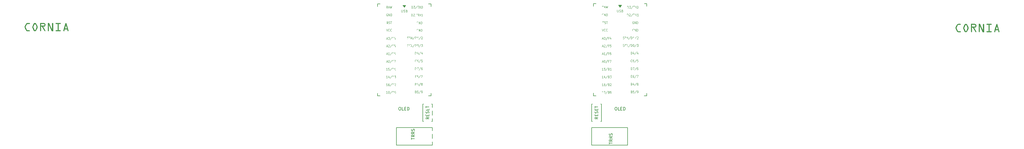
<source format=gto>
G04 #@! TF.GenerationSoftware,KiCad,Pcbnew,8.0.1*
G04 #@! TF.CreationDate,2024-05-18T22:20:22+02:00*
G04 #@! TF.ProjectId,cornia,636f726e-6961-42e6-9b69-6361645f7063,3.0.1*
G04 #@! TF.SameCoordinates,Original*
G04 #@! TF.FileFunction,Legend,Top*
G04 #@! TF.FilePolarity,Positive*
%FSLAX46Y46*%
G04 Gerber Fmt 4.6, Leading zero omitted, Abs format (unit mm)*
G04 Created by KiCad (PCBNEW 8.0.1) date 2024-05-18 22:20:22*
%MOMM*%
%LPD*%
G01*
G04 APERTURE LIST*
%ADD10C,0.150000*%
%ADD11C,0.125000*%
%ADD12C,0.120000*%
%ADD13C,1.600000*%
%ADD14C,1.800000*%
%ADD15C,2.600000*%
%ADD16C,0.900000*%
%ADD17C,2.300000*%
%ADD18C,3.400000*%
%ADD19C,4.500000*%
%ADD20C,1.100000*%
%ADD21C,1.200000*%
G04 APERTURE END LIST*
D10*
G36*
X350383564Y-83041737D02*
G01*
X351008581Y-83041737D01*
X351133145Y-83090097D01*
X351185901Y-83205868D01*
X351133145Y-83322372D01*
X351008581Y-83370000D01*
X350361582Y-83370000D01*
X350211691Y-83343910D01*
X350105860Y-83295994D01*
X349982984Y-83204726D01*
X349922677Y-83123803D01*
X349522608Y-82346378D01*
X349470422Y-82208714D01*
X349443975Y-82057486D01*
X349442008Y-82002728D01*
X349454584Y-81853074D01*
X349496258Y-81711383D01*
X349518211Y-81665673D01*
X349922677Y-80899239D01*
X350019936Y-80779541D01*
X350102196Y-80721186D01*
X350243535Y-80661841D01*
X350336669Y-80650111D01*
X351021038Y-80650111D01*
X351143403Y-80698471D01*
X351193961Y-80812044D01*
X351143403Y-80929281D01*
X351021038Y-80978374D01*
X350361582Y-80978374D01*
X350234027Y-81059088D01*
X350227493Y-81070697D01*
X349844275Y-81783642D01*
X349802440Y-81924833D01*
X349798846Y-81991004D01*
X349818023Y-82139668D01*
X349847939Y-82215952D01*
X350215036Y-82938422D01*
X350329067Y-83038577D01*
X350383564Y-83041737D01*
G37*
G36*
X352988666Y-80670049D02*
G01*
X353123762Y-80738972D01*
X353226802Y-80857124D01*
X353251463Y-80902170D01*
X353632482Y-81673733D01*
X353687580Y-81816626D01*
X353711823Y-81969618D01*
X353713082Y-82015184D01*
X353697655Y-82168977D01*
X353651373Y-82314916D01*
X353632482Y-82355170D01*
X353251463Y-83117941D01*
X353169714Y-83239786D01*
X353047612Y-83328400D01*
X352892594Y-83367784D01*
X352839670Y-83370000D01*
X352692683Y-83347279D01*
X352590542Y-83298192D01*
X352479140Y-83200005D01*
X352424945Y-83117941D01*
X352041728Y-82355170D01*
X351989636Y-82216524D01*
X351966715Y-82062171D01*
X351965525Y-82015184D01*
X351965898Y-82010788D01*
X352315769Y-82010788D01*
X352336911Y-82156396D01*
X352364862Y-82229141D01*
X352734157Y-82972861D01*
X352838937Y-83041737D01*
X352940054Y-82972861D01*
X353310814Y-82229141D01*
X353356044Y-82085516D01*
X353362105Y-82010788D01*
X353337862Y-81859505D01*
X353310814Y-81794633D01*
X352948114Y-81059706D01*
X352838937Y-80978374D01*
X352723899Y-81059706D01*
X352364862Y-81794633D01*
X352321570Y-81937642D01*
X352315769Y-82010788D01*
X351965898Y-82010788D01*
X351978101Y-81866926D01*
X352019775Y-81721868D01*
X352041728Y-81673733D01*
X352424945Y-80902170D01*
X352510185Y-80780325D01*
X352633719Y-80691711D01*
X352787592Y-80652327D01*
X352839670Y-80650111D01*
X352988666Y-80670049D01*
G37*
G36*
X355883504Y-80671440D02*
G01*
X356017834Y-80735428D01*
X356098114Y-80801786D01*
X356191880Y-80923339D01*
X356242370Y-81061584D01*
X356251987Y-81163021D01*
X356251987Y-81356461D01*
X356230554Y-81507072D01*
X356166257Y-81640165D01*
X356099579Y-81719162D01*
X355976618Y-81810696D01*
X355836346Y-81859983D01*
X355733215Y-81869371D01*
X355512663Y-81869371D01*
X356221212Y-83091563D01*
X356254185Y-83198541D01*
X356200696Y-83319441D01*
X356079063Y-83370000D01*
X355948044Y-83298301D01*
X355922259Y-83261556D01*
X355108197Y-81869371D01*
X354859070Y-81869371D01*
X354859070Y-83196343D01*
X354806313Y-83319441D01*
X354681749Y-83370000D01*
X354559384Y-83320174D01*
X354508825Y-83197808D01*
X354508825Y-80978374D01*
X354854673Y-80978374D01*
X354854673Y-81541109D01*
X355733215Y-81541109D01*
X355855580Y-81489818D01*
X355906139Y-81363056D01*
X355906139Y-81156427D01*
X355855580Y-81030397D01*
X355733215Y-80978374D01*
X354854673Y-80978374D01*
X354508825Y-80978374D01*
X354508825Y-80650111D01*
X355732482Y-80650111D01*
X355883504Y-80671440D01*
G37*
G36*
X358783564Y-80825966D02*
G01*
X358783564Y-83370000D01*
X358317548Y-83370000D01*
X357386250Y-81259741D01*
X357386250Y-83198541D01*
X357335692Y-83320174D01*
X357212594Y-83370000D01*
X357090228Y-83320174D01*
X357039670Y-83197808D01*
X357039670Y-80650111D01*
X357499091Y-80650111D01*
X358432587Y-82760369D01*
X358432587Y-80825966D01*
X358485343Y-80702868D01*
X358609907Y-80650111D01*
X358733005Y-80701402D01*
X358783564Y-80825966D01*
G37*
G36*
X359744171Y-80650111D02*
G01*
X361145881Y-80650111D01*
X361266048Y-80698471D01*
X361318804Y-80812044D01*
X361266781Y-80929281D01*
X361145881Y-80978374D01*
X360621980Y-80978374D01*
X360621980Y-83041737D01*
X361145881Y-83041737D01*
X361268246Y-83090097D01*
X361318804Y-83205868D01*
X361266781Y-83322372D01*
X361145881Y-83370000D01*
X359744171Y-83370000D01*
X359621805Y-83322372D01*
X359571247Y-83205868D01*
X359621805Y-83090097D01*
X359744171Y-83041737D01*
X360275399Y-83041737D01*
X360275399Y-80978374D01*
X359744171Y-80978374D01*
X359621805Y-80930013D01*
X359571247Y-80816441D01*
X359621805Y-80698471D01*
X359744171Y-80650111D01*
G37*
G36*
X363128998Y-80709162D02*
G01*
X363155022Y-80764417D01*
X363845985Y-83145785D01*
X363854045Y-83197076D01*
X363804220Y-83319441D01*
X363691379Y-83370000D01*
X363555103Y-83314461D01*
X363517723Y-83241039D01*
X363377772Y-82760369D01*
X362588623Y-82760369D01*
X362436215Y-83274012D01*
X362384924Y-83339225D01*
X362285273Y-83370000D01*
X362159244Y-83318709D01*
X362110151Y-83192679D01*
X362120409Y-83129665D01*
X362329088Y-82432107D01*
X362693403Y-82432107D01*
X363276655Y-82432107D01*
X362990158Y-81447320D01*
X362693403Y-82432107D01*
X362329088Y-82432107D01*
X362821631Y-80785666D01*
X362914616Y-80666129D01*
X362994555Y-80650111D01*
X363128998Y-80709162D01*
G37*
G36*
X45583564Y-82741737D02*
G01*
X46208581Y-82741737D01*
X46333145Y-82790097D01*
X46385901Y-82905868D01*
X46333145Y-83022372D01*
X46208581Y-83070000D01*
X45561582Y-83070000D01*
X45411691Y-83043910D01*
X45305860Y-82995994D01*
X45182984Y-82904726D01*
X45122677Y-82823803D01*
X44722608Y-82046378D01*
X44670422Y-81908714D01*
X44643975Y-81757486D01*
X44642008Y-81702728D01*
X44654584Y-81553074D01*
X44696258Y-81411383D01*
X44718211Y-81365673D01*
X45122677Y-80599239D01*
X45219936Y-80479541D01*
X45302196Y-80421186D01*
X45443535Y-80361841D01*
X45536669Y-80350111D01*
X46221038Y-80350111D01*
X46343403Y-80398471D01*
X46393961Y-80512044D01*
X46343403Y-80629281D01*
X46221038Y-80678374D01*
X45561582Y-80678374D01*
X45434027Y-80759088D01*
X45427493Y-80770697D01*
X45044275Y-81483642D01*
X45002440Y-81624833D01*
X44998846Y-81691004D01*
X45018023Y-81839668D01*
X45047939Y-81915952D01*
X45415036Y-82638422D01*
X45529067Y-82738577D01*
X45583564Y-82741737D01*
G37*
G36*
X48188666Y-80370049D02*
G01*
X48323762Y-80438972D01*
X48426802Y-80557124D01*
X48451463Y-80602170D01*
X48832482Y-81373733D01*
X48887580Y-81516626D01*
X48911823Y-81669618D01*
X48913082Y-81715184D01*
X48897655Y-81868977D01*
X48851373Y-82014916D01*
X48832482Y-82055170D01*
X48451463Y-82817941D01*
X48369714Y-82939786D01*
X48247612Y-83028400D01*
X48092594Y-83067784D01*
X48039670Y-83070000D01*
X47892683Y-83047279D01*
X47790542Y-82998192D01*
X47679140Y-82900005D01*
X47624945Y-82817941D01*
X47241728Y-82055170D01*
X47189636Y-81916524D01*
X47166715Y-81762171D01*
X47165525Y-81715184D01*
X47165898Y-81710788D01*
X47515769Y-81710788D01*
X47536911Y-81856396D01*
X47564862Y-81929141D01*
X47934157Y-82672861D01*
X48038937Y-82741737D01*
X48140054Y-82672861D01*
X48510814Y-81929141D01*
X48556044Y-81785516D01*
X48562105Y-81710788D01*
X48537862Y-81559505D01*
X48510814Y-81494633D01*
X48148114Y-80759706D01*
X48038937Y-80678374D01*
X47923899Y-80759706D01*
X47564862Y-81494633D01*
X47521570Y-81637642D01*
X47515769Y-81710788D01*
X47165898Y-81710788D01*
X47178101Y-81566926D01*
X47219775Y-81421868D01*
X47241728Y-81373733D01*
X47624945Y-80602170D01*
X47710185Y-80480325D01*
X47833719Y-80391711D01*
X47987592Y-80352327D01*
X48039670Y-80350111D01*
X48188666Y-80370049D01*
G37*
G36*
X51083504Y-80371440D02*
G01*
X51217834Y-80435428D01*
X51298114Y-80501786D01*
X51391880Y-80623339D01*
X51442370Y-80761584D01*
X51451987Y-80863021D01*
X51451987Y-81056461D01*
X51430554Y-81207072D01*
X51366257Y-81340165D01*
X51299579Y-81419162D01*
X51176618Y-81510696D01*
X51036346Y-81559983D01*
X50933215Y-81569371D01*
X50712663Y-81569371D01*
X51421212Y-82791563D01*
X51454185Y-82898541D01*
X51400696Y-83019441D01*
X51279063Y-83070000D01*
X51148044Y-82998301D01*
X51122259Y-82961556D01*
X50308197Y-81569371D01*
X50059070Y-81569371D01*
X50059070Y-82896343D01*
X50006313Y-83019441D01*
X49881749Y-83070000D01*
X49759384Y-83020174D01*
X49708825Y-82897808D01*
X49708825Y-80678374D01*
X50054673Y-80678374D01*
X50054673Y-81241109D01*
X50933215Y-81241109D01*
X51055580Y-81189818D01*
X51106139Y-81063056D01*
X51106139Y-80856427D01*
X51055580Y-80730397D01*
X50933215Y-80678374D01*
X50054673Y-80678374D01*
X49708825Y-80678374D01*
X49708825Y-80350111D01*
X50932482Y-80350111D01*
X51083504Y-80371440D01*
G37*
G36*
X53983564Y-80525966D02*
G01*
X53983564Y-83070000D01*
X53517548Y-83070000D01*
X52586250Y-80959741D01*
X52586250Y-82898541D01*
X52535692Y-83020174D01*
X52412594Y-83070000D01*
X52290228Y-83020174D01*
X52239670Y-82897808D01*
X52239670Y-80350111D01*
X52699091Y-80350111D01*
X53632587Y-82460369D01*
X53632587Y-80525966D01*
X53685343Y-80402868D01*
X53809907Y-80350111D01*
X53933005Y-80401402D01*
X53983564Y-80525966D01*
G37*
G36*
X54944171Y-80350111D02*
G01*
X56345881Y-80350111D01*
X56466048Y-80398471D01*
X56518804Y-80512044D01*
X56466781Y-80629281D01*
X56345881Y-80678374D01*
X55821980Y-80678374D01*
X55821980Y-82741737D01*
X56345881Y-82741737D01*
X56468246Y-82790097D01*
X56518804Y-82905868D01*
X56466781Y-83022372D01*
X56345881Y-83070000D01*
X54944171Y-83070000D01*
X54821805Y-83022372D01*
X54771247Y-82905868D01*
X54821805Y-82790097D01*
X54944171Y-82741737D01*
X55475399Y-82741737D01*
X55475399Y-80678374D01*
X54944171Y-80678374D01*
X54821805Y-80630013D01*
X54771247Y-80516441D01*
X54821805Y-80398471D01*
X54944171Y-80350111D01*
G37*
G36*
X58328998Y-80409162D02*
G01*
X58355022Y-80464417D01*
X59045985Y-82845785D01*
X59054045Y-82897076D01*
X59004220Y-83019441D01*
X58891379Y-83070000D01*
X58755103Y-83014461D01*
X58717723Y-82941039D01*
X58577772Y-82460369D01*
X57788623Y-82460369D01*
X57636215Y-82974012D01*
X57584924Y-83039225D01*
X57485273Y-83070000D01*
X57359244Y-83018709D01*
X57310151Y-82892679D01*
X57320409Y-82829665D01*
X57529088Y-82132107D01*
X57893403Y-82132107D01*
X58476655Y-82132107D01*
X58190158Y-81147320D01*
X57893403Y-82132107D01*
X57529088Y-82132107D01*
X58021631Y-80485666D01*
X58114616Y-80366129D01*
X58194555Y-80350111D01*
X58328998Y-80409162D01*
G37*
X171291319Y-118553404D02*
X171291319Y-117981976D01*
X172291319Y-118267690D02*
X171291319Y-118267690D01*
X172291319Y-117077214D02*
X171815128Y-117410547D01*
X172291319Y-117648642D02*
X171291319Y-117648642D01*
X171291319Y-117648642D02*
X171291319Y-117267690D01*
X171291319Y-117267690D02*
X171338938Y-117172452D01*
X171338938Y-117172452D02*
X171386557Y-117124833D01*
X171386557Y-117124833D02*
X171481795Y-117077214D01*
X171481795Y-117077214D02*
X171624652Y-117077214D01*
X171624652Y-117077214D02*
X171719890Y-117124833D01*
X171719890Y-117124833D02*
X171767509Y-117172452D01*
X171767509Y-117172452D02*
X171815128Y-117267690D01*
X171815128Y-117267690D02*
X171815128Y-117648642D01*
X172291319Y-116077214D02*
X171815128Y-116410547D01*
X172291319Y-116648642D02*
X171291319Y-116648642D01*
X171291319Y-116648642D02*
X171291319Y-116267690D01*
X171291319Y-116267690D02*
X171338938Y-116172452D01*
X171338938Y-116172452D02*
X171386557Y-116124833D01*
X171386557Y-116124833D02*
X171481795Y-116077214D01*
X171481795Y-116077214D02*
X171624652Y-116077214D01*
X171624652Y-116077214D02*
X171719890Y-116124833D01*
X171719890Y-116124833D02*
X171767509Y-116172452D01*
X171767509Y-116172452D02*
X171815128Y-116267690D01*
X171815128Y-116267690D02*
X171815128Y-116648642D01*
X172243700Y-115696261D02*
X172291319Y-115553404D01*
X172291319Y-115553404D02*
X172291319Y-115315309D01*
X172291319Y-115315309D02*
X172243700Y-115220071D01*
X172243700Y-115220071D02*
X172196080Y-115172452D01*
X172196080Y-115172452D02*
X172100842Y-115124833D01*
X172100842Y-115124833D02*
X172005604Y-115124833D01*
X172005604Y-115124833D02*
X171910366Y-115172452D01*
X171910366Y-115172452D02*
X171862747Y-115220071D01*
X171862747Y-115220071D02*
X171815128Y-115315309D01*
X171815128Y-115315309D02*
X171767509Y-115505785D01*
X171767509Y-115505785D02*
X171719890Y-115601023D01*
X171719890Y-115601023D02*
X171672271Y-115648642D01*
X171672271Y-115648642D02*
X171577033Y-115696261D01*
X171577033Y-115696261D02*
X171481795Y-115696261D01*
X171481795Y-115696261D02*
X171386557Y-115648642D01*
X171386557Y-115648642D02*
X171338938Y-115601023D01*
X171338938Y-115601023D02*
X171291319Y-115505785D01*
X171291319Y-115505785D02*
X171291319Y-115267690D01*
X171291319Y-115267690D02*
X171338938Y-115124833D01*
X167405119Y-107984819D02*
X167595595Y-107984819D01*
X167595595Y-107984819D02*
X167690833Y-108032438D01*
X167690833Y-108032438D02*
X167786071Y-108127676D01*
X167786071Y-108127676D02*
X167833690Y-108318152D01*
X167833690Y-108318152D02*
X167833690Y-108651485D01*
X167833690Y-108651485D02*
X167786071Y-108841961D01*
X167786071Y-108841961D02*
X167690833Y-108937200D01*
X167690833Y-108937200D02*
X167595595Y-108984819D01*
X167595595Y-108984819D02*
X167405119Y-108984819D01*
X167405119Y-108984819D02*
X167309881Y-108937200D01*
X167309881Y-108937200D02*
X167214643Y-108841961D01*
X167214643Y-108841961D02*
X167167024Y-108651485D01*
X167167024Y-108651485D02*
X167167024Y-108318152D01*
X167167024Y-108318152D02*
X167214643Y-108127676D01*
X167214643Y-108127676D02*
X167309881Y-108032438D01*
X167309881Y-108032438D02*
X167405119Y-107984819D01*
X168738452Y-108984819D02*
X168262262Y-108984819D01*
X168262262Y-108984819D02*
X168262262Y-107984819D01*
X169071786Y-108461009D02*
X169405119Y-108461009D01*
X169547976Y-108984819D02*
X169071786Y-108984819D01*
X169071786Y-108984819D02*
X169071786Y-107984819D01*
X169071786Y-107984819D02*
X169547976Y-107984819D01*
X169976548Y-108984819D02*
X169976548Y-107984819D01*
X169976548Y-107984819D02*
X170214643Y-107984819D01*
X170214643Y-107984819D02*
X170357500Y-108032438D01*
X170357500Y-108032438D02*
X170452738Y-108127676D01*
X170452738Y-108127676D02*
X170500357Y-108222914D01*
X170500357Y-108222914D02*
X170547976Y-108413390D01*
X170547976Y-108413390D02*
X170547976Y-108556247D01*
X170547976Y-108556247D02*
X170500357Y-108746723D01*
X170500357Y-108746723D02*
X170452738Y-108841961D01*
X170452738Y-108841961D02*
X170357500Y-108937200D01*
X170357500Y-108937200D02*
X170214643Y-108984819D01*
X170214643Y-108984819D02*
X169976548Y-108984819D01*
X177031319Y-111232881D02*
X176555128Y-111566214D01*
X177031319Y-111804309D02*
X176031319Y-111804309D01*
X176031319Y-111804309D02*
X176031319Y-111423357D01*
X176031319Y-111423357D02*
X176078938Y-111328119D01*
X176078938Y-111328119D02*
X176126557Y-111280500D01*
X176126557Y-111280500D02*
X176221795Y-111232881D01*
X176221795Y-111232881D02*
X176364652Y-111232881D01*
X176364652Y-111232881D02*
X176459890Y-111280500D01*
X176459890Y-111280500D02*
X176507509Y-111328119D01*
X176507509Y-111328119D02*
X176555128Y-111423357D01*
X176555128Y-111423357D02*
X176555128Y-111804309D01*
X176507509Y-110804309D02*
X176507509Y-110470976D01*
X177031319Y-110328119D02*
X177031319Y-110804309D01*
X177031319Y-110804309D02*
X176031319Y-110804309D01*
X176031319Y-110804309D02*
X176031319Y-110328119D01*
X176983700Y-109947166D02*
X177031319Y-109804309D01*
X177031319Y-109804309D02*
X177031319Y-109566214D01*
X177031319Y-109566214D02*
X176983700Y-109470976D01*
X176983700Y-109470976D02*
X176936080Y-109423357D01*
X176936080Y-109423357D02*
X176840842Y-109375738D01*
X176840842Y-109375738D02*
X176745604Y-109375738D01*
X176745604Y-109375738D02*
X176650366Y-109423357D01*
X176650366Y-109423357D02*
X176602747Y-109470976D01*
X176602747Y-109470976D02*
X176555128Y-109566214D01*
X176555128Y-109566214D02*
X176507509Y-109756690D01*
X176507509Y-109756690D02*
X176459890Y-109851928D01*
X176459890Y-109851928D02*
X176412271Y-109899547D01*
X176412271Y-109899547D02*
X176317033Y-109947166D01*
X176317033Y-109947166D02*
X176221795Y-109947166D01*
X176221795Y-109947166D02*
X176126557Y-109899547D01*
X176126557Y-109899547D02*
X176078938Y-109851928D01*
X176078938Y-109851928D02*
X176031319Y-109756690D01*
X176031319Y-109756690D02*
X176031319Y-109518595D01*
X176031319Y-109518595D02*
X176078938Y-109375738D01*
X176507509Y-108947166D02*
X176507509Y-108613833D01*
X177031319Y-108470976D02*
X177031319Y-108947166D01*
X177031319Y-108947166D02*
X176031319Y-108947166D01*
X176031319Y-108947166D02*
X176031319Y-108470976D01*
X176031319Y-108185261D02*
X176031319Y-107613833D01*
X177031319Y-107899547D02*
X176031319Y-107899547D01*
X236055319Y-120036904D02*
X236055319Y-119465476D01*
X237055319Y-119751190D02*
X236055319Y-119751190D01*
X237055319Y-118560714D02*
X236579128Y-118894047D01*
X237055319Y-119132142D02*
X236055319Y-119132142D01*
X236055319Y-119132142D02*
X236055319Y-118751190D01*
X236055319Y-118751190D02*
X236102938Y-118655952D01*
X236102938Y-118655952D02*
X236150557Y-118608333D01*
X236150557Y-118608333D02*
X236245795Y-118560714D01*
X236245795Y-118560714D02*
X236388652Y-118560714D01*
X236388652Y-118560714D02*
X236483890Y-118608333D01*
X236483890Y-118608333D02*
X236531509Y-118655952D01*
X236531509Y-118655952D02*
X236579128Y-118751190D01*
X236579128Y-118751190D02*
X236579128Y-119132142D01*
X237055319Y-117560714D02*
X236579128Y-117894047D01*
X237055319Y-118132142D02*
X236055319Y-118132142D01*
X236055319Y-118132142D02*
X236055319Y-117751190D01*
X236055319Y-117751190D02*
X236102938Y-117655952D01*
X236102938Y-117655952D02*
X236150557Y-117608333D01*
X236150557Y-117608333D02*
X236245795Y-117560714D01*
X236245795Y-117560714D02*
X236388652Y-117560714D01*
X236388652Y-117560714D02*
X236483890Y-117608333D01*
X236483890Y-117608333D02*
X236531509Y-117655952D01*
X236531509Y-117655952D02*
X236579128Y-117751190D01*
X236579128Y-117751190D02*
X236579128Y-118132142D01*
X237007700Y-117179761D02*
X237055319Y-117036904D01*
X237055319Y-117036904D02*
X237055319Y-116798809D01*
X237055319Y-116798809D02*
X237007700Y-116703571D01*
X237007700Y-116703571D02*
X236960080Y-116655952D01*
X236960080Y-116655952D02*
X236864842Y-116608333D01*
X236864842Y-116608333D02*
X236769604Y-116608333D01*
X236769604Y-116608333D02*
X236674366Y-116655952D01*
X236674366Y-116655952D02*
X236626747Y-116703571D01*
X236626747Y-116703571D02*
X236579128Y-116798809D01*
X236579128Y-116798809D02*
X236531509Y-116989285D01*
X236531509Y-116989285D02*
X236483890Y-117084523D01*
X236483890Y-117084523D02*
X236436271Y-117132142D01*
X236436271Y-117132142D02*
X236341033Y-117179761D01*
X236341033Y-117179761D02*
X236245795Y-117179761D01*
X236245795Y-117179761D02*
X236150557Y-117132142D01*
X236150557Y-117132142D02*
X236102938Y-117084523D01*
X236102938Y-117084523D02*
X236055319Y-116989285D01*
X236055319Y-116989285D02*
X236055319Y-116751190D01*
X236055319Y-116751190D02*
X236102938Y-116608333D01*
X238155119Y-107984819D02*
X238345595Y-107984819D01*
X238345595Y-107984819D02*
X238440833Y-108032438D01*
X238440833Y-108032438D02*
X238536071Y-108127676D01*
X238536071Y-108127676D02*
X238583690Y-108318152D01*
X238583690Y-108318152D02*
X238583690Y-108651485D01*
X238583690Y-108651485D02*
X238536071Y-108841961D01*
X238536071Y-108841961D02*
X238440833Y-108937200D01*
X238440833Y-108937200D02*
X238345595Y-108984819D01*
X238345595Y-108984819D02*
X238155119Y-108984819D01*
X238155119Y-108984819D02*
X238059881Y-108937200D01*
X238059881Y-108937200D02*
X237964643Y-108841961D01*
X237964643Y-108841961D02*
X237917024Y-108651485D01*
X237917024Y-108651485D02*
X237917024Y-108318152D01*
X237917024Y-108318152D02*
X237964643Y-108127676D01*
X237964643Y-108127676D02*
X238059881Y-108032438D01*
X238059881Y-108032438D02*
X238155119Y-107984819D01*
X239488452Y-108984819D02*
X239012262Y-108984819D01*
X239012262Y-108984819D02*
X239012262Y-107984819D01*
X239821786Y-108461009D02*
X240155119Y-108461009D01*
X240297976Y-108984819D02*
X239821786Y-108984819D01*
X239821786Y-108984819D02*
X239821786Y-107984819D01*
X239821786Y-107984819D02*
X240297976Y-107984819D01*
X240726548Y-108984819D02*
X240726548Y-107984819D01*
X240726548Y-107984819D02*
X240964643Y-107984819D01*
X240964643Y-107984819D02*
X241107500Y-108032438D01*
X241107500Y-108032438D02*
X241202738Y-108127676D01*
X241202738Y-108127676D02*
X241250357Y-108222914D01*
X241250357Y-108222914D02*
X241297976Y-108413390D01*
X241297976Y-108413390D02*
X241297976Y-108556247D01*
X241297976Y-108556247D02*
X241250357Y-108746723D01*
X241250357Y-108746723D02*
X241202738Y-108841961D01*
X241202738Y-108841961D02*
X241107500Y-108937200D01*
X241107500Y-108937200D02*
X240964643Y-108984819D01*
X240964643Y-108984819D02*
X240726548Y-108984819D01*
X232372319Y-111229381D02*
X231896128Y-111562714D01*
X232372319Y-111800809D02*
X231372319Y-111800809D01*
X231372319Y-111800809D02*
X231372319Y-111419857D01*
X231372319Y-111419857D02*
X231419938Y-111324619D01*
X231419938Y-111324619D02*
X231467557Y-111277000D01*
X231467557Y-111277000D02*
X231562795Y-111229381D01*
X231562795Y-111229381D02*
X231705652Y-111229381D01*
X231705652Y-111229381D02*
X231800890Y-111277000D01*
X231800890Y-111277000D02*
X231848509Y-111324619D01*
X231848509Y-111324619D02*
X231896128Y-111419857D01*
X231896128Y-111419857D02*
X231896128Y-111800809D01*
X231848509Y-110800809D02*
X231848509Y-110467476D01*
X232372319Y-110324619D02*
X232372319Y-110800809D01*
X232372319Y-110800809D02*
X231372319Y-110800809D01*
X231372319Y-110800809D02*
X231372319Y-110324619D01*
X232324700Y-109943666D02*
X232372319Y-109800809D01*
X232372319Y-109800809D02*
X232372319Y-109562714D01*
X232372319Y-109562714D02*
X232324700Y-109467476D01*
X232324700Y-109467476D02*
X232277080Y-109419857D01*
X232277080Y-109419857D02*
X232181842Y-109372238D01*
X232181842Y-109372238D02*
X232086604Y-109372238D01*
X232086604Y-109372238D02*
X231991366Y-109419857D01*
X231991366Y-109419857D02*
X231943747Y-109467476D01*
X231943747Y-109467476D02*
X231896128Y-109562714D01*
X231896128Y-109562714D02*
X231848509Y-109753190D01*
X231848509Y-109753190D02*
X231800890Y-109848428D01*
X231800890Y-109848428D02*
X231753271Y-109896047D01*
X231753271Y-109896047D02*
X231658033Y-109943666D01*
X231658033Y-109943666D02*
X231562795Y-109943666D01*
X231562795Y-109943666D02*
X231467557Y-109896047D01*
X231467557Y-109896047D02*
X231419938Y-109848428D01*
X231419938Y-109848428D02*
X231372319Y-109753190D01*
X231372319Y-109753190D02*
X231372319Y-109515095D01*
X231372319Y-109515095D02*
X231419938Y-109372238D01*
X231848509Y-108943666D02*
X231848509Y-108610333D01*
X232372319Y-108467476D02*
X232372319Y-108943666D01*
X232372319Y-108943666D02*
X231372319Y-108943666D01*
X231372319Y-108943666D02*
X231372319Y-108467476D01*
X231372319Y-108181761D02*
X231372319Y-107610333D01*
X232372319Y-107896047D02*
X231372319Y-107896047D01*
D11*
X163506880Y-75509964D02*
X163283547Y-75152821D01*
X163124023Y-75509964D02*
X163124023Y-74759964D01*
X163124023Y-74759964D02*
X163379261Y-74759964D01*
X163379261Y-74759964D02*
X163443071Y-74795678D01*
X163443071Y-74795678D02*
X163474976Y-74831392D01*
X163474976Y-74831392D02*
X163506880Y-74902821D01*
X163506880Y-74902821D02*
X163506880Y-75009964D01*
X163506880Y-75009964D02*
X163474976Y-75081392D01*
X163474976Y-75081392D02*
X163443071Y-75117107D01*
X163443071Y-75117107D02*
X163379261Y-75152821D01*
X163379261Y-75152821D02*
X163124023Y-75152821D01*
X163762119Y-75295678D02*
X164081166Y-75295678D01*
X163698309Y-75509964D02*
X163921642Y-74759964D01*
X163921642Y-74759964D02*
X164144976Y-75509964D01*
X164304500Y-74759964D02*
X164464024Y-75509964D01*
X164464024Y-75509964D02*
X164591643Y-74974250D01*
X164591643Y-74974250D02*
X164719262Y-75509964D01*
X164719262Y-75509964D02*
X164878786Y-74759964D01*
X172887833Y-93088535D02*
X172855929Y-93124250D01*
X172855929Y-93124250D02*
X172760214Y-93159964D01*
X172760214Y-93159964D02*
X172696405Y-93159964D01*
X172696405Y-93159964D02*
X172600691Y-93124250D01*
X172600691Y-93124250D02*
X172536881Y-93052821D01*
X172536881Y-93052821D02*
X172504976Y-92981392D01*
X172504976Y-92981392D02*
X172473072Y-92838535D01*
X172473072Y-92838535D02*
X172473072Y-92731392D01*
X172473072Y-92731392D02*
X172504976Y-92588535D01*
X172504976Y-92588535D02*
X172536881Y-92517107D01*
X172536881Y-92517107D02*
X172600691Y-92445678D01*
X172600691Y-92445678D02*
X172696405Y-92409964D01*
X172696405Y-92409964D02*
X172760214Y-92409964D01*
X172760214Y-92409964D02*
X172855929Y-92445678D01*
X172855929Y-92445678D02*
X172887833Y-92481392D01*
X173462119Y-92409964D02*
X173334500Y-92409964D01*
X173334500Y-92409964D02*
X173270691Y-92445678D01*
X173270691Y-92445678D02*
X173238786Y-92481392D01*
X173238786Y-92481392D02*
X173174976Y-92588535D01*
X173174976Y-92588535D02*
X173143072Y-92731392D01*
X173143072Y-92731392D02*
X173143072Y-93017107D01*
X173143072Y-93017107D02*
X173174976Y-93088535D01*
X173174976Y-93088535D02*
X173206881Y-93124250D01*
X173206881Y-93124250D02*
X173270691Y-93159964D01*
X173270691Y-93159964D02*
X173398310Y-93159964D01*
X173398310Y-93159964D02*
X173462119Y-93124250D01*
X173462119Y-93124250D02*
X173494024Y-93088535D01*
X173494024Y-93088535D02*
X173525929Y-93017107D01*
X173525929Y-93017107D02*
X173525929Y-92838535D01*
X173525929Y-92838535D02*
X173494024Y-92767107D01*
X173494024Y-92767107D02*
X173462119Y-92731392D01*
X173462119Y-92731392D02*
X173398310Y-92695678D01*
X173398310Y-92695678D02*
X173270691Y-92695678D01*
X173270691Y-92695678D02*
X173206881Y-92731392D01*
X173206881Y-92731392D02*
X173174976Y-92767107D01*
X173174976Y-92767107D02*
X173143072Y-92838535D01*
X174291643Y-92374250D02*
X173717357Y-93338535D01*
X174834024Y-92409964D02*
X174514976Y-92409964D01*
X174514976Y-92409964D02*
X174483072Y-92767107D01*
X174483072Y-92767107D02*
X174514976Y-92731392D01*
X174514976Y-92731392D02*
X174578786Y-92695678D01*
X174578786Y-92695678D02*
X174738310Y-92695678D01*
X174738310Y-92695678D02*
X174802119Y-92731392D01*
X174802119Y-92731392D02*
X174834024Y-92767107D01*
X174834024Y-92767107D02*
X174865929Y-92838535D01*
X174865929Y-92838535D02*
X174865929Y-93017107D01*
X174865929Y-93017107D02*
X174834024Y-93088535D01*
X174834024Y-93088535D02*
X174802119Y-93124250D01*
X174802119Y-93124250D02*
X174738310Y-93159964D01*
X174738310Y-93159964D02*
X174578786Y-93159964D01*
X174578786Y-93159964D02*
X174514976Y-93124250D01*
X174514976Y-93124250D02*
X174483072Y-93088535D01*
X173409024Y-79945678D02*
X173345214Y-79909964D01*
X173345214Y-79909964D02*
X173249500Y-79909964D01*
X173249500Y-79909964D02*
X173153786Y-79945678D01*
X173153786Y-79945678D02*
X173089976Y-80017107D01*
X173089976Y-80017107D02*
X173058071Y-80088535D01*
X173058071Y-80088535D02*
X173026167Y-80231392D01*
X173026167Y-80231392D02*
X173026167Y-80338535D01*
X173026167Y-80338535D02*
X173058071Y-80481392D01*
X173058071Y-80481392D02*
X173089976Y-80552821D01*
X173089976Y-80552821D02*
X173153786Y-80624250D01*
X173153786Y-80624250D02*
X173249500Y-80659964D01*
X173249500Y-80659964D02*
X173313309Y-80659964D01*
X173313309Y-80659964D02*
X173409024Y-80624250D01*
X173409024Y-80624250D02*
X173440928Y-80588535D01*
X173440928Y-80588535D02*
X173440928Y-80338535D01*
X173440928Y-80338535D02*
X173313309Y-80338535D01*
X173728071Y-80659964D02*
X173728071Y-79909964D01*
X173728071Y-79909964D02*
X174110928Y-80659964D01*
X174110928Y-80659964D02*
X174110928Y-79909964D01*
X174429976Y-80659964D02*
X174429976Y-79909964D01*
X174429976Y-79909964D02*
X174589500Y-79909964D01*
X174589500Y-79909964D02*
X174685214Y-79945678D01*
X174685214Y-79945678D02*
X174749024Y-80017107D01*
X174749024Y-80017107D02*
X174780929Y-80088535D01*
X174780929Y-80088535D02*
X174812833Y-80231392D01*
X174812833Y-80231392D02*
X174812833Y-80338535D01*
X174812833Y-80338535D02*
X174780929Y-80481392D01*
X174780929Y-80481392D02*
X174749024Y-80552821D01*
X174749024Y-80552821D02*
X174685214Y-80624250D01*
X174685214Y-80624250D02*
X174589500Y-80659964D01*
X174589500Y-80659964D02*
X174429976Y-80659964D01*
X169946881Y-88074250D02*
X170042595Y-88109964D01*
X170042595Y-88109964D02*
X170202119Y-88109964D01*
X170202119Y-88109964D02*
X170265928Y-88074250D01*
X170265928Y-88074250D02*
X170297833Y-88038535D01*
X170297833Y-88038535D02*
X170329738Y-87967107D01*
X170329738Y-87967107D02*
X170329738Y-87895678D01*
X170329738Y-87895678D02*
X170297833Y-87824250D01*
X170297833Y-87824250D02*
X170265928Y-87788535D01*
X170265928Y-87788535D02*
X170202119Y-87752821D01*
X170202119Y-87752821D02*
X170074500Y-87717107D01*
X170074500Y-87717107D02*
X170010690Y-87681392D01*
X170010690Y-87681392D02*
X169978785Y-87645678D01*
X169978785Y-87645678D02*
X169946881Y-87574250D01*
X169946881Y-87574250D02*
X169946881Y-87502821D01*
X169946881Y-87502821D02*
X169978785Y-87431392D01*
X169978785Y-87431392D02*
X170010690Y-87395678D01*
X170010690Y-87395678D02*
X170074500Y-87359964D01*
X170074500Y-87359964D02*
X170234023Y-87359964D01*
X170234023Y-87359964D02*
X170329738Y-87395678D01*
X170999737Y-88038535D02*
X170967833Y-88074250D01*
X170967833Y-88074250D02*
X170872118Y-88109964D01*
X170872118Y-88109964D02*
X170808309Y-88109964D01*
X170808309Y-88109964D02*
X170712595Y-88074250D01*
X170712595Y-88074250D02*
X170648785Y-88002821D01*
X170648785Y-88002821D02*
X170616880Y-87931392D01*
X170616880Y-87931392D02*
X170584976Y-87788535D01*
X170584976Y-87788535D02*
X170584976Y-87681392D01*
X170584976Y-87681392D02*
X170616880Y-87538535D01*
X170616880Y-87538535D02*
X170648785Y-87467107D01*
X170648785Y-87467107D02*
X170712595Y-87395678D01*
X170712595Y-87395678D02*
X170808309Y-87359964D01*
X170808309Y-87359964D02*
X170872118Y-87359964D01*
X170872118Y-87359964D02*
X170967833Y-87395678D01*
X170967833Y-87395678D02*
X170999737Y-87431392D01*
X171605928Y-88109964D02*
X171286880Y-88109964D01*
X171286880Y-88109964D02*
X171286880Y-87359964D01*
X172307833Y-87324250D02*
X171733547Y-88288535D01*
X172531166Y-88109964D02*
X172531166Y-87359964D01*
X172531166Y-87359964D02*
X172690690Y-87359964D01*
X172690690Y-87359964D02*
X172786404Y-87395678D01*
X172786404Y-87395678D02*
X172850214Y-87467107D01*
X172850214Y-87467107D02*
X172882119Y-87538535D01*
X172882119Y-87538535D02*
X172914023Y-87681392D01*
X172914023Y-87681392D02*
X172914023Y-87788535D01*
X172914023Y-87788535D02*
X172882119Y-87931392D01*
X172882119Y-87931392D02*
X172850214Y-88002821D01*
X172850214Y-88002821D02*
X172786404Y-88074250D01*
X172786404Y-88074250D02*
X172690690Y-88109964D01*
X172690690Y-88109964D02*
X172531166Y-88109964D01*
X173328785Y-87359964D02*
X173392595Y-87359964D01*
X173392595Y-87359964D02*
X173456404Y-87395678D01*
X173456404Y-87395678D02*
X173488309Y-87431392D01*
X173488309Y-87431392D02*
X173520214Y-87502821D01*
X173520214Y-87502821D02*
X173552119Y-87645678D01*
X173552119Y-87645678D02*
X173552119Y-87824250D01*
X173552119Y-87824250D02*
X173520214Y-87967107D01*
X173520214Y-87967107D02*
X173488309Y-88038535D01*
X173488309Y-88038535D02*
X173456404Y-88074250D01*
X173456404Y-88074250D02*
X173392595Y-88109964D01*
X173392595Y-88109964D02*
X173328785Y-88109964D01*
X173328785Y-88109964D02*
X173264976Y-88074250D01*
X173264976Y-88074250D02*
X173233071Y-88038535D01*
X173233071Y-88038535D02*
X173201166Y-87967107D01*
X173201166Y-87967107D02*
X173169262Y-87824250D01*
X173169262Y-87824250D02*
X173169262Y-87645678D01*
X173169262Y-87645678D02*
X173201166Y-87502821D01*
X173201166Y-87502821D02*
X173233071Y-87431392D01*
X173233071Y-87431392D02*
X173264976Y-87395678D01*
X173264976Y-87395678D02*
X173328785Y-87359964D01*
X174317833Y-87324250D02*
X173743547Y-88288535D01*
X174477357Y-87359964D02*
X174892119Y-87359964D01*
X174892119Y-87359964D02*
X174668785Y-87645678D01*
X174668785Y-87645678D02*
X174764500Y-87645678D01*
X174764500Y-87645678D02*
X174828309Y-87681392D01*
X174828309Y-87681392D02*
X174860214Y-87717107D01*
X174860214Y-87717107D02*
X174892119Y-87788535D01*
X174892119Y-87788535D02*
X174892119Y-87967107D01*
X174892119Y-87967107D02*
X174860214Y-88038535D01*
X174860214Y-88038535D02*
X174828309Y-88074250D01*
X174828309Y-88074250D02*
X174764500Y-88109964D01*
X174764500Y-88109964D02*
X174573071Y-88109964D01*
X174573071Y-88109964D02*
X174509262Y-88074250D01*
X174509262Y-88074250D02*
X174477357Y-88038535D01*
D12*
X167968071Y-76060224D02*
X167968071Y-76667367D01*
X167968071Y-76667367D02*
X168003785Y-76738795D01*
X168003785Y-76738795D02*
X168039500Y-76774510D01*
X168039500Y-76774510D02*
X168110928Y-76810224D01*
X168110928Y-76810224D02*
X168253785Y-76810224D01*
X168253785Y-76810224D02*
X168325214Y-76774510D01*
X168325214Y-76774510D02*
X168360928Y-76738795D01*
X168360928Y-76738795D02*
X168396642Y-76667367D01*
X168396642Y-76667367D02*
X168396642Y-76060224D01*
X168718071Y-76774510D02*
X168825214Y-76810224D01*
X168825214Y-76810224D02*
X169003785Y-76810224D01*
X169003785Y-76810224D02*
X169075214Y-76774510D01*
X169075214Y-76774510D02*
X169110928Y-76738795D01*
X169110928Y-76738795D02*
X169146642Y-76667367D01*
X169146642Y-76667367D02*
X169146642Y-76595938D01*
X169146642Y-76595938D02*
X169110928Y-76524510D01*
X169110928Y-76524510D02*
X169075214Y-76488795D01*
X169075214Y-76488795D02*
X169003785Y-76453081D01*
X169003785Y-76453081D02*
X168860928Y-76417367D01*
X168860928Y-76417367D02*
X168789499Y-76381652D01*
X168789499Y-76381652D02*
X168753785Y-76345938D01*
X168753785Y-76345938D02*
X168718071Y-76274510D01*
X168718071Y-76274510D02*
X168718071Y-76203081D01*
X168718071Y-76203081D02*
X168753785Y-76131652D01*
X168753785Y-76131652D02*
X168789499Y-76095938D01*
X168789499Y-76095938D02*
X168860928Y-76060224D01*
X168860928Y-76060224D02*
X169039499Y-76060224D01*
X169039499Y-76060224D02*
X169146642Y-76095938D01*
X169718071Y-76417367D02*
X169825214Y-76453081D01*
X169825214Y-76453081D02*
X169860928Y-76488795D01*
X169860928Y-76488795D02*
X169896642Y-76560224D01*
X169896642Y-76560224D02*
X169896642Y-76667367D01*
X169896642Y-76667367D02*
X169860928Y-76738795D01*
X169860928Y-76738795D02*
X169825214Y-76774510D01*
X169825214Y-76774510D02*
X169753785Y-76810224D01*
X169753785Y-76810224D02*
X169468071Y-76810224D01*
X169468071Y-76810224D02*
X169468071Y-76060224D01*
X169468071Y-76060224D02*
X169718071Y-76060224D01*
X169718071Y-76060224D02*
X169789500Y-76095938D01*
X169789500Y-76095938D02*
X169825214Y-76131652D01*
X169825214Y-76131652D02*
X169860928Y-76203081D01*
X169860928Y-76203081D02*
X169860928Y-76274510D01*
X169860928Y-76274510D02*
X169825214Y-76345938D01*
X169825214Y-76345938D02*
X169789500Y-76381652D01*
X169789500Y-76381652D02*
X169718071Y-76417367D01*
X169718071Y-76417367D02*
X169468071Y-76417367D01*
D11*
X169930929Y-85574250D02*
X170026643Y-85609964D01*
X170026643Y-85609964D02*
X170186167Y-85609964D01*
X170186167Y-85609964D02*
X170249976Y-85574250D01*
X170249976Y-85574250D02*
X170281881Y-85538535D01*
X170281881Y-85538535D02*
X170313786Y-85467107D01*
X170313786Y-85467107D02*
X170313786Y-85395678D01*
X170313786Y-85395678D02*
X170281881Y-85324250D01*
X170281881Y-85324250D02*
X170249976Y-85288535D01*
X170249976Y-85288535D02*
X170186167Y-85252821D01*
X170186167Y-85252821D02*
X170058548Y-85217107D01*
X170058548Y-85217107D02*
X169994738Y-85181392D01*
X169994738Y-85181392D02*
X169962833Y-85145678D01*
X169962833Y-85145678D02*
X169930929Y-85074250D01*
X169930929Y-85074250D02*
X169930929Y-85002821D01*
X169930929Y-85002821D02*
X169962833Y-84931392D01*
X169962833Y-84931392D02*
X169994738Y-84895678D01*
X169994738Y-84895678D02*
X170058548Y-84859964D01*
X170058548Y-84859964D02*
X170218071Y-84859964D01*
X170218071Y-84859964D02*
X170313786Y-84895678D01*
X170600928Y-85609964D02*
X170600928Y-84859964D01*
X170600928Y-84859964D02*
X170760452Y-84859964D01*
X170760452Y-84859964D02*
X170856166Y-84895678D01*
X170856166Y-84895678D02*
X170919976Y-84967107D01*
X170919976Y-84967107D02*
X170951881Y-85038535D01*
X170951881Y-85038535D02*
X170983785Y-85181392D01*
X170983785Y-85181392D02*
X170983785Y-85288535D01*
X170983785Y-85288535D02*
X170951881Y-85431392D01*
X170951881Y-85431392D02*
X170919976Y-85502821D01*
X170919976Y-85502821D02*
X170856166Y-85574250D01*
X170856166Y-85574250D02*
X170760452Y-85609964D01*
X170760452Y-85609964D02*
X170600928Y-85609964D01*
X171239024Y-85395678D02*
X171558071Y-85395678D01*
X171175214Y-85609964D02*
X171398547Y-84859964D01*
X171398547Y-84859964D02*
X171621881Y-85609964D01*
X172323786Y-84824250D02*
X171749500Y-85788535D01*
X172547119Y-85609964D02*
X172547119Y-84859964D01*
X172547119Y-84859964D02*
X172706643Y-84859964D01*
X172706643Y-84859964D02*
X172802357Y-84895678D01*
X172802357Y-84895678D02*
X172866167Y-84967107D01*
X172866167Y-84967107D02*
X172898072Y-85038535D01*
X172898072Y-85038535D02*
X172929976Y-85181392D01*
X172929976Y-85181392D02*
X172929976Y-85288535D01*
X172929976Y-85288535D02*
X172898072Y-85431392D01*
X172898072Y-85431392D02*
X172866167Y-85502821D01*
X172866167Y-85502821D02*
X172802357Y-85574250D01*
X172802357Y-85574250D02*
X172706643Y-85609964D01*
X172706643Y-85609964D02*
X172547119Y-85609964D01*
X173568072Y-85609964D02*
X173185215Y-85609964D01*
X173376643Y-85609964D02*
X173376643Y-84859964D01*
X173376643Y-84859964D02*
X173312834Y-84967107D01*
X173312834Y-84967107D02*
X173249024Y-85038535D01*
X173249024Y-85038535D02*
X173185215Y-85074250D01*
X174333786Y-84824250D02*
X173759500Y-85788535D01*
X174525215Y-84931392D02*
X174557119Y-84895678D01*
X174557119Y-84895678D02*
X174620929Y-84859964D01*
X174620929Y-84859964D02*
X174780453Y-84859964D01*
X174780453Y-84859964D02*
X174844262Y-84895678D01*
X174844262Y-84895678D02*
X174876167Y-84931392D01*
X174876167Y-84931392D02*
X174908072Y-85002821D01*
X174908072Y-85002821D02*
X174908072Y-85074250D01*
X174908072Y-85074250D02*
X174876167Y-85181392D01*
X174876167Y-85181392D02*
X174493310Y-85609964D01*
X174493310Y-85609964D02*
X174908072Y-85609964D01*
X163133786Y-93095678D02*
X163452833Y-93095678D01*
X163069976Y-93309964D02*
X163293309Y-92559964D01*
X163293309Y-92559964D02*
X163516643Y-93309964D01*
X163867595Y-92559964D02*
X163931405Y-92559964D01*
X163931405Y-92559964D02*
X163995214Y-92595678D01*
X163995214Y-92595678D02*
X164027119Y-92631392D01*
X164027119Y-92631392D02*
X164059024Y-92702821D01*
X164059024Y-92702821D02*
X164090929Y-92845678D01*
X164090929Y-92845678D02*
X164090929Y-93024250D01*
X164090929Y-93024250D02*
X164059024Y-93167107D01*
X164059024Y-93167107D02*
X164027119Y-93238535D01*
X164027119Y-93238535D02*
X163995214Y-93274250D01*
X163995214Y-93274250D02*
X163931405Y-93309964D01*
X163931405Y-93309964D02*
X163867595Y-93309964D01*
X163867595Y-93309964D02*
X163803786Y-93274250D01*
X163803786Y-93274250D02*
X163771881Y-93238535D01*
X163771881Y-93238535D02*
X163739976Y-93167107D01*
X163739976Y-93167107D02*
X163708072Y-93024250D01*
X163708072Y-93024250D02*
X163708072Y-92845678D01*
X163708072Y-92845678D02*
X163739976Y-92702821D01*
X163739976Y-92702821D02*
X163771881Y-92631392D01*
X163771881Y-92631392D02*
X163803786Y-92595678D01*
X163803786Y-92595678D02*
X163867595Y-92559964D01*
X164856643Y-92524250D02*
X164282357Y-93488535D01*
X165303310Y-92917107D02*
X165079976Y-92917107D01*
X165079976Y-93309964D02*
X165079976Y-92559964D01*
X165079976Y-92559964D02*
X165399024Y-92559964D01*
X165590453Y-92559964D02*
X166037119Y-92559964D01*
X166037119Y-92559964D02*
X165749977Y-93309964D01*
X163459024Y-77345678D02*
X163395214Y-77309964D01*
X163395214Y-77309964D02*
X163299500Y-77309964D01*
X163299500Y-77309964D02*
X163203786Y-77345678D01*
X163203786Y-77345678D02*
X163139976Y-77417107D01*
X163139976Y-77417107D02*
X163108071Y-77488535D01*
X163108071Y-77488535D02*
X163076167Y-77631392D01*
X163076167Y-77631392D02*
X163076167Y-77738535D01*
X163076167Y-77738535D02*
X163108071Y-77881392D01*
X163108071Y-77881392D02*
X163139976Y-77952821D01*
X163139976Y-77952821D02*
X163203786Y-78024250D01*
X163203786Y-78024250D02*
X163299500Y-78059964D01*
X163299500Y-78059964D02*
X163363309Y-78059964D01*
X163363309Y-78059964D02*
X163459024Y-78024250D01*
X163459024Y-78024250D02*
X163490928Y-77988535D01*
X163490928Y-77988535D02*
X163490928Y-77738535D01*
X163490928Y-77738535D02*
X163363309Y-77738535D01*
X163778071Y-78059964D02*
X163778071Y-77309964D01*
X163778071Y-77309964D02*
X164160928Y-78059964D01*
X164160928Y-78059964D02*
X164160928Y-77309964D01*
X164479976Y-78059964D02*
X164479976Y-77309964D01*
X164479976Y-77309964D02*
X164639500Y-77309964D01*
X164639500Y-77309964D02*
X164735214Y-77345678D01*
X164735214Y-77345678D02*
X164799024Y-77417107D01*
X164799024Y-77417107D02*
X164830929Y-77488535D01*
X164830929Y-77488535D02*
X164862833Y-77631392D01*
X164862833Y-77631392D02*
X164862833Y-77738535D01*
X164862833Y-77738535D02*
X164830929Y-77881392D01*
X164830929Y-77881392D02*
X164799024Y-77952821D01*
X164799024Y-77952821D02*
X164735214Y-78024250D01*
X164735214Y-78024250D02*
X164639500Y-78059964D01*
X164639500Y-78059964D02*
X164479976Y-78059964D01*
X172728310Y-100417107D02*
X172824024Y-100452821D01*
X172824024Y-100452821D02*
X172855929Y-100488535D01*
X172855929Y-100488535D02*
X172887833Y-100559964D01*
X172887833Y-100559964D02*
X172887833Y-100667107D01*
X172887833Y-100667107D02*
X172855929Y-100738535D01*
X172855929Y-100738535D02*
X172824024Y-100774250D01*
X172824024Y-100774250D02*
X172760214Y-100809964D01*
X172760214Y-100809964D02*
X172504976Y-100809964D01*
X172504976Y-100809964D02*
X172504976Y-100059964D01*
X172504976Y-100059964D02*
X172728310Y-100059964D01*
X172728310Y-100059964D02*
X172792119Y-100095678D01*
X172792119Y-100095678D02*
X172824024Y-100131392D01*
X172824024Y-100131392D02*
X172855929Y-100202821D01*
X172855929Y-100202821D02*
X172855929Y-100274250D01*
X172855929Y-100274250D02*
X172824024Y-100345678D01*
X172824024Y-100345678D02*
X172792119Y-100381392D01*
X172792119Y-100381392D02*
X172728310Y-100417107D01*
X172728310Y-100417107D02*
X172504976Y-100417107D01*
X173462119Y-100309964D02*
X173462119Y-100809964D01*
X173302595Y-100024250D02*
X173143072Y-100559964D01*
X173143072Y-100559964D02*
X173557833Y-100559964D01*
X174291643Y-100024250D02*
X173717357Y-100988535D01*
X174610691Y-100381392D02*
X174546881Y-100345678D01*
X174546881Y-100345678D02*
X174514976Y-100309964D01*
X174514976Y-100309964D02*
X174483072Y-100238535D01*
X174483072Y-100238535D02*
X174483072Y-100202821D01*
X174483072Y-100202821D02*
X174514976Y-100131392D01*
X174514976Y-100131392D02*
X174546881Y-100095678D01*
X174546881Y-100095678D02*
X174610691Y-100059964D01*
X174610691Y-100059964D02*
X174738310Y-100059964D01*
X174738310Y-100059964D02*
X174802119Y-100095678D01*
X174802119Y-100095678D02*
X174834024Y-100131392D01*
X174834024Y-100131392D02*
X174865929Y-100202821D01*
X174865929Y-100202821D02*
X174865929Y-100238535D01*
X174865929Y-100238535D02*
X174834024Y-100309964D01*
X174834024Y-100309964D02*
X174802119Y-100345678D01*
X174802119Y-100345678D02*
X174738310Y-100381392D01*
X174738310Y-100381392D02*
X174610691Y-100381392D01*
X174610691Y-100381392D02*
X174546881Y-100417107D01*
X174546881Y-100417107D02*
X174514976Y-100452821D01*
X174514976Y-100452821D02*
X174483072Y-100524250D01*
X174483072Y-100524250D02*
X174483072Y-100667107D01*
X174483072Y-100667107D02*
X174514976Y-100738535D01*
X174514976Y-100738535D02*
X174546881Y-100774250D01*
X174546881Y-100774250D02*
X174610691Y-100809964D01*
X174610691Y-100809964D02*
X174738310Y-100809964D01*
X174738310Y-100809964D02*
X174802119Y-100774250D01*
X174802119Y-100774250D02*
X174834024Y-100738535D01*
X174834024Y-100738535D02*
X174865929Y-100667107D01*
X174865929Y-100667107D02*
X174865929Y-100524250D01*
X174865929Y-100524250D02*
X174834024Y-100452821D01*
X174834024Y-100452821D02*
X174802119Y-100417107D01*
X174802119Y-100417107D02*
X174738310Y-100381392D01*
X172504976Y-90609964D02*
X172504976Y-89859964D01*
X172504976Y-89859964D02*
X172664500Y-89859964D01*
X172664500Y-89859964D02*
X172760214Y-89895678D01*
X172760214Y-89895678D02*
X172824024Y-89967107D01*
X172824024Y-89967107D02*
X172855929Y-90038535D01*
X172855929Y-90038535D02*
X172887833Y-90181392D01*
X172887833Y-90181392D02*
X172887833Y-90288535D01*
X172887833Y-90288535D02*
X172855929Y-90431392D01*
X172855929Y-90431392D02*
X172824024Y-90502821D01*
X172824024Y-90502821D02*
X172760214Y-90574250D01*
X172760214Y-90574250D02*
X172664500Y-90609964D01*
X172664500Y-90609964D02*
X172504976Y-90609964D01*
X173462119Y-90109964D02*
X173462119Y-90609964D01*
X173302595Y-89824250D02*
X173143072Y-90359964D01*
X173143072Y-90359964D02*
X173557833Y-90359964D01*
X174291643Y-89824250D02*
X173717357Y-90788535D01*
X174802119Y-90109964D02*
X174802119Y-90609964D01*
X174642595Y-89824250D02*
X174483072Y-90359964D01*
X174483072Y-90359964D02*
X174897833Y-90359964D01*
X163436881Y-98409964D02*
X163054024Y-98409964D01*
X163245452Y-98409964D02*
X163245452Y-97659964D01*
X163245452Y-97659964D02*
X163181643Y-97767107D01*
X163181643Y-97767107D02*
X163117833Y-97838535D01*
X163117833Y-97838535D02*
X163054024Y-97874250D01*
X164011166Y-97909964D02*
X164011166Y-98409964D01*
X163851642Y-97624250D02*
X163692119Y-98159964D01*
X163692119Y-98159964D02*
X164106880Y-98159964D01*
X164840690Y-97624250D02*
X164266404Y-98588535D01*
X165287357Y-98017107D02*
X165383071Y-98052821D01*
X165383071Y-98052821D02*
X165414976Y-98088535D01*
X165414976Y-98088535D02*
X165446880Y-98159964D01*
X165446880Y-98159964D02*
X165446880Y-98267107D01*
X165446880Y-98267107D02*
X165414976Y-98338535D01*
X165414976Y-98338535D02*
X165383071Y-98374250D01*
X165383071Y-98374250D02*
X165319261Y-98409964D01*
X165319261Y-98409964D02*
X165064023Y-98409964D01*
X165064023Y-98409964D02*
X165064023Y-97659964D01*
X165064023Y-97659964D02*
X165287357Y-97659964D01*
X165287357Y-97659964D02*
X165351166Y-97695678D01*
X165351166Y-97695678D02*
X165383071Y-97731392D01*
X165383071Y-97731392D02*
X165414976Y-97802821D01*
X165414976Y-97802821D02*
X165414976Y-97874250D01*
X165414976Y-97874250D02*
X165383071Y-97945678D01*
X165383071Y-97945678D02*
X165351166Y-97981392D01*
X165351166Y-97981392D02*
X165287357Y-98017107D01*
X165287357Y-98017107D02*
X165064023Y-98017107D01*
X165670214Y-97659964D02*
X166084976Y-97659964D01*
X166084976Y-97659964D02*
X165861642Y-97945678D01*
X165861642Y-97945678D02*
X165957357Y-97945678D01*
X165957357Y-97945678D02*
X166021166Y-97981392D01*
X166021166Y-97981392D02*
X166053071Y-98017107D01*
X166053071Y-98017107D02*
X166084976Y-98088535D01*
X166084976Y-98088535D02*
X166084976Y-98267107D01*
X166084976Y-98267107D02*
X166053071Y-98338535D01*
X166053071Y-98338535D02*
X166021166Y-98374250D01*
X166021166Y-98374250D02*
X165957357Y-98409964D01*
X165957357Y-98409964D02*
X165765928Y-98409964D01*
X165765928Y-98409964D02*
X165702119Y-98374250D01*
X165702119Y-98374250D02*
X165670214Y-98338535D01*
X171300928Y-78109964D02*
X171300928Y-77359964D01*
X171300928Y-77359964D02*
X171460452Y-77359964D01*
X171460452Y-77359964D02*
X171556166Y-77395678D01*
X171556166Y-77395678D02*
X171619976Y-77467107D01*
X171619976Y-77467107D02*
X171651881Y-77538535D01*
X171651881Y-77538535D02*
X171683785Y-77681392D01*
X171683785Y-77681392D02*
X171683785Y-77788535D01*
X171683785Y-77788535D02*
X171651881Y-77931392D01*
X171651881Y-77931392D02*
X171619976Y-78002821D01*
X171619976Y-78002821D02*
X171556166Y-78074250D01*
X171556166Y-78074250D02*
X171460452Y-78109964D01*
X171460452Y-78109964D02*
X171300928Y-78109964D01*
X171939024Y-77431392D02*
X171970928Y-77395678D01*
X171970928Y-77395678D02*
X172034738Y-77359964D01*
X172034738Y-77359964D02*
X172194262Y-77359964D01*
X172194262Y-77359964D02*
X172258071Y-77395678D01*
X172258071Y-77395678D02*
X172289976Y-77431392D01*
X172289976Y-77431392D02*
X172321881Y-77502821D01*
X172321881Y-77502821D02*
X172321881Y-77574250D01*
X172321881Y-77574250D02*
X172289976Y-77681392D01*
X172289976Y-77681392D02*
X171907119Y-78109964D01*
X171907119Y-78109964D02*
X172321881Y-78109964D01*
X173087595Y-77324250D02*
X172513309Y-78288535D01*
X173693785Y-78109964D02*
X173470452Y-77752821D01*
X173310928Y-78109964D02*
X173310928Y-77359964D01*
X173310928Y-77359964D02*
X173566166Y-77359964D01*
X173566166Y-77359964D02*
X173629976Y-77395678D01*
X173629976Y-77395678D02*
X173661881Y-77431392D01*
X173661881Y-77431392D02*
X173693785Y-77502821D01*
X173693785Y-77502821D02*
X173693785Y-77609964D01*
X173693785Y-77609964D02*
X173661881Y-77681392D01*
X173661881Y-77681392D02*
X173629976Y-77717107D01*
X173629976Y-77717107D02*
X173566166Y-77752821D01*
X173566166Y-77752821D02*
X173310928Y-77752821D01*
X173917119Y-77359964D02*
X174363785Y-78109964D01*
X174363785Y-77359964D02*
X173917119Y-78109964D01*
X174969976Y-78109964D02*
X174587119Y-78109964D01*
X174778547Y-78109964D02*
X174778547Y-77359964D01*
X174778547Y-77359964D02*
X174714738Y-77467107D01*
X174714738Y-77467107D02*
X174650928Y-77538535D01*
X174650928Y-77538535D02*
X174587119Y-77574250D01*
X163133786Y-88045678D02*
X163452833Y-88045678D01*
X163069976Y-88259964D02*
X163293309Y-87509964D01*
X163293309Y-87509964D02*
X163516643Y-88259964D01*
X163708072Y-87581392D02*
X163739976Y-87545678D01*
X163739976Y-87545678D02*
X163803786Y-87509964D01*
X163803786Y-87509964D02*
X163963310Y-87509964D01*
X163963310Y-87509964D02*
X164027119Y-87545678D01*
X164027119Y-87545678D02*
X164059024Y-87581392D01*
X164059024Y-87581392D02*
X164090929Y-87652821D01*
X164090929Y-87652821D02*
X164090929Y-87724250D01*
X164090929Y-87724250D02*
X164059024Y-87831392D01*
X164059024Y-87831392D02*
X163676167Y-88259964D01*
X163676167Y-88259964D02*
X164090929Y-88259964D01*
X164856643Y-87474250D02*
X164282357Y-88438535D01*
X165303310Y-87867107D02*
X165079976Y-87867107D01*
X165079976Y-88259964D02*
X165079976Y-87509964D01*
X165079976Y-87509964D02*
X165399024Y-87509964D01*
X165973310Y-87509964D02*
X165654262Y-87509964D01*
X165654262Y-87509964D02*
X165622358Y-87867107D01*
X165622358Y-87867107D02*
X165654262Y-87831392D01*
X165654262Y-87831392D02*
X165718072Y-87795678D01*
X165718072Y-87795678D02*
X165877596Y-87795678D01*
X165877596Y-87795678D02*
X165941405Y-87831392D01*
X165941405Y-87831392D02*
X165973310Y-87867107D01*
X165973310Y-87867107D02*
X166005215Y-87938535D01*
X166005215Y-87938535D02*
X166005215Y-88117107D01*
X166005215Y-88117107D02*
X165973310Y-88188535D01*
X165973310Y-88188535D02*
X165941405Y-88224250D01*
X165941405Y-88224250D02*
X165877596Y-88259964D01*
X165877596Y-88259964D02*
X165718072Y-88259964D01*
X165718072Y-88259964D02*
X165654262Y-88224250D01*
X165654262Y-88224250D02*
X165622358Y-88188535D01*
X163133786Y-85545678D02*
X163452833Y-85545678D01*
X163069976Y-85759964D02*
X163293309Y-85009964D01*
X163293309Y-85009964D02*
X163516643Y-85759964D01*
X163676167Y-85009964D02*
X164090929Y-85009964D01*
X164090929Y-85009964D02*
X163867595Y-85295678D01*
X163867595Y-85295678D02*
X163963310Y-85295678D01*
X163963310Y-85295678D02*
X164027119Y-85331392D01*
X164027119Y-85331392D02*
X164059024Y-85367107D01*
X164059024Y-85367107D02*
X164090929Y-85438535D01*
X164090929Y-85438535D02*
X164090929Y-85617107D01*
X164090929Y-85617107D02*
X164059024Y-85688535D01*
X164059024Y-85688535D02*
X164027119Y-85724250D01*
X164027119Y-85724250D02*
X163963310Y-85759964D01*
X163963310Y-85759964D02*
X163771881Y-85759964D01*
X163771881Y-85759964D02*
X163708072Y-85724250D01*
X163708072Y-85724250D02*
X163676167Y-85688535D01*
X164856643Y-84974250D02*
X164282357Y-85938535D01*
X165303310Y-85367107D02*
X165079976Y-85367107D01*
X165079976Y-85759964D02*
X165079976Y-85009964D01*
X165079976Y-85009964D02*
X165399024Y-85009964D01*
X165941405Y-85259964D02*
X165941405Y-85759964D01*
X165781881Y-84974250D02*
X165622358Y-85509964D01*
X165622358Y-85509964D02*
X166037119Y-85509964D01*
X163436881Y-103459964D02*
X163054024Y-103459964D01*
X163245452Y-103459964D02*
X163245452Y-102709964D01*
X163245452Y-102709964D02*
X163181643Y-102817107D01*
X163181643Y-102817107D02*
X163117833Y-102888535D01*
X163117833Y-102888535D02*
X163054024Y-102924250D01*
X163851642Y-102709964D02*
X163915452Y-102709964D01*
X163915452Y-102709964D02*
X163979261Y-102745678D01*
X163979261Y-102745678D02*
X164011166Y-102781392D01*
X164011166Y-102781392D02*
X164043071Y-102852821D01*
X164043071Y-102852821D02*
X164074976Y-102995678D01*
X164074976Y-102995678D02*
X164074976Y-103174250D01*
X164074976Y-103174250D02*
X164043071Y-103317107D01*
X164043071Y-103317107D02*
X164011166Y-103388535D01*
X164011166Y-103388535D02*
X163979261Y-103424250D01*
X163979261Y-103424250D02*
X163915452Y-103459964D01*
X163915452Y-103459964D02*
X163851642Y-103459964D01*
X163851642Y-103459964D02*
X163787833Y-103424250D01*
X163787833Y-103424250D02*
X163755928Y-103388535D01*
X163755928Y-103388535D02*
X163724023Y-103317107D01*
X163724023Y-103317107D02*
X163692119Y-103174250D01*
X163692119Y-103174250D02*
X163692119Y-102995678D01*
X163692119Y-102995678D02*
X163724023Y-102852821D01*
X163724023Y-102852821D02*
X163755928Y-102781392D01*
X163755928Y-102781392D02*
X163787833Y-102745678D01*
X163787833Y-102745678D02*
X163851642Y-102709964D01*
X164840690Y-102674250D02*
X164266404Y-103638535D01*
X165287357Y-103067107D02*
X165383071Y-103102821D01*
X165383071Y-103102821D02*
X165414976Y-103138535D01*
X165414976Y-103138535D02*
X165446880Y-103209964D01*
X165446880Y-103209964D02*
X165446880Y-103317107D01*
X165446880Y-103317107D02*
X165414976Y-103388535D01*
X165414976Y-103388535D02*
X165383071Y-103424250D01*
X165383071Y-103424250D02*
X165319261Y-103459964D01*
X165319261Y-103459964D02*
X165064023Y-103459964D01*
X165064023Y-103459964D02*
X165064023Y-102709964D01*
X165064023Y-102709964D02*
X165287357Y-102709964D01*
X165287357Y-102709964D02*
X165351166Y-102745678D01*
X165351166Y-102745678D02*
X165383071Y-102781392D01*
X165383071Y-102781392D02*
X165414976Y-102852821D01*
X165414976Y-102852821D02*
X165414976Y-102924250D01*
X165414976Y-102924250D02*
X165383071Y-102995678D01*
X165383071Y-102995678D02*
X165351166Y-103031392D01*
X165351166Y-103031392D02*
X165287357Y-103067107D01*
X165287357Y-103067107D02*
X165064023Y-103067107D01*
X166021166Y-102709964D02*
X165893547Y-102709964D01*
X165893547Y-102709964D02*
X165829738Y-102745678D01*
X165829738Y-102745678D02*
X165797833Y-102781392D01*
X165797833Y-102781392D02*
X165734023Y-102888535D01*
X165734023Y-102888535D02*
X165702119Y-103031392D01*
X165702119Y-103031392D02*
X165702119Y-103317107D01*
X165702119Y-103317107D02*
X165734023Y-103388535D01*
X165734023Y-103388535D02*
X165765928Y-103424250D01*
X165765928Y-103424250D02*
X165829738Y-103459964D01*
X165829738Y-103459964D02*
X165957357Y-103459964D01*
X165957357Y-103459964D02*
X166021166Y-103424250D01*
X166021166Y-103424250D02*
X166053071Y-103388535D01*
X166053071Y-103388535D02*
X166084976Y-103317107D01*
X166084976Y-103317107D02*
X166084976Y-103138535D01*
X166084976Y-103138535D02*
X166053071Y-103067107D01*
X166053071Y-103067107D02*
X166021166Y-103031392D01*
X166021166Y-103031392D02*
X165957357Y-102995678D01*
X165957357Y-102995678D02*
X165829738Y-102995678D01*
X165829738Y-102995678D02*
X165765928Y-103031392D01*
X165765928Y-103031392D02*
X165734023Y-103067107D01*
X165734023Y-103067107D02*
X165702119Y-103138535D01*
X163602595Y-80609964D02*
X163379262Y-80252821D01*
X163219738Y-80609964D02*
X163219738Y-79859964D01*
X163219738Y-79859964D02*
X163474976Y-79859964D01*
X163474976Y-79859964D02*
X163538786Y-79895678D01*
X163538786Y-79895678D02*
X163570691Y-79931392D01*
X163570691Y-79931392D02*
X163602595Y-80002821D01*
X163602595Y-80002821D02*
X163602595Y-80109964D01*
X163602595Y-80109964D02*
X163570691Y-80181392D01*
X163570691Y-80181392D02*
X163538786Y-80217107D01*
X163538786Y-80217107D02*
X163474976Y-80252821D01*
X163474976Y-80252821D02*
X163219738Y-80252821D01*
X163857834Y-80574250D02*
X163953548Y-80609964D01*
X163953548Y-80609964D02*
X164113072Y-80609964D01*
X164113072Y-80609964D02*
X164176881Y-80574250D01*
X164176881Y-80574250D02*
X164208786Y-80538535D01*
X164208786Y-80538535D02*
X164240691Y-80467107D01*
X164240691Y-80467107D02*
X164240691Y-80395678D01*
X164240691Y-80395678D02*
X164208786Y-80324250D01*
X164208786Y-80324250D02*
X164176881Y-80288535D01*
X164176881Y-80288535D02*
X164113072Y-80252821D01*
X164113072Y-80252821D02*
X163985453Y-80217107D01*
X163985453Y-80217107D02*
X163921643Y-80181392D01*
X163921643Y-80181392D02*
X163889738Y-80145678D01*
X163889738Y-80145678D02*
X163857834Y-80074250D01*
X163857834Y-80074250D02*
X163857834Y-80002821D01*
X163857834Y-80002821D02*
X163889738Y-79931392D01*
X163889738Y-79931392D02*
X163921643Y-79895678D01*
X163921643Y-79895678D02*
X163985453Y-79859964D01*
X163985453Y-79859964D02*
X164144976Y-79859964D01*
X164144976Y-79859964D02*
X164240691Y-79895678D01*
X164432119Y-79859964D02*
X164814976Y-79859964D01*
X164623548Y-80609964D02*
X164623548Y-79859964D01*
X172536881Y-97867107D02*
X172760215Y-97867107D01*
X172855929Y-98259964D02*
X172536881Y-98259964D01*
X172536881Y-98259964D02*
X172536881Y-97509964D01*
X172536881Y-97509964D02*
X172855929Y-97509964D01*
X173430214Y-97509964D02*
X173302595Y-97509964D01*
X173302595Y-97509964D02*
X173238786Y-97545678D01*
X173238786Y-97545678D02*
X173206881Y-97581392D01*
X173206881Y-97581392D02*
X173143071Y-97688535D01*
X173143071Y-97688535D02*
X173111167Y-97831392D01*
X173111167Y-97831392D02*
X173111167Y-98117107D01*
X173111167Y-98117107D02*
X173143071Y-98188535D01*
X173143071Y-98188535D02*
X173174976Y-98224250D01*
X173174976Y-98224250D02*
X173238786Y-98259964D01*
X173238786Y-98259964D02*
X173366405Y-98259964D01*
X173366405Y-98259964D02*
X173430214Y-98224250D01*
X173430214Y-98224250D02*
X173462119Y-98188535D01*
X173462119Y-98188535D02*
X173494024Y-98117107D01*
X173494024Y-98117107D02*
X173494024Y-97938535D01*
X173494024Y-97938535D02*
X173462119Y-97867107D01*
X173462119Y-97867107D02*
X173430214Y-97831392D01*
X173430214Y-97831392D02*
X173366405Y-97795678D01*
X173366405Y-97795678D02*
X173238786Y-97795678D01*
X173238786Y-97795678D02*
X173174976Y-97831392D01*
X173174976Y-97831392D02*
X173143071Y-97867107D01*
X173143071Y-97867107D02*
X173111167Y-97938535D01*
X174259738Y-97474250D02*
X173685452Y-98438535D01*
X174419262Y-97509964D02*
X174865928Y-97509964D01*
X174865928Y-97509964D02*
X174578786Y-98259964D01*
X172728310Y-102917107D02*
X172824024Y-102952821D01*
X172824024Y-102952821D02*
X172855929Y-102988535D01*
X172855929Y-102988535D02*
X172887833Y-103059964D01*
X172887833Y-103059964D02*
X172887833Y-103167107D01*
X172887833Y-103167107D02*
X172855929Y-103238535D01*
X172855929Y-103238535D02*
X172824024Y-103274250D01*
X172824024Y-103274250D02*
X172760214Y-103309964D01*
X172760214Y-103309964D02*
X172504976Y-103309964D01*
X172504976Y-103309964D02*
X172504976Y-102559964D01*
X172504976Y-102559964D02*
X172728310Y-102559964D01*
X172728310Y-102559964D02*
X172792119Y-102595678D01*
X172792119Y-102595678D02*
X172824024Y-102631392D01*
X172824024Y-102631392D02*
X172855929Y-102702821D01*
X172855929Y-102702821D02*
X172855929Y-102774250D01*
X172855929Y-102774250D02*
X172824024Y-102845678D01*
X172824024Y-102845678D02*
X172792119Y-102881392D01*
X172792119Y-102881392D02*
X172728310Y-102917107D01*
X172728310Y-102917107D02*
X172504976Y-102917107D01*
X173494024Y-102559964D02*
X173174976Y-102559964D01*
X173174976Y-102559964D02*
X173143072Y-102917107D01*
X173143072Y-102917107D02*
X173174976Y-102881392D01*
X173174976Y-102881392D02*
X173238786Y-102845678D01*
X173238786Y-102845678D02*
X173398310Y-102845678D01*
X173398310Y-102845678D02*
X173462119Y-102881392D01*
X173462119Y-102881392D02*
X173494024Y-102917107D01*
X173494024Y-102917107D02*
X173525929Y-102988535D01*
X173525929Y-102988535D02*
X173525929Y-103167107D01*
X173525929Y-103167107D02*
X173494024Y-103238535D01*
X173494024Y-103238535D02*
X173462119Y-103274250D01*
X173462119Y-103274250D02*
X173398310Y-103309964D01*
X173398310Y-103309964D02*
X173238786Y-103309964D01*
X173238786Y-103309964D02*
X173174976Y-103274250D01*
X173174976Y-103274250D02*
X173143072Y-103238535D01*
X174291643Y-102524250D02*
X173717357Y-103488535D01*
X174546881Y-103309964D02*
X174674500Y-103309964D01*
X174674500Y-103309964D02*
X174738310Y-103274250D01*
X174738310Y-103274250D02*
X174770214Y-103238535D01*
X174770214Y-103238535D02*
X174834024Y-103131392D01*
X174834024Y-103131392D02*
X174865929Y-102988535D01*
X174865929Y-102988535D02*
X174865929Y-102702821D01*
X174865929Y-102702821D02*
X174834024Y-102631392D01*
X174834024Y-102631392D02*
X174802119Y-102595678D01*
X174802119Y-102595678D02*
X174738310Y-102559964D01*
X174738310Y-102559964D02*
X174610691Y-102559964D01*
X174610691Y-102559964D02*
X174546881Y-102595678D01*
X174546881Y-102595678D02*
X174514976Y-102631392D01*
X174514976Y-102631392D02*
X174483072Y-102702821D01*
X174483072Y-102702821D02*
X174483072Y-102881392D01*
X174483072Y-102881392D02*
X174514976Y-102952821D01*
X174514976Y-102952821D02*
X174546881Y-102988535D01*
X174546881Y-102988535D02*
X174610691Y-103024250D01*
X174610691Y-103024250D02*
X174738310Y-103024250D01*
X174738310Y-103024250D02*
X174802119Y-102988535D01*
X174802119Y-102988535D02*
X174834024Y-102952821D01*
X174834024Y-102952821D02*
X174865929Y-102881392D01*
X171380690Y-75559964D02*
X171380690Y-74809964D01*
X171380690Y-74809964D02*
X171540214Y-74809964D01*
X171540214Y-74809964D02*
X171635928Y-74845678D01*
X171635928Y-74845678D02*
X171699738Y-74917107D01*
X171699738Y-74917107D02*
X171731643Y-74988535D01*
X171731643Y-74988535D02*
X171763547Y-75131392D01*
X171763547Y-75131392D02*
X171763547Y-75238535D01*
X171763547Y-75238535D02*
X171731643Y-75381392D01*
X171731643Y-75381392D02*
X171699738Y-75452821D01*
X171699738Y-75452821D02*
X171635928Y-75524250D01*
X171635928Y-75524250D02*
X171540214Y-75559964D01*
X171540214Y-75559964D02*
X171380690Y-75559964D01*
X171986881Y-74809964D02*
X172401643Y-74809964D01*
X172401643Y-74809964D02*
X172178309Y-75095678D01*
X172178309Y-75095678D02*
X172274024Y-75095678D01*
X172274024Y-75095678D02*
X172337833Y-75131392D01*
X172337833Y-75131392D02*
X172369738Y-75167107D01*
X172369738Y-75167107D02*
X172401643Y-75238535D01*
X172401643Y-75238535D02*
X172401643Y-75417107D01*
X172401643Y-75417107D02*
X172369738Y-75488535D01*
X172369738Y-75488535D02*
X172337833Y-75524250D01*
X172337833Y-75524250D02*
X172274024Y-75559964D01*
X172274024Y-75559964D02*
X172082595Y-75559964D01*
X172082595Y-75559964D02*
X172018786Y-75524250D01*
X172018786Y-75524250D02*
X171986881Y-75488535D01*
X173167357Y-74774250D02*
X172593071Y-75738535D01*
X173294976Y-74809964D02*
X173677833Y-74809964D01*
X173486405Y-75559964D02*
X173486405Y-74809964D01*
X173837357Y-74809964D02*
X174284023Y-75559964D01*
X174284023Y-74809964D02*
X173837357Y-75559964D01*
X174666880Y-74809964D02*
X174730690Y-74809964D01*
X174730690Y-74809964D02*
X174794499Y-74845678D01*
X174794499Y-74845678D02*
X174826404Y-74881392D01*
X174826404Y-74881392D02*
X174858309Y-74952821D01*
X174858309Y-74952821D02*
X174890214Y-75095678D01*
X174890214Y-75095678D02*
X174890214Y-75274250D01*
X174890214Y-75274250D02*
X174858309Y-75417107D01*
X174858309Y-75417107D02*
X174826404Y-75488535D01*
X174826404Y-75488535D02*
X174794499Y-75524250D01*
X174794499Y-75524250D02*
X174730690Y-75559964D01*
X174730690Y-75559964D02*
X174666880Y-75559964D01*
X174666880Y-75559964D02*
X174603071Y-75524250D01*
X174603071Y-75524250D02*
X174571166Y-75488535D01*
X174571166Y-75488535D02*
X174539261Y-75417107D01*
X174539261Y-75417107D02*
X174507357Y-75274250D01*
X174507357Y-75274250D02*
X174507357Y-75095678D01*
X174507357Y-75095678D02*
X174539261Y-74952821D01*
X174539261Y-74952821D02*
X174571166Y-74881392D01*
X174571166Y-74881392D02*
X174603071Y-74845678D01*
X174603071Y-74845678D02*
X174666880Y-74809964D01*
X173409024Y-82395678D02*
X173345214Y-82359964D01*
X173345214Y-82359964D02*
X173249500Y-82359964D01*
X173249500Y-82359964D02*
X173153786Y-82395678D01*
X173153786Y-82395678D02*
X173089976Y-82467107D01*
X173089976Y-82467107D02*
X173058071Y-82538535D01*
X173058071Y-82538535D02*
X173026167Y-82681392D01*
X173026167Y-82681392D02*
X173026167Y-82788535D01*
X173026167Y-82788535D02*
X173058071Y-82931392D01*
X173058071Y-82931392D02*
X173089976Y-83002821D01*
X173089976Y-83002821D02*
X173153786Y-83074250D01*
X173153786Y-83074250D02*
X173249500Y-83109964D01*
X173249500Y-83109964D02*
X173313309Y-83109964D01*
X173313309Y-83109964D02*
X173409024Y-83074250D01*
X173409024Y-83074250D02*
X173440928Y-83038535D01*
X173440928Y-83038535D02*
X173440928Y-82788535D01*
X173440928Y-82788535D02*
X173313309Y-82788535D01*
X173728071Y-83109964D02*
X173728071Y-82359964D01*
X173728071Y-82359964D02*
X174110928Y-83109964D01*
X174110928Y-83109964D02*
X174110928Y-82359964D01*
X174429976Y-83109964D02*
X174429976Y-82359964D01*
X174429976Y-82359964D02*
X174589500Y-82359964D01*
X174589500Y-82359964D02*
X174685214Y-82395678D01*
X174685214Y-82395678D02*
X174749024Y-82467107D01*
X174749024Y-82467107D02*
X174780929Y-82538535D01*
X174780929Y-82538535D02*
X174812833Y-82681392D01*
X174812833Y-82681392D02*
X174812833Y-82788535D01*
X174812833Y-82788535D02*
X174780929Y-82931392D01*
X174780929Y-82931392D02*
X174749024Y-83002821D01*
X174749024Y-83002821D02*
X174685214Y-83074250D01*
X174685214Y-83074250D02*
X174589500Y-83109964D01*
X174589500Y-83109964D02*
X174429976Y-83109964D01*
X163436881Y-100959964D02*
X163054024Y-100959964D01*
X163245452Y-100959964D02*
X163245452Y-100209964D01*
X163245452Y-100209964D02*
X163181643Y-100317107D01*
X163181643Y-100317107D02*
X163117833Y-100388535D01*
X163117833Y-100388535D02*
X163054024Y-100424250D01*
X164011166Y-100209964D02*
X163883547Y-100209964D01*
X163883547Y-100209964D02*
X163819738Y-100245678D01*
X163819738Y-100245678D02*
X163787833Y-100281392D01*
X163787833Y-100281392D02*
X163724023Y-100388535D01*
X163724023Y-100388535D02*
X163692119Y-100531392D01*
X163692119Y-100531392D02*
X163692119Y-100817107D01*
X163692119Y-100817107D02*
X163724023Y-100888535D01*
X163724023Y-100888535D02*
X163755928Y-100924250D01*
X163755928Y-100924250D02*
X163819738Y-100959964D01*
X163819738Y-100959964D02*
X163947357Y-100959964D01*
X163947357Y-100959964D02*
X164011166Y-100924250D01*
X164011166Y-100924250D02*
X164043071Y-100888535D01*
X164043071Y-100888535D02*
X164074976Y-100817107D01*
X164074976Y-100817107D02*
X164074976Y-100638535D01*
X164074976Y-100638535D02*
X164043071Y-100567107D01*
X164043071Y-100567107D02*
X164011166Y-100531392D01*
X164011166Y-100531392D02*
X163947357Y-100495678D01*
X163947357Y-100495678D02*
X163819738Y-100495678D01*
X163819738Y-100495678D02*
X163755928Y-100531392D01*
X163755928Y-100531392D02*
X163724023Y-100567107D01*
X163724023Y-100567107D02*
X163692119Y-100638535D01*
X164840690Y-100174250D02*
X164266404Y-101138535D01*
X165287357Y-100567107D02*
X165383071Y-100602821D01*
X165383071Y-100602821D02*
X165414976Y-100638535D01*
X165414976Y-100638535D02*
X165446880Y-100709964D01*
X165446880Y-100709964D02*
X165446880Y-100817107D01*
X165446880Y-100817107D02*
X165414976Y-100888535D01*
X165414976Y-100888535D02*
X165383071Y-100924250D01*
X165383071Y-100924250D02*
X165319261Y-100959964D01*
X165319261Y-100959964D02*
X165064023Y-100959964D01*
X165064023Y-100959964D02*
X165064023Y-100209964D01*
X165064023Y-100209964D02*
X165287357Y-100209964D01*
X165287357Y-100209964D02*
X165351166Y-100245678D01*
X165351166Y-100245678D02*
X165383071Y-100281392D01*
X165383071Y-100281392D02*
X165414976Y-100352821D01*
X165414976Y-100352821D02*
X165414976Y-100424250D01*
X165414976Y-100424250D02*
X165383071Y-100495678D01*
X165383071Y-100495678D02*
X165351166Y-100531392D01*
X165351166Y-100531392D02*
X165287357Y-100567107D01*
X165287357Y-100567107D02*
X165064023Y-100567107D01*
X165702119Y-100281392D02*
X165734023Y-100245678D01*
X165734023Y-100245678D02*
X165797833Y-100209964D01*
X165797833Y-100209964D02*
X165957357Y-100209964D01*
X165957357Y-100209964D02*
X166021166Y-100245678D01*
X166021166Y-100245678D02*
X166053071Y-100281392D01*
X166053071Y-100281392D02*
X166084976Y-100352821D01*
X166084976Y-100352821D02*
X166084976Y-100424250D01*
X166084976Y-100424250D02*
X166053071Y-100531392D01*
X166053071Y-100531392D02*
X165670214Y-100959964D01*
X165670214Y-100959964D02*
X166084976Y-100959964D01*
X163436881Y-95859964D02*
X163054024Y-95859964D01*
X163245452Y-95859964D02*
X163245452Y-95109964D01*
X163245452Y-95109964D02*
X163181643Y-95217107D01*
X163181643Y-95217107D02*
X163117833Y-95288535D01*
X163117833Y-95288535D02*
X163054024Y-95324250D01*
X164043071Y-95109964D02*
X163724023Y-95109964D01*
X163724023Y-95109964D02*
X163692119Y-95467107D01*
X163692119Y-95467107D02*
X163724023Y-95431392D01*
X163724023Y-95431392D02*
X163787833Y-95395678D01*
X163787833Y-95395678D02*
X163947357Y-95395678D01*
X163947357Y-95395678D02*
X164011166Y-95431392D01*
X164011166Y-95431392D02*
X164043071Y-95467107D01*
X164043071Y-95467107D02*
X164074976Y-95538535D01*
X164074976Y-95538535D02*
X164074976Y-95717107D01*
X164074976Y-95717107D02*
X164043071Y-95788535D01*
X164043071Y-95788535D02*
X164011166Y-95824250D01*
X164011166Y-95824250D02*
X163947357Y-95859964D01*
X163947357Y-95859964D02*
X163787833Y-95859964D01*
X163787833Y-95859964D02*
X163724023Y-95824250D01*
X163724023Y-95824250D02*
X163692119Y-95788535D01*
X164840690Y-95074250D02*
X164266404Y-96038535D01*
X165287357Y-95467107D02*
X165383071Y-95502821D01*
X165383071Y-95502821D02*
X165414976Y-95538535D01*
X165414976Y-95538535D02*
X165446880Y-95609964D01*
X165446880Y-95609964D02*
X165446880Y-95717107D01*
X165446880Y-95717107D02*
X165414976Y-95788535D01*
X165414976Y-95788535D02*
X165383071Y-95824250D01*
X165383071Y-95824250D02*
X165319261Y-95859964D01*
X165319261Y-95859964D02*
X165064023Y-95859964D01*
X165064023Y-95859964D02*
X165064023Y-95109964D01*
X165064023Y-95109964D02*
X165287357Y-95109964D01*
X165287357Y-95109964D02*
X165351166Y-95145678D01*
X165351166Y-95145678D02*
X165383071Y-95181392D01*
X165383071Y-95181392D02*
X165414976Y-95252821D01*
X165414976Y-95252821D02*
X165414976Y-95324250D01*
X165414976Y-95324250D02*
X165383071Y-95395678D01*
X165383071Y-95395678D02*
X165351166Y-95431392D01*
X165351166Y-95431392D02*
X165287357Y-95467107D01*
X165287357Y-95467107D02*
X165064023Y-95467107D01*
X166084976Y-95859964D02*
X165702119Y-95859964D01*
X165893547Y-95859964D02*
X165893547Y-95109964D01*
X165893547Y-95109964D02*
X165829738Y-95217107D01*
X165829738Y-95217107D02*
X165765928Y-95288535D01*
X165765928Y-95288535D02*
X165702119Y-95324250D01*
X163076166Y-82309964D02*
X163299499Y-83059964D01*
X163299499Y-83059964D02*
X163522833Y-82309964D01*
X164129023Y-82988535D02*
X164097119Y-83024250D01*
X164097119Y-83024250D02*
X164001404Y-83059964D01*
X164001404Y-83059964D02*
X163937595Y-83059964D01*
X163937595Y-83059964D02*
X163841881Y-83024250D01*
X163841881Y-83024250D02*
X163778071Y-82952821D01*
X163778071Y-82952821D02*
X163746166Y-82881392D01*
X163746166Y-82881392D02*
X163714262Y-82738535D01*
X163714262Y-82738535D02*
X163714262Y-82631392D01*
X163714262Y-82631392D02*
X163746166Y-82488535D01*
X163746166Y-82488535D02*
X163778071Y-82417107D01*
X163778071Y-82417107D02*
X163841881Y-82345678D01*
X163841881Y-82345678D02*
X163937595Y-82309964D01*
X163937595Y-82309964D02*
X164001404Y-82309964D01*
X164001404Y-82309964D02*
X164097119Y-82345678D01*
X164097119Y-82345678D02*
X164129023Y-82381392D01*
X164799023Y-82988535D02*
X164767119Y-83024250D01*
X164767119Y-83024250D02*
X164671404Y-83059964D01*
X164671404Y-83059964D02*
X164607595Y-83059964D01*
X164607595Y-83059964D02*
X164511881Y-83024250D01*
X164511881Y-83024250D02*
X164448071Y-82952821D01*
X164448071Y-82952821D02*
X164416166Y-82881392D01*
X164416166Y-82881392D02*
X164384262Y-82738535D01*
X164384262Y-82738535D02*
X164384262Y-82631392D01*
X164384262Y-82631392D02*
X164416166Y-82488535D01*
X164416166Y-82488535D02*
X164448071Y-82417107D01*
X164448071Y-82417107D02*
X164511881Y-82345678D01*
X164511881Y-82345678D02*
X164607595Y-82309964D01*
X164607595Y-82309964D02*
X164671404Y-82309964D01*
X164671404Y-82309964D02*
X164767119Y-82345678D01*
X164767119Y-82345678D02*
X164799023Y-82381392D01*
X172504976Y-95709964D02*
X172504976Y-94959964D01*
X172504976Y-94959964D02*
X172664500Y-94959964D01*
X172664500Y-94959964D02*
X172760214Y-94995678D01*
X172760214Y-94995678D02*
X172824024Y-95067107D01*
X172824024Y-95067107D02*
X172855929Y-95138535D01*
X172855929Y-95138535D02*
X172887833Y-95281392D01*
X172887833Y-95281392D02*
X172887833Y-95388535D01*
X172887833Y-95388535D02*
X172855929Y-95531392D01*
X172855929Y-95531392D02*
X172824024Y-95602821D01*
X172824024Y-95602821D02*
X172760214Y-95674250D01*
X172760214Y-95674250D02*
X172664500Y-95709964D01*
X172664500Y-95709964D02*
X172504976Y-95709964D01*
X173111167Y-94959964D02*
X173557833Y-94959964D01*
X173557833Y-94959964D02*
X173270691Y-95709964D01*
X174291643Y-94924250D02*
X173717357Y-95888535D01*
X174802119Y-94959964D02*
X174674500Y-94959964D01*
X174674500Y-94959964D02*
X174610691Y-94995678D01*
X174610691Y-94995678D02*
X174578786Y-95031392D01*
X174578786Y-95031392D02*
X174514976Y-95138535D01*
X174514976Y-95138535D02*
X174483072Y-95281392D01*
X174483072Y-95281392D02*
X174483072Y-95567107D01*
X174483072Y-95567107D02*
X174514976Y-95638535D01*
X174514976Y-95638535D02*
X174546881Y-95674250D01*
X174546881Y-95674250D02*
X174610691Y-95709964D01*
X174610691Y-95709964D02*
X174738310Y-95709964D01*
X174738310Y-95709964D02*
X174802119Y-95674250D01*
X174802119Y-95674250D02*
X174834024Y-95638535D01*
X174834024Y-95638535D02*
X174865929Y-95567107D01*
X174865929Y-95567107D02*
X174865929Y-95388535D01*
X174865929Y-95388535D02*
X174834024Y-95317107D01*
X174834024Y-95317107D02*
X174802119Y-95281392D01*
X174802119Y-95281392D02*
X174738310Y-95245678D01*
X174738310Y-95245678D02*
X174610691Y-95245678D01*
X174610691Y-95245678D02*
X174546881Y-95281392D01*
X174546881Y-95281392D02*
X174514976Y-95317107D01*
X174514976Y-95317107D02*
X174483072Y-95388535D01*
X163133786Y-90545678D02*
X163452833Y-90545678D01*
X163069976Y-90759964D02*
X163293309Y-90009964D01*
X163293309Y-90009964D02*
X163516643Y-90759964D01*
X164090929Y-90759964D02*
X163708072Y-90759964D01*
X163899500Y-90759964D02*
X163899500Y-90009964D01*
X163899500Y-90009964D02*
X163835691Y-90117107D01*
X163835691Y-90117107D02*
X163771881Y-90188535D01*
X163771881Y-90188535D02*
X163708072Y-90224250D01*
X164856643Y-89974250D02*
X164282357Y-90938535D01*
X165303310Y-90367107D02*
X165079976Y-90367107D01*
X165079976Y-90759964D02*
X165079976Y-90009964D01*
X165079976Y-90009964D02*
X165399024Y-90009964D01*
X165941405Y-90009964D02*
X165813786Y-90009964D01*
X165813786Y-90009964D02*
X165749977Y-90045678D01*
X165749977Y-90045678D02*
X165718072Y-90081392D01*
X165718072Y-90081392D02*
X165654262Y-90188535D01*
X165654262Y-90188535D02*
X165622358Y-90331392D01*
X165622358Y-90331392D02*
X165622358Y-90617107D01*
X165622358Y-90617107D02*
X165654262Y-90688535D01*
X165654262Y-90688535D02*
X165686167Y-90724250D01*
X165686167Y-90724250D02*
X165749977Y-90759964D01*
X165749977Y-90759964D02*
X165877596Y-90759964D01*
X165877596Y-90759964D02*
X165941405Y-90724250D01*
X165941405Y-90724250D02*
X165973310Y-90688535D01*
X165973310Y-90688535D02*
X166005215Y-90617107D01*
X166005215Y-90617107D02*
X166005215Y-90438535D01*
X166005215Y-90438535D02*
X165973310Y-90367107D01*
X165973310Y-90367107D02*
X165941405Y-90331392D01*
X165941405Y-90331392D02*
X165877596Y-90295678D01*
X165877596Y-90295678D02*
X165749977Y-90295678D01*
X165749977Y-90295678D02*
X165686167Y-90331392D01*
X165686167Y-90331392D02*
X165654262Y-90367107D01*
X165654262Y-90367107D02*
X165622358Y-90438535D01*
X234072881Y-100935464D02*
X233690024Y-100935464D01*
X233881452Y-100935464D02*
X233881452Y-100185464D01*
X233881452Y-100185464D02*
X233817643Y-100292607D01*
X233817643Y-100292607D02*
X233753833Y-100364035D01*
X233753833Y-100364035D02*
X233690024Y-100399750D01*
X234647166Y-100185464D02*
X234519547Y-100185464D01*
X234519547Y-100185464D02*
X234455738Y-100221178D01*
X234455738Y-100221178D02*
X234423833Y-100256892D01*
X234423833Y-100256892D02*
X234360023Y-100364035D01*
X234360023Y-100364035D02*
X234328119Y-100506892D01*
X234328119Y-100506892D02*
X234328119Y-100792607D01*
X234328119Y-100792607D02*
X234360023Y-100864035D01*
X234360023Y-100864035D02*
X234391928Y-100899750D01*
X234391928Y-100899750D02*
X234455738Y-100935464D01*
X234455738Y-100935464D02*
X234583357Y-100935464D01*
X234583357Y-100935464D02*
X234647166Y-100899750D01*
X234647166Y-100899750D02*
X234679071Y-100864035D01*
X234679071Y-100864035D02*
X234710976Y-100792607D01*
X234710976Y-100792607D02*
X234710976Y-100614035D01*
X234710976Y-100614035D02*
X234679071Y-100542607D01*
X234679071Y-100542607D02*
X234647166Y-100506892D01*
X234647166Y-100506892D02*
X234583357Y-100471178D01*
X234583357Y-100471178D02*
X234455738Y-100471178D01*
X234455738Y-100471178D02*
X234391928Y-100506892D01*
X234391928Y-100506892D02*
X234360023Y-100542607D01*
X234360023Y-100542607D02*
X234328119Y-100614035D01*
X235476690Y-100149750D02*
X234902404Y-101114035D01*
X235923357Y-100542607D02*
X236019071Y-100578321D01*
X236019071Y-100578321D02*
X236050976Y-100614035D01*
X236050976Y-100614035D02*
X236082880Y-100685464D01*
X236082880Y-100685464D02*
X236082880Y-100792607D01*
X236082880Y-100792607D02*
X236050976Y-100864035D01*
X236050976Y-100864035D02*
X236019071Y-100899750D01*
X236019071Y-100899750D02*
X235955261Y-100935464D01*
X235955261Y-100935464D02*
X235700023Y-100935464D01*
X235700023Y-100935464D02*
X235700023Y-100185464D01*
X235700023Y-100185464D02*
X235923357Y-100185464D01*
X235923357Y-100185464D02*
X235987166Y-100221178D01*
X235987166Y-100221178D02*
X236019071Y-100256892D01*
X236019071Y-100256892D02*
X236050976Y-100328321D01*
X236050976Y-100328321D02*
X236050976Y-100399750D01*
X236050976Y-100399750D02*
X236019071Y-100471178D01*
X236019071Y-100471178D02*
X235987166Y-100506892D01*
X235987166Y-100506892D02*
X235923357Y-100542607D01*
X235923357Y-100542607D02*
X235700023Y-100542607D01*
X236338119Y-100256892D02*
X236370023Y-100221178D01*
X236370023Y-100221178D02*
X236433833Y-100185464D01*
X236433833Y-100185464D02*
X236593357Y-100185464D01*
X236593357Y-100185464D02*
X236657166Y-100221178D01*
X236657166Y-100221178D02*
X236689071Y-100256892D01*
X236689071Y-100256892D02*
X236720976Y-100328321D01*
X236720976Y-100328321D02*
X236720976Y-100399750D01*
X236720976Y-100399750D02*
X236689071Y-100506892D01*
X236689071Y-100506892D02*
X236306214Y-100935464D01*
X236306214Y-100935464D02*
X236720976Y-100935464D01*
X233769786Y-90521178D02*
X234088833Y-90521178D01*
X233705976Y-90735464D02*
X233929309Y-89985464D01*
X233929309Y-89985464D02*
X234152643Y-90735464D01*
X234726929Y-90735464D02*
X234344072Y-90735464D01*
X234535500Y-90735464D02*
X234535500Y-89985464D01*
X234535500Y-89985464D02*
X234471691Y-90092607D01*
X234471691Y-90092607D02*
X234407881Y-90164035D01*
X234407881Y-90164035D02*
X234344072Y-90199750D01*
X235492643Y-89949750D02*
X234918357Y-90914035D01*
X235939310Y-90342607D02*
X235715976Y-90342607D01*
X235715976Y-90735464D02*
X235715976Y-89985464D01*
X235715976Y-89985464D02*
X236035024Y-89985464D01*
X236577405Y-89985464D02*
X236449786Y-89985464D01*
X236449786Y-89985464D02*
X236385977Y-90021178D01*
X236385977Y-90021178D02*
X236354072Y-90056892D01*
X236354072Y-90056892D02*
X236290262Y-90164035D01*
X236290262Y-90164035D02*
X236258358Y-90306892D01*
X236258358Y-90306892D02*
X236258358Y-90592607D01*
X236258358Y-90592607D02*
X236290262Y-90664035D01*
X236290262Y-90664035D02*
X236322167Y-90699750D01*
X236322167Y-90699750D02*
X236385977Y-90735464D01*
X236385977Y-90735464D02*
X236513596Y-90735464D01*
X236513596Y-90735464D02*
X236577405Y-90699750D01*
X236577405Y-90699750D02*
X236609310Y-90664035D01*
X236609310Y-90664035D02*
X236641215Y-90592607D01*
X236641215Y-90592607D02*
X236641215Y-90414035D01*
X236641215Y-90414035D02*
X236609310Y-90342607D01*
X236609310Y-90342607D02*
X236577405Y-90306892D01*
X236577405Y-90306892D02*
X236513596Y-90271178D01*
X236513596Y-90271178D02*
X236385977Y-90271178D01*
X236385977Y-90271178D02*
X236322167Y-90306892D01*
X236322167Y-90306892D02*
X236290262Y-90342607D01*
X236290262Y-90342607D02*
X236258358Y-90414035D01*
X243364310Y-102892607D02*
X243460024Y-102928321D01*
X243460024Y-102928321D02*
X243491929Y-102964035D01*
X243491929Y-102964035D02*
X243523833Y-103035464D01*
X243523833Y-103035464D02*
X243523833Y-103142607D01*
X243523833Y-103142607D02*
X243491929Y-103214035D01*
X243491929Y-103214035D02*
X243460024Y-103249750D01*
X243460024Y-103249750D02*
X243396214Y-103285464D01*
X243396214Y-103285464D02*
X243140976Y-103285464D01*
X243140976Y-103285464D02*
X243140976Y-102535464D01*
X243140976Y-102535464D02*
X243364310Y-102535464D01*
X243364310Y-102535464D02*
X243428119Y-102571178D01*
X243428119Y-102571178D02*
X243460024Y-102606892D01*
X243460024Y-102606892D02*
X243491929Y-102678321D01*
X243491929Y-102678321D02*
X243491929Y-102749750D01*
X243491929Y-102749750D02*
X243460024Y-102821178D01*
X243460024Y-102821178D02*
X243428119Y-102856892D01*
X243428119Y-102856892D02*
X243364310Y-102892607D01*
X243364310Y-102892607D02*
X243140976Y-102892607D01*
X244130024Y-102535464D02*
X243810976Y-102535464D01*
X243810976Y-102535464D02*
X243779072Y-102892607D01*
X243779072Y-102892607D02*
X243810976Y-102856892D01*
X243810976Y-102856892D02*
X243874786Y-102821178D01*
X243874786Y-102821178D02*
X244034310Y-102821178D01*
X244034310Y-102821178D02*
X244098119Y-102856892D01*
X244098119Y-102856892D02*
X244130024Y-102892607D01*
X244130024Y-102892607D02*
X244161929Y-102964035D01*
X244161929Y-102964035D02*
X244161929Y-103142607D01*
X244161929Y-103142607D02*
X244130024Y-103214035D01*
X244130024Y-103214035D02*
X244098119Y-103249750D01*
X244098119Y-103249750D02*
X244034310Y-103285464D01*
X244034310Y-103285464D02*
X243874786Y-103285464D01*
X243874786Y-103285464D02*
X243810976Y-103249750D01*
X243810976Y-103249750D02*
X243779072Y-103214035D01*
X244927643Y-102499750D02*
X244353357Y-103464035D01*
X245182881Y-103285464D02*
X245310500Y-103285464D01*
X245310500Y-103285464D02*
X245374310Y-103249750D01*
X245374310Y-103249750D02*
X245406214Y-103214035D01*
X245406214Y-103214035D02*
X245470024Y-103106892D01*
X245470024Y-103106892D02*
X245501929Y-102964035D01*
X245501929Y-102964035D02*
X245501929Y-102678321D01*
X245501929Y-102678321D02*
X245470024Y-102606892D01*
X245470024Y-102606892D02*
X245438119Y-102571178D01*
X245438119Y-102571178D02*
X245374310Y-102535464D01*
X245374310Y-102535464D02*
X245246691Y-102535464D01*
X245246691Y-102535464D02*
X245182881Y-102571178D01*
X245182881Y-102571178D02*
X245150976Y-102606892D01*
X245150976Y-102606892D02*
X245119072Y-102678321D01*
X245119072Y-102678321D02*
X245119072Y-102856892D01*
X245119072Y-102856892D02*
X245150976Y-102928321D01*
X245150976Y-102928321D02*
X245182881Y-102964035D01*
X245182881Y-102964035D02*
X245246691Y-102999750D01*
X245246691Y-102999750D02*
X245374310Y-102999750D01*
X245374310Y-102999750D02*
X245438119Y-102964035D01*
X245438119Y-102964035D02*
X245470024Y-102928321D01*
X245470024Y-102928321D02*
X245501929Y-102856892D01*
X241936928Y-78085464D02*
X241936928Y-77335464D01*
X241936928Y-77335464D02*
X242096452Y-77335464D01*
X242096452Y-77335464D02*
X242192166Y-77371178D01*
X242192166Y-77371178D02*
X242255976Y-77442607D01*
X242255976Y-77442607D02*
X242287881Y-77514035D01*
X242287881Y-77514035D02*
X242319785Y-77656892D01*
X242319785Y-77656892D02*
X242319785Y-77764035D01*
X242319785Y-77764035D02*
X242287881Y-77906892D01*
X242287881Y-77906892D02*
X242255976Y-77978321D01*
X242255976Y-77978321D02*
X242192166Y-78049750D01*
X242192166Y-78049750D02*
X242096452Y-78085464D01*
X242096452Y-78085464D02*
X241936928Y-78085464D01*
X242575024Y-77406892D02*
X242606928Y-77371178D01*
X242606928Y-77371178D02*
X242670738Y-77335464D01*
X242670738Y-77335464D02*
X242830262Y-77335464D01*
X242830262Y-77335464D02*
X242894071Y-77371178D01*
X242894071Y-77371178D02*
X242925976Y-77406892D01*
X242925976Y-77406892D02*
X242957881Y-77478321D01*
X242957881Y-77478321D02*
X242957881Y-77549750D01*
X242957881Y-77549750D02*
X242925976Y-77656892D01*
X242925976Y-77656892D02*
X242543119Y-78085464D01*
X242543119Y-78085464D02*
X242957881Y-78085464D01*
X243723595Y-77299750D02*
X243149309Y-78264035D01*
X244329785Y-78085464D02*
X244106452Y-77728321D01*
X243946928Y-78085464D02*
X243946928Y-77335464D01*
X243946928Y-77335464D02*
X244202166Y-77335464D01*
X244202166Y-77335464D02*
X244265976Y-77371178D01*
X244265976Y-77371178D02*
X244297881Y-77406892D01*
X244297881Y-77406892D02*
X244329785Y-77478321D01*
X244329785Y-77478321D02*
X244329785Y-77585464D01*
X244329785Y-77585464D02*
X244297881Y-77656892D01*
X244297881Y-77656892D02*
X244265976Y-77692607D01*
X244265976Y-77692607D02*
X244202166Y-77728321D01*
X244202166Y-77728321D02*
X243946928Y-77728321D01*
X244553119Y-77335464D02*
X244999785Y-78085464D01*
X244999785Y-77335464D02*
X244553119Y-78085464D01*
X245605976Y-78085464D02*
X245223119Y-78085464D01*
X245414547Y-78085464D02*
X245414547Y-77335464D01*
X245414547Y-77335464D02*
X245350738Y-77442607D01*
X245350738Y-77442607D02*
X245286928Y-77514035D01*
X245286928Y-77514035D02*
X245223119Y-77549750D01*
X234142880Y-75485464D02*
X233919547Y-75128321D01*
X233760023Y-75485464D02*
X233760023Y-74735464D01*
X233760023Y-74735464D02*
X234015261Y-74735464D01*
X234015261Y-74735464D02*
X234079071Y-74771178D01*
X234079071Y-74771178D02*
X234110976Y-74806892D01*
X234110976Y-74806892D02*
X234142880Y-74878321D01*
X234142880Y-74878321D02*
X234142880Y-74985464D01*
X234142880Y-74985464D02*
X234110976Y-75056892D01*
X234110976Y-75056892D02*
X234079071Y-75092607D01*
X234079071Y-75092607D02*
X234015261Y-75128321D01*
X234015261Y-75128321D02*
X233760023Y-75128321D01*
X234398119Y-75271178D02*
X234717166Y-75271178D01*
X234334309Y-75485464D02*
X234557642Y-74735464D01*
X234557642Y-74735464D02*
X234780976Y-75485464D01*
X234940500Y-74735464D02*
X235100024Y-75485464D01*
X235100024Y-75485464D02*
X235227643Y-74949750D01*
X235227643Y-74949750D02*
X235355262Y-75485464D01*
X235355262Y-75485464D02*
X235514786Y-74735464D01*
X243140976Y-90585464D02*
X243140976Y-89835464D01*
X243140976Y-89835464D02*
X243300500Y-89835464D01*
X243300500Y-89835464D02*
X243396214Y-89871178D01*
X243396214Y-89871178D02*
X243460024Y-89942607D01*
X243460024Y-89942607D02*
X243491929Y-90014035D01*
X243491929Y-90014035D02*
X243523833Y-90156892D01*
X243523833Y-90156892D02*
X243523833Y-90264035D01*
X243523833Y-90264035D02*
X243491929Y-90406892D01*
X243491929Y-90406892D02*
X243460024Y-90478321D01*
X243460024Y-90478321D02*
X243396214Y-90549750D01*
X243396214Y-90549750D02*
X243300500Y-90585464D01*
X243300500Y-90585464D02*
X243140976Y-90585464D01*
X244098119Y-90085464D02*
X244098119Y-90585464D01*
X243938595Y-89799750D02*
X243779072Y-90335464D01*
X243779072Y-90335464D02*
X244193833Y-90335464D01*
X244927643Y-89799750D02*
X244353357Y-90764035D01*
X245438119Y-90085464D02*
X245438119Y-90585464D01*
X245278595Y-89799750D02*
X245119072Y-90335464D01*
X245119072Y-90335464D02*
X245533833Y-90335464D01*
X243523833Y-93064035D02*
X243491929Y-93099750D01*
X243491929Y-93099750D02*
X243396214Y-93135464D01*
X243396214Y-93135464D02*
X243332405Y-93135464D01*
X243332405Y-93135464D02*
X243236691Y-93099750D01*
X243236691Y-93099750D02*
X243172881Y-93028321D01*
X243172881Y-93028321D02*
X243140976Y-92956892D01*
X243140976Y-92956892D02*
X243109072Y-92814035D01*
X243109072Y-92814035D02*
X243109072Y-92706892D01*
X243109072Y-92706892D02*
X243140976Y-92564035D01*
X243140976Y-92564035D02*
X243172881Y-92492607D01*
X243172881Y-92492607D02*
X243236691Y-92421178D01*
X243236691Y-92421178D02*
X243332405Y-92385464D01*
X243332405Y-92385464D02*
X243396214Y-92385464D01*
X243396214Y-92385464D02*
X243491929Y-92421178D01*
X243491929Y-92421178D02*
X243523833Y-92456892D01*
X244098119Y-92385464D02*
X243970500Y-92385464D01*
X243970500Y-92385464D02*
X243906691Y-92421178D01*
X243906691Y-92421178D02*
X243874786Y-92456892D01*
X243874786Y-92456892D02*
X243810976Y-92564035D01*
X243810976Y-92564035D02*
X243779072Y-92706892D01*
X243779072Y-92706892D02*
X243779072Y-92992607D01*
X243779072Y-92992607D02*
X243810976Y-93064035D01*
X243810976Y-93064035D02*
X243842881Y-93099750D01*
X243842881Y-93099750D02*
X243906691Y-93135464D01*
X243906691Y-93135464D02*
X244034310Y-93135464D01*
X244034310Y-93135464D02*
X244098119Y-93099750D01*
X244098119Y-93099750D02*
X244130024Y-93064035D01*
X244130024Y-93064035D02*
X244161929Y-92992607D01*
X244161929Y-92992607D02*
X244161929Y-92814035D01*
X244161929Y-92814035D02*
X244130024Y-92742607D01*
X244130024Y-92742607D02*
X244098119Y-92706892D01*
X244098119Y-92706892D02*
X244034310Y-92671178D01*
X244034310Y-92671178D02*
X243906691Y-92671178D01*
X243906691Y-92671178D02*
X243842881Y-92706892D01*
X243842881Y-92706892D02*
X243810976Y-92742607D01*
X243810976Y-92742607D02*
X243779072Y-92814035D01*
X244927643Y-92349750D02*
X244353357Y-93314035D01*
X245470024Y-92385464D02*
X245150976Y-92385464D01*
X245150976Y-92385464D02*
X245119072Y-92742607D01*
X245119072Y-92742607D02*
X245150976Y-92706892D01*
X245150976Y-92706892D02*
X245214786Y-92671178D01*
X245214786Y-92671178D02*
X245374310Y-92671178D01*
X245374310Y-92671178D02*
X245438119Y-92706892D01*
X245438119Y-92706892D02*
X245470024Y-92742607D01*
X245470024Y-92742607D02*
X245501929Y-92814035D01*
X245501929Y-92814035D02*
X245501929Y-92992607D01*
X245501929Y-92992607D02*
X245470024Y-93064035D01*
X245470024Y-93064035D02*
X245438119Y-93099750D01*
X245438119Y-93099750D02*
X245374310Y-93135464D01*
X245374310Y-93135464D02*
X245214786Y-93135464D01*
X245214786Y-93135464D02*
X245150976Y-93099750D01*
X245150976Y-93099750D02*
X245119072Y-93064035D01*
X242016690Y-75535464D02*
X242016690Y-74785464D01*
X242016690Y-74785464D02*
X242176214Y-74785464D01*
X242176214Y-74785464D02*
X242271928Y-74821178D01*
X242271928Y-74821178D02*
X242335738Y-74892607D01*
X242335738Y-74892607D02*
X242367643Y-74964035D01*
X242367643Y-74964035D02*
X242399547Y-75106892D01*
X242399547Y-75106892D02*
X242399547Y-75214035D01*
X242399547Y-75214035D02*
X242367643Y-75356892D01*
X242367643Y-75356892D02*
X242335738Y-75428321D01*
X242335738Y-75428321D02*
X242271928Y-75499750D01*
X242271928Y-75499750D02*
X242176214Y-75535464D01*
X242176214Y-75535464D02*
X242016690Y-75535464D01*
X242622881Y-74785464D02*
X243037643Y-74785464D01*
X243037643Y-74785464D02*
X242814309Y-75071178D01*
X242814309Y-75071178D02*
X242910024Y-75071178D01*
X242910024Y-75071178D02*
X242973833Y-75106892D01*
X242973833Y-75106892D02*
X243005738Y-75142607D01*
X243005738Y-75142607D02*
X243037643Y-75214035D01*
X243037643Y-75214035D02*
X243037643Y-75392607D01*
X243037643Y-75392607D02*
X243005738Y-75464035D01*
X243005738Y-75464035D02*
X242973833Y-75499750D01*
X242973833Y-75499750D02*
X242910024Y-75535464D01*
X242910024Y-75535464D02*
X242718595Y-75535464D01*
X242718595Y-75535464D02*
X242654786Y-75499750D01*
X242654786Y-75499750D02*
X242622881Y-75464035D01*
X243803357Y-74749750D02*
X243229071Y-75714035D01*
X243930976Y-74785464D02*
X244313833Y-74785464D01*
X244122405Y-75535464D02*
X244122405Y-74785464D01*
X244473357Y-74785464D02*
X244920023Y-75535464D01*
X244920023Y-74785464D02*
X244473357Y-75535464D01*
X245302880Y-74785464D02*
X245366690Y-74785464D01*
X245366690Y-74785464D02*
X245430499Y-74821178D01*
X245430499Y-74821178D02*
X245462404Y-74856892D01*
X245462404Y-74856892D02*
X245494309Y-74928321D01*
X245494309Y-74928321D02*
X245526214Y-75071178D01*
X245526214Y-75071178D02*
X245526214Y-75249750D01*
X245526214Y-75249750D02*
X245494309Y-75392607D01*
X245494309Y-75392607D02*
X245462404Y-75464035D01*
X245462404Y-75464035D02*
X245430499Y-75499750D01*
X245430499Y-75499750D02*
X245366690Y-75535464D01*
X245366690Y-75535464D02*
X245302880Y-75535464D01*
X245302880Y-75535464D02*
X245239071Y-75499750D01*
X245239071Y-75499750D02*
X245207166Y-75464035D01*
X245207166Y-75464035D02*
X245175261Y-75392607D01*
X245175261Y-75392607D02*
X245143357Y-75249750D01*
X245143357Y-75249750D02*
X245143357Y-75071178D01*
X245143357Y-75071178D02*
X245175261Y-74928321D01*
X245175261Y-74928321D02*
X245207166Y-74856892D01*
X245207166Y-74856892D02*
X245239071Y-74821178D01*
X245239071Y-74821178D02*
X245302880Y-74785464D01*
X244045024Y-79921178D02*
X243981214Y-79885464D01*
X243981214Y-79885464D02*
X243885500Y-79885464D01*
X243885500Y-79885464D02*
X243789786Y-79921178D01*
X243789786Y-79921178D02*
X243725976Y-79992607D01*
X243725976Y-79992607D02*
X243694071Y-80064035D01*
X243694071Y-80064035D02*
X243662167Y-80206892D01*
X243662167Y-80206892D02*
X243662167Y-80314035D01*
X243662167Y-80314035D02*
X243694071Y-80456892D01*
X243694071Y-80456892D02*
X243725976Y-80528321D01*
X243725976Y-80528321D02*
X243789786Y-80599750D01*
X243789786Y-80599750D02*
X243885500Y-80635464D01*
X243885500Y-80635464D02*
X243949309Y-80635464D01*
X243949309Y-80635464D02*
X244045024Y-80599750D01*
X244045024Y-80599750D02*
X244076928Y-80564035D01*
X244076928Y-80564035D02*
X244076928Y-80314035D01*
X244076928Y-80314035D02*
X243949309Y-80314035D01*
X244364071Y-80635464D02*
X244364071Y-79885464D01*
X244364071Y-79885464D02*
X244746928Y-80635464D01*
X244746928Y-80635464D02*
X244746928Y-79885464D01*
X245065976Y-80635464D02*
X245065976Y-79885464D01*
X245065976Y-79885464D02*
X245225500Y-79885464D01*
X245225500Y-79885464D02*
X245321214Y-79921178D01*
X245321214Y-79921178D02*
X245385024Y-79992607D01*
X245385024Y-79992607D02*
X245416929Y-80064035D01*
X245416929Y-80064035D02*
X245448833Y-80206892D01*
X245448833Y-80206892D02*
X245448833Y-80314035D01*
X245448833Y-80314035D02*
X245416929Y-80456892D01*
X245416929Y-80456892D02*
X245385024Y-80528321D01*
X245385024Y-80528321D02*
X245321214Y-80599750D01*
X245321214Y-80599750D02*
X245225500Y-80635464D01*
X245225500Y-80635464D02*
X245065976Y-80635464D01*
X243172881Y-97842607D02*
X243396215Y-97842607D01*
X243491929Y-98235464D02*
X243172881Y-98235464D01*
X243172881Y-98235464D02*
X243172881Y-97485464D01*
X243172881Y-97485464D02*
X243491929Y-97485464D01*
X244066214Y-97485464D02*
X243938595Y-97485464D01*
X243938595Y-97485464D02*
X243874786Y-97521178D01*
X243874786Y-97521178D02*
X243842881Y-97556892D01*
X243842881Y-97556892D02*
X243779071Y-97664035D01*
X243779071Y-97664035D02*
X243747167Y-97806892D01*
X243747167Y-97806892D02*
X243747167Y-98092607D01*
X243747167Y-98092607D02*
X243779071Y-98164035D01*
X243779071Y-98164035D02*
X243810976Y-98199750D01*
X243810976Y-98199750D02*
X243874786Y-98235464D01*
X243874786Y-98235464D02*
X244002405Y-98235464D01*
X244002405Y-98235464D02*
X244066214Y-98199750D01*
X244066214Y-98199750D02*
X244098119Y-98164035D01*
X244098119Y-98164035D02*
X244130024Y-98092607D01*
X244130024Y-98092607D02*
X244130024Y-97914035D01*
X244130024Y-97914035D02*
X244098119Y-97842607D01*
X244098119Y-97842607D02*
X244066214Y-97806892D01*
X244066214Y-97806892D02*
X244002405Y-97771178D01*
X244002405Y-97771178D02*
X243874786Y-97771178D01*
X243874786Y-97771178D02*
X243810976Y-97806892D01*
X243810976Y-97806892D02*
X243779071Y-97842607D01*
X243779071Y-97842607D02*
X243747167Y-97914035D01*
X244895738Y-97449750D02*
X244321452Y-98414035D01*
X245055262Y-97485464D02*
X245501928Y-97485464D01*
X245501928Y-97485464D02*
X245214786Y-98235464D01*
X233769786Y-85521178D02*
X234088833Y-85521178D01*
X233705976Y-85735464D02*
X233929309Y-84985464D01*
X233929309Y-84985464D02*
X234152643Y-85735464D01*
X234312167Y-84985464D02*
X234726929Y-84985464D01*
X234726929Y-84985464D02*
X234503595Y-85271178D01*
X234503595Y-85271178D02*
X234599310Y-85271178D01*
X234599310Y-85271178D02*
X234663119Y-85306892D01*
X234663119Y-85306892D02*
X234695024Y-85342607D01*
X234695024Y-85342607D02*
X234726929Y-85414035D01*
X234726929Y-85414035D02*
X234726929Y-85592607D01*
X234726929Y-85592607D02*
X234695024Y-85664035D01*
X234695024Y-85664035D02*
X234663119Y-85699750D01*
X234663119Y-85699750D02*
X234599310Y-85735464D01*
X234599310Y-85735464D02*
X234407881Y-85735464D01*
X234407881Y-85735464D02*
X234344072Y-85699750D01*
X234344072Y-85699750D02*
X234312167Y-85664035D01*
X235492643Y-84949750D02*
X234918357Y-85914035D01*
X235939310Y-85342607D02*
X235715976Y-85342607D01*
X235715976Y-85735464D02*
X235715976Y-84985464D01*
X235715976Y-84985464D02*
X236035024Y-84985464D01*
X236577405Y-85235464D02*
X236577405Y-85735464D01*
X236417881Y-84949750D02*
X236258358Y-85485464D01*
X236258358Y-85485464D02*
X236673119Y-85485464D01*
X233769786Y-93071178D02*
X234088833Y-93071178D01*
X233705976Y-93285464D02*
X233929309Y-92535464D01*
X233929309Y-92535464D02*
X234152643Y-93285464D01*
X234503595Y-92535464D02*
X234567405Y-92535464D01*
X234567405Y-92535464D02*
X234631214Y-92571178D01*
X234631214Y-92571178D02*
X234663119Y-92606892D01*
X234663119Y-92606892D02*
X234695024Y-92678321D01*
X234695024Y-92678321D02*
X234726929Y-92821178D01*
X234726929Y-92821178D02*
X234726929Y-92999750D01*
X234726929Y-92999750D02*
X234695024Y-93142607D01*
X234695024Y-93142607D02*
X234663119Y-93214035D01*
X234663119Y-93214035D02*
X234631214Y-93249750D01*
X234631214Y-93249750D02*
X234567405Y-93285464D01*
X234567405Y-93285464D02*
X234503595Y-93285464D01*
X234503595Y-93285464D02*
X234439786Y-93249750D01*
X234439786Y-93249750D02*
X234407881Y-93214035D01*
X234407881Y-93214035D02*
X234375976Y-93142607D01*
X234375976Y-93142607D02*
X234344072Y-92999750D01*
X234344072Y-92999750D02*
X234344072Y-92821178D01*
X234344072Y-92821178D02*
X234375976Y-92678321D01*
X234375976Y-92678321D02*
X234407881Y-92606892D01*
X234407881Y-92606892D02*
X234439786Y-92571178D01*
X234439786Y-92571178D02*
X234503595Y-92535464D01*
X235492643Y-92499750D02*
X234918357Y-93464035D01*
X235939310Y-92892607D02*
X235715976Y-92892607D01*
X235715976Y-93285464D02*
X235715976Y-92535464D01*
X235715976Y-92535464D02*
X236035024Y-92535464D01*
X236226453Y-92535464D02*
X236673119Y-92535464D01*
X236673119Y-92535464D02*
X236385977Y-93285464D01*
X234072881Y-95835464D02*
X233690024Y-95835464D01*
X233881452Y-95835464D02*
X233881452Y-95085464D01*
X233881452Y-95085464D02*
X233817643Y-95192607D01*
X233817643Y-95192607D02*
X233753833Y-95264035D01*
X233753833Y-95264035D02*
X233690024Y-95299750D01*
X234679071Y-95085464D02*
X234360023Y-95085464D01*
X234360023Y-95085464D02*
X234328119Y-95442607D01*
X234328119Y-95442607D02*
X234360023Y-95406892D01*
X234360023Y-95406892D02*
X234423833Y-95371178D01*
X234423833Y-95371178D02*
X234583357Y-95371178D01*
X234583357Y-95371178D02*
X234647166Y-95406892D01*
X234647166Y-95406892D02*
X234679071Y-95442607D01*
X234679071Y-95442607D02*
X234710976Y-95514035D01*
X234710976Y-95514035D02*
X234710976Y-95692607D01*
X234710976Y-95692607D02*
X234679071Y-95764035D01*
X234679071Y-95764035D02*
X234647166Y-95799750D01*
X234647166Y-95799750D02*
X234583357Y-95835464D01*
X234583357Y-95835464D02*
X234423833Y-95835464D01*
X234423833Y-95835464D02*
X234360023Y-95799750D01*
X234360023Y-95799750D02*
X234328119Y-95764035D01*
X235476690Y-95049750D02*
X234902404Y-96014035D01*
X235923357Y-95442607D02*
X236019071Y-95478321D01*
X236019071Y-95478321D02*
X236050976Y-95514035D01*
X236050976Y-95514035D02*
X236082880Y-95585464D01*
X236082880Y-95585464D02*
X236082880Y-95692607D01*
X236082880Y-95692607D02*
X236050976Y-95764035D01*
X236050976Y-95764035D02*
X236019071Y-95799750D01*
X236019071Y-95799750D02*
X235955261Y-95835464D01*
X235955261Y-95835464D02*
X235700023Y-95835464D01*
X235700023Y-95835464D02*
X235700023Y-95085464D01*
X235700023Y-95085464D02*
X235923357Y-95085464D01*
X235923357Y-95085464D02*
X235987166Y-95121178D01*
X235987166Y-95121178D02*
X236019071Y-95156892D01*
X236019071Y-95156892D02*
X236050976Y-95228321D01*
X236050976Y-95228321D02*
X236050976Y-95299750D01*
X236050976Y-95299750D02*
X236019071Y-95371178D01*
X236019071Y-95371178D02*
X235987166Y-95406892D01*
X235987166Y-95406892D02*
X235923357Y-95442607D01*
X235923357Y-95442607D02*
X235700023Y-95442607D01*
X236720976Y-95835464D02*
X236338119Y-95835464D01*
X236529547Y-95835464D02*
X236529547Y-95085464D01*
X236529547Y-95085464D02*
X236465738Y-95192607D01*
X236465738Y-95192607D02*
X236401928Y-95264035D01*
X236401928Y-95264035D02*
X236338119Y-95299750D01*
X243140976Y-95685464D02*
X243140976Y-94935464D01*
X243140976Y-94935464D02*
X243300500Y-94935464D01*
X243300500Y-94935464D02*
X243396214Y-94971178D01*
X243396214Y-94971178D02*
X243460024Y-95042607D01*
X243460024Y-95042607D02*
X243491929Y-95114035D01*
X243491929Y-95114035D02*
X243523833Y-95256892D01*
X243523833Y-95256892D02*
X243523833Y-95364035D01*
X243523833Y-95364035D02*
X243491929Y-95506892D01*
X243491929Y-95506892D02*
X243460024Y-95578321D01*
X243460024Y-95578321D02*
X243396214Y-95649750D01*
X243396214Y-95649750D02*
X243300500Y-95685464D01*
X243300500Y-95685464D02*
X243140976Y-95685464D01*
X243747167Y-94935464D02*
X244193833Y-94935464D01*
X244193833Y-94935464D02*
X243906691Y-95685464D01*
X244927643Y-94899750D02*
X244353357Y-95864035D01*
X245438119Y-94935464D02*
X245310500Y-94935464D01*
X245310500Y-94935464D02*
X245246691Y-94971178D01*
X245246691Y-94971178D02*
X245214786Y-95006892D01*
X245214786Y-95006892D02*
X245150976Y-95114035D01*
X245150976Y-95114035D02*
X245119072Y-95256892D01*
X245119072Y-95256892D02*
X245119072Y-95542607D01*
X245119072Y-95542607D02*
X245150976Y-95614035D01*
X245150976Y-95614035D02*
X245182881Y-95649750D01*
X245182881Y-95649750D02*
X245246691Y-95685464D01*
X245246691Y-95685464D02*
X245374310Y-95685464D01*
X245374310Y-95685464D02*
X245438119Y-95649750D01*
X245438119Y-95649750D02*
X245470024Y-95614035D01*
X245470024Y-95614035D02*
X245501929Y-95542607D01*
X245501929Y-95542607D02*
X245501929Y-95364035D01*
X245501929Y-95364035D02*
X245470024Y-95292607D01*
X245470024Y-95292607D02*
X245438119Y-95256892D01*
X245438119Y-95256892D02*
X245374310Y-95221178D01*
X245374310Y-95221178D02*
X245246691Y-95221178D01*
X245246691Y-95221178D02*
X245182881Y-95256892D01*
X245182881Y-95256892D02*
X245150976Y-95292607D01*
X245150976Y-95292607D02*
X245119072Y-95364035D01*
X233769786Y-88021178D02*
X234088833Y-88021178D01*
X233705976Y-88235464D02*
X233929309Y-87485464D01*
X233929309Y-87485464D02*
X234152643Y-88235464D01*
X234344072Y-87556892D02*
X234375976Y-87521178D01*
X234375976Y-87521178D02*
X234439786Y-87485464D01*
X234439786Y-87485464D02*
X234599310Y-87485464D01*
X234599310Y-87485464D02*
X234663119Y-87521178D01*
X234663119Y-87521178D02*
X234695024Y-87556892D01*
X234695024Y-87556892D02*
X234726929Y-87628321D01*
X234726929Y-87628321D02*
X234726929Y-87699750D01*
X234726929Y-87699750D02*
X234695024Y-87806892D01*
X234695024Y-87806892D02*
X234312167Y-88235464D01*
X234312167Y-88235464D02*
X234726929Y-88235464D01*
X235492643Y-87449750D02*
X234918357Y-88414035D01*
X235939310Y-87842607D02*
X235715976Y-87842607D01*
X235715976Y-88235464D02*
X235715976Y-87485464D01*
X235715976Y-87485464D02*
X236035024Y-87485464D01*
X236609310Y-87485464D02*
X236290262Y-87485464D01*
X236290262Y-87485464D02*
X236258358Y-87842607D01*
X236258358Y-87842607D02*
X236290262Y-87806892D01*
X236290262Y-87806892D02*
X236354072Y-87771178D01*
X236354072Y-87771178D02*
X236513596Y-87771178D01*
X236513596Y-87771178D02*
X236577405Y-87806892D01*
X236577405Y-87806892D02*
X236609310Y-87842607D01*
X236609310Y-87842607D02*
X236641215Y-87914035D01*
X236641215Y-87914035D02*
X236641215Y-88092607D01*
X236641215Y-88092607D02*
X236609310Y-88164035D01*
X236609310Y-88164035D02*
X236577405Y-88199750D01*
X236577405Y-88199750D02*
X236513596Y-88235464D01*
X236513596Y-88235464D02*
X236354072Y-88235464D01*
X236354072Y-88235464D02*
X236290262Y-88199750D01*
X236290262Y-88199750D02*
X236258358Y-88164035D01*
X234238595Y-80585464D02*
X234015262Y-80228321D01*
X233855738Y-80585464D02*
X233855738Y-79835464D01*
X233855738Y-79835464D02*
X234110976Y-79835464D01*
X234110976Y-79835464D02*
X234174786Y-79871178D01*
X234174786Y-79871178D02*
X234206691Y-79906892D01*
X234206691Y-79906892D02*
X234238595Y-79978321D01*
X234238595Y-79978321D02*
X234238595Y-80085464D01*
X234238595Y-80085464D02*
X234206691Y-80156892D01*
X234206691Y-80156892D02*
X234174786Y-80192607D01*
X234174786Y-80192607D02*
X234110976Y-80228321D01*
X234110976Y-80228321D02*
X233855738Y-80228321D01*
X234493834Y-80549750D02*
X234589548Y-80585464D01*
X234589548Y-80585464D02*
X234749072Y-80585464D01*
X234749072Y-80585464D02*
X234812881Y-80549750D01*
X234812881Y-80549750D02*
X234844786Y-80514035D01*
X234844786Y-80514035D02*
X234876691Y-80442607D01*
X234876691Y-80442607D02*
X234876691Y-80371178D01*
X234876691Y-80371178D02*
X234844786Y-80299750D01*
X234844786Y-80299750D02*
X234812881Y-80264035D01*
X234812881Y-80264035D02*
X234749072Y-80228321D01*
X234749072Y-80228321D02*
X234621453Y-80192607D01*
X234621453Y-80192607D02*
X234557643Y-80156892D01*
X234557643Y-80156892D02*
X234525738Y-80121178D01*
X234525738Y-80121178D02*
X234493834Y-80049750D01*
X234493834Y-80049750D02*
X234493834Y-79978321D01*
X234493834Y-79978321D02*
X234525738Y-79906892D01*
X234525738Y-79906892D02*
X234557643Y-79871178D01*
X234557643Y-79871178D02*
X234621453Y-79835464D01*
X234621453Y-79835464D02*
X234780976Y-79835464D01*
X234780976Y-79835464D02*
X234876691Y-79871178D01*
X235068119Y-79835464D02*
X235450976Y-79835464D01*
X235259548Y-80585464D02*
X235259548Y-79835464D01*
X244045024Y-82371178D02*
X243981214Y-82335464D01*
X243981214Y-82335464D02*
X243885500Y-82335464D01*
X243885500Y-82335464D02*
X243789786Y-82371178D01*
X243789786Y-82371178D02*
X243725976Y-82442607D01*
X243725976Y-82442607D02*
X243694071Y-82514035D01*
X243694071Y-82514035D02*
X243662167Y-82656892D01*
X243662167Y-82656892D02*
X243662167Y-82764035D01*
X243662167Y-82764035D02*
X243694071Y-82906892D01*
X243694071Y-82906892D02*
X243725976Y-82978321D01*
X243725976Y-82978321D02*
X243789786Y-83049750D01*
X243789786Y-83049750D02*
X243885500Y-83085464D01*
X243885500Y-83085464D02*
X243949309Y-83085464D01*
X243949309Y-83085464D02*
X244045024Y-83049750D01*
X244045024Y-83049750D02*
X244076928Y-83014035D01*
X244076928Y-83014035D02*
X244076928Y-82764035D01*
X244076928Y-82764035D02*
X243949309Y-82764035D01*
X244364071Y-83085464D02*
X244364071Y-82335464D01*
X244364071Y-82335464D02*
X244746928Y-83085464D01*
X244746928Y-83085464D02*
X244746928Y-82335464D01*
X245065976Y-83085464D02*
X245065976Y-82335464D01*
X245065976Y-82335464D02*
X245225500Y-82335464D01*
X245225500Y-82335464D02*
X245321214Y-82371178D01*
X245321214Y-82371178D02*
X245385024Y-82442607D01*
X245385024Y-82442607D02*
X245416929Y-82514035D01*
X245416929Y-82514035D02*
X245448833Y-82656892D01*
X245448833Y-82656892D02*
X245448833Y-82764035D01*
X245448833Y-82764035D02*
X245416929Y-82906892D01*
X245416929Y-82906892D02*
X245385024Y-82978321D01*
X245385024Y-82978321D02*
X245321214Y-83049750D01*
X245321214Y-83049750D02*
X245225500Y-83085464D01*
X245225500Y-83085464D02*
X245065976Y-83085464D01*
X233712166Y-82285464D02*
X233935499Y-83035464D01*
X233935499Y-83035464D02*
X234158833Y-82285464D01*
X234765023Y-82964035D02*
X234733119Y-82999750D01*
X234733119Y-82999750D02*
X234637404Y-83035464D01*
X234637404Y-83035464D02*
X234573595Y-83035464D01*
X234573595Y-83035464D02*
X234477881Y-82999750D01*
X234477881Y-82999750D02*
X234414071Y-82928321D01*
X234414071Y-82928321D02*
X234382166Y-82856892D01*
X234382166Y-82856892D02*
X234350262Y-82714035D01*
X234350262Y-82714035D02*
X234350262Y-82606892D01*
X234350262Y-82606892D02*
X234382166Y-82464035D01*
X234382166Y-82464035D02*
X234414071Y-82392607D01*
X234414071Y-82392607D02*
X234477881Y-82321178D01*
X234477881Y-82321178D02*
X234573595Y-82285464D01*
X234573595Y-82285464D02*
X234637404Y-82285464D01*
X234637404Y-82285464D02*
X234733119Y-82321178D01*
X234733119Y-82321178D02*
X234765023Y-82356892D01*
X235435023Y-82964035D02*
X235403119Y-82999750D01*
X235403119Y-82999750D02*
X235307404Y-83035464D01*
X235307404Y-83035464D02*
X235243595Y-83035464D01*
X235243595Y-83035464D02*
X235147881Y-82999750D01*
X235147881Y-82999750D02*
X235084071Y-82928321D01*
X235084071Y-82928321D02*
X235052166Y-82856892D01*
X235052166Y-82856892D02*
X235020262Y-82714035D01*
X235020262Y-82714035D02*
X235020262Y-82606892D01*
X235020262Y-82606892D02*
X235052166Y-82464035D01*
X235052166Y-82464035D02*
X235084071Y-82392607D01*
X235084071Y-82392607D02*
X235147881Y-82321178D01*
X235147881Y-82321178D02*
X235243595Y-82285464D01*
X235243595Y-82285464D02*
X235307404Y-82285464D01*
X235307404Y-82285464D02*
X235403119Y-82321178D01*
X235403119Y-82321178D02*
X235435023Y-82356892D01*
D12*
X238604071Y-76035724D02*
X238604071Y-76642867D01*
X238604071Y-76642867D02*
X238639785Y-76714295D01*
X238639785Y-76714295D02*
X238675500Y-76750010D01*
X238675500Y-76750010D02*
X238746928Y-76785724D01*
X238746928Y-76785724D02*
X238889785Y-76785724D01*
X238889785Y-76785724D02*
X238961214Y-76750010D01*
X238961214Y-76750010D02*
X238996928Y-76714295D01*
X238996928Y-76714295D02*
X239032642Y-76642867D01*
X239032642Y-76642867D02*
X239032642Y-76035724D01*
X239354071Y-76750010D02*
X239461214Y-76785724D01*
X239461214Y-76785724D02*
X239639785Y-76785724D01*
X239639785Y-76785724D02*
X239711214Y-76750010D01*
X239711214Y-76750010D02*
X239746928Y-76714295D01*
X239746928Y-76714295D02*
X239782642Y-76642867D01*
X239782642Y-76642867D02*
X239782642Y-76571438D01*
X239782642Y-76571438D02*
X239746928Y-76500010D01*
X239746928Y-76500010D02*
X239711214Y-76464295D01*
X239711214Y-76464295D02*
X239639785Y-76428581D01*
X239639785Y-76428581D02*
X239496928Y-76392867D01*
X239496928Y-76392867D02*
X239425499Y-76357152D01*
X239425499Y-76357152D02*
X239389785Y-76321438D01*
X239389785Y-76321438D02*
X239354071Y-76250010D01*
X239354071Y-76250010D02*
X239354071Y-76178581D01*
X239354071Y-76178581D02*
X239389785Y-76107152D01*
X239389785Y-76107152D02*
X239425499Y-76071438D01*
X239425499Y-76071438D02*
X239496928Y-76035724D01*
X239496928Y-76035724D02*
X239675499Y-76035724D01*
X239675499Y-76035724D02*
X239782642Y-76071438D01*
X240354071Y-76392867D02*
X240461214Y-76428581D01*
X240461214Y-76428581D02*
X240496928Y-76464295D01*
X240496928Y-76464295D02*
X240532642Y-76535724D01*
X240532642Y-76535724D02*
X240532642Y-76642867D01*
X240532642Y-76642867D02*
X240496928Y-76714295D01*
X240496928Y-76714295D02*
X240461214Y-76750010D01*
X240461214Y-76750010D02*
X240389785Y-76785724D01*
X240389785Y-76785724D02*
X240104071Y-76785724D01*
X240104071Y-76785724D02*
X240104071Y-76035724D01*
X240104071Y-76035724D02*
X240354071Y-76035724D01*
X240354071Y-76035724D02*
X240425500Y-76071438D01*
X240425500Y-76071438D02*
X240461214Y-76107152D01*
X240461214Y-76107152D02*
X240496928Y-76178581D01*
X240496928Y-76178581D02*
X240496928Y-76250010D01*
X240496928Y-76250010D02*
X240461214Y-76321438D01*
X240461214Y-76321438D02*
X240425500Y-76357152D01*
X240425500Y-76357152D02*
X240354071Y-76392867D01*
X240354071Y-76392867D02*
X240104071Y-76392867D01*
D11*
X234072881Y-98385464D02*
X233690024Y-98385464D01*
X233881452Y-98385464D02*
X233881452Y-97635464D01*
X233881452Y-97635464D02*
X233817643Y-97742607D01*
X233817643Y-97742607D02*
X233753833Y-97814035D01*
X233753833Y-97814035D02*
X233690024Y-97849750D01*
X234647166Y-97885464D02*
X234647166Y-98385464D01*
X234487642Y-97599750D02*
X234328119Y-98135464D01*
X234328119Y-98135464D02*
X234742880Y-98135464D01*
X235476690Y-97599750D02*
X234902404Y-98564035D01*
X235923357Y-97992607D02*
X236019071Y-98028321D01*
X236019071Y-98028321D02*
X236050976Y-98064035D01*
X236050976Y-98064035D02*
X236082880Y-98135464D01*
X236082880Y-98135464D02*
X236082880Y-98242607D01*
X236082880Y-98242607D02*
X236050976Y-98314035D01*
X236050976Y-98314035D02*
X236019071Y-98349750D01*
X236019071Y-98349750D02*
X235955261Y-98385464D01*
X235955261Y-98385464D02*
X235700023Y-98385464D01*
X235700023Y-98385464D02*
X235700023Y-97635464D01*
X235700023Y-97635464D02*
X235923357Y-97635464D01*
X235923357Y-97635464D02*
X235987166Y-97671178D01*
X235987166Y-97671178D02*
X236019071Y-97706892D01*
X236019071Y-97706892D02*
X236050976Y-97778321D01*
X236050976Y-97778321D02*
X236050976Y-97849750D01*
X236050976Y-97849750D02*
X236019071Y-97921178D01*
X236019071Y-97921178D02*
X235987166Y-97956892D01*
X235987166Y-97956892D02*
X235923357Y-97992607D01*
X235923357Y-97992607D02*
X235700023Y-97992607D01*
X236306214Y-97635464D02*
X236720976Y-97635464D01*
X236720976Y-97635464D02*
X236497642Y-97921178D01*
X236497642Y-97921178D02*
X236593357Y-97921178D01*
X236593357Y-97921178D02*
X236657166Y-97956892D01*
X236657166Y-97956892D02*
X236689071Y-97992607D01*
X236689071Y-97992607D02*
X236720976Y-98064035D01*
X236720976Y-98064035D02*
X236720976Y-98242607D01*
X236720976Y-98242607D02*
X236689071Y-98314035D01*
X236689071Y-98314035D02*
X236657166Y-98349750D01*
X236657166Y-98349750D02*
X236593357Y-98385464D01*
X236593357Y-98385464D02*
X236401928Y-98385464D01*
X236401928Y-98385464D02*
X236338119Y-98349750D01*
X236338119Y-98349750D02*
X236306214Y-98314035D01*
X234072881Y-103435464D02*
X233690024Y-103435464D01*
X233881452Y-103435464D02*
X233881452Y-102685464D01*
X233881452Y-102685464D02*
X233817643Y-102792607D01*
X233817643Y-102792607D02*
X233753833Y-102864035D01*
X233753833Y-102864035D02*
X233690024Y-102899750D01*
X234487642Y-102685464D02*
X234551452Y-102685464D01*
X234551452Y-102685464D02*
X234615261Y-102721178D01*
X234615261Y-102721178D02*
X234647166Y-102756892D01*
X234647166Y-102756892D02*
X234679071Y-102828321D01*
X234679071Y-102828321D02*
X234710976Y-102971178D01*
X234710976Y-102971178D02*
X234710976Y-103149750D01*
X234710976Y-103149750D02*
X234679071Y-103292607D01*
X234679071Y-103292607D02*
X234647166Y-103364035D01*
X234647166Y-103364035D02*
X234615261Y-103399750D01*
X234615261Y-103399750D02*
X234551452Y-103435464D01*
X234551452Y-103435464D02*
X234487642Y-103435464D01*
X234487642Y-103435464D02*
X234423833Y-103399750D01*
X234423833Y-103399750D02*
X234391928Y-103364035D01*
X234391928Y-103364035D02*
X234360023Y-103292607D01*
X234360023Y-103292607D02*
X234328119Y-103149750D01*
X234328119Y-103149750D02*
X234328119Y-102971178D01*
X234328119Y-102971178D02*
X234360023Y-102828321D01*
X234360023Y-102828321D02*
X234391928Y-102756892D01*
X234391928Y-102756892D02*
X234423833Y-102721178D01*
X234423833Y-102721178D02*
X234487642Y-102685464D01*
X235476690Y-102649750D02*
X234902404Y-103614035D01*
X235923357Y-103042607D02*
X236019071Y-103078321D01*
X236019071Y-103078321D02*
X236050976Y-103114035D01*
X236050976Y-103114035D02*
X236082880Y-103185464D01*
X236082880Y-103185464D02*
X236082880Y-103292607D01*
X236082880Y-103292607D02*
X236050976Y-103364035D01*
X236050976Y-103364035D02*
X236019071Y-103399750D01*
X236019071Y-103399750D02*
X235955261Y-103435464D01*
X235955261Y-103435464D02*
X235700023Y-103435464D01*
X235700023Y-103435464D02*
X235700023Y-102685464D01*
X235700023Y-102685464D02*
X235923357Y-102685464D01*
X235923357Y-102685464D02*
X235987166Y-102721178D01*
X235987166Y-102721178D02*
X236019071Y-102756892D01*
X236019071Y-102756892D02*
X236050976Y-102828321D01*
X236050976Y-102828321D02*
X236050976Y-102899750D01*
X236050976Y-102899750D02*
X236019071Y-102971178D01*
X236019071Y-102971178D02*
X235987166Y-103006892D01*
X235987166Y-103006892D02*
X235923357Y-103042607D01*
X235923357Y-103042607D02*
X235700023Y-103042607D01*
X236657166Y-102685464D02*
X236529547Y-102685464D01*
X236529547Y-102685464D02*
X236465738Y-102721178D01*
X236465738Y-102721178D02*
X236433833Y-102756892D01*
X236433833Y-102756892D02*
X236370023Y-102864035D01*
X236370023Y-102864035D02*
X236338119Y-103006892D01*
X236338119Y-103006892D02*
X236338119Y-103292607D01*
X236338119Y-103292607D02*
X236370023Y-103364035D01*
X236370023Y-103364035D02*
X236401928Y-103399750D01*
X236401928Y-103399750D02*
X236465738Y-103435464D01*
X236465738Y-103435464D02*
X236593357Y-103435464D01*
X236593357Y-103435464D02*
X236657166Y-103399750D01*
X236657166Y-103399750D02*
X236689071Y-103364035D01*
X236689071Y-103364035D02*
X236720976Y-103292607D01*
X236720976Y-103292607D02*
X236720976Y-103114035D01*
X236720976Y-103114035D02*
X236689071Y-103042607D01*
X236689071Y-103042607D02*
X236657166Y-103006892D01*
X236657166Y-103006892D02*
X236593357Y-102971178D01*
X236593357Y-102971178D02*
X236465738Y-102971178D01*
X236465738Y-102971178D02*
X236401928Y-103006892D01*
X236401928Y-103006892D02*
X236370023Y-103042607D01*
X236370023Y-103042607D02*
X236338119Y-103114035D01*
X234095024Y-77321178D02*
X234031214Y-77285464D01*
X234031214Y-77285464D02*
X233935500Y-77285464D01*
X233935500Y-77285464D02*
X233839786Y-77321178D01*
X233839786Y-77321178D02*
X233775976Y-77392607D01*
X233775976Y-77392607D02*
X233744071Y-77464035D01*
X233744071Y-77464035D02*
X233712167Y-77606892D01*
X233712167Y-77606892D02*
X233712167Y-77714035D01*
X233712167Y-77714035D02*
X233744071Y-77856892D01*
X233744071Y-77856892D02*
X233775976Y-77928321D01*
X233775976Y-77928321D02*
X233839786Y-77999750D01*
X233839786Y-77999750D02*
X233935500Y-78035464D01*
X233935500Y-78035464D02*
X233999309Y-78035464D01*
X233999309Y-78035464D02*
X234095024Y-77999750D01*
X234095024Y-77999750D02*
X234126928Y-77964035D01*
X234126928Y-77964035D02*
X234126928Y-77714035D01*
X234126928Y-77714035D02*
X233999309Y-77714035D01*
X234414071Y-78035464D02*
X234414071Y-77285464D01*
X234414071Y-77285464D02*
X234796928Y-78035464D01*
X234796928Y-78035464D02*
X234796928Y-77285464D01*
X235115976Y-78035464D02*
X235115976Y-77285464D01*
X235115976Y-77285464D02*
X235275500Y-77285464D01*
X235275500Y-77285464D02*
X235371214Y-77321178D01*
X235371214Y-77321178D02*
X235435024Y-77392607D01*
X235435024Y-77392607D02*
X235466929Y-77464035D01*
X235466929Y-77464035D02*
X235498833Y-77606892D01*
X235498833Y-77606892D02*
X235498833Y-77714035D01*
X235498833Y-77714035D02*
X235466929Y-77856892D01*
X235466929Y-77856892D02*
X235435024Y-77928321D01*
X235435024Y-77928321D02*
X235371214Y-77999750D01*
X235371214Y-77999750D02*
X235275500Y-78035464D01*
X235275500Y-78035464D02*
X235115976Y-78035464D01*
X243364310Y-100392607D02*
X243460024Y-100428321D01*
X243460024Y-100428321D02*
X243491929Y-100464035D01*
X243491929Y-100464035D02*
X243523833Y-100535464D01*
X243523833Y-100535464D02*
X243523833Y-100642607D01*
X243523833Y-100642607D02*
X243491929Y-100714035D01*
X243491929Y-100714035D02*
X243460024Y-100749750D01*
X243460024Y-100749750D02*
X243396214Y-100785464D01*
X243396214Y-100785464D02*
X243140976Y-100785464D01*
X243140976Y-100785464D02*
X243140976Y-100035464D01*
X243140976Y-100035464D02*
X243364310Y-100035464D01*
X243364310Y-100035464D02*
X243428119Y-100071178D01*
X243428119Y-100071178D02*
X243460024Y-100106892D01*
X243460024Y-100106892D02*
X243491929Y-100178321D01*
X243491929Y-100178321D02*
X243491929Y-100249750D01*
X243491929Y-100249750D02*
X243460024Y-100321178D01*
X243460024Y-100321178D02*
X243428119Y-100356892D01*
X243428119Y-100356892D02*
X243364310Y-100392607D01*
X243364310Y-100392607D02*
X243140976Y-100392607D01*
X244098119Y-100285464D02*
X244098119Y-100785464D01*
X243938595Y-99999750D02*
X243779072Y-100535464D01*
X243779072Y-100535464D02*
X244193833Y-100535464D01*
X244927643Y-99999750D02*
X244353357Y-100964035D01*
X245246691Y-100356892D02*
X245182881Y-100321178D01*
X245182881Y-100321178D02*
X245150976Y-100285464D01*
X245150976Y-100285464D02*
X245119072Y-100214035D01*
X245119072Y-100214035D02*
X245119072Y-100178321D01*
X245119072Y-100178321D02*
X245150976Y-100106892D01*
X245150976Y-100106892D02*
X245182881Y-100071178D01*
X245182881Y-100071178D02*
X245246691Y-100035464D01*
X245246691Y-100035464D02*
X245374310Y-100035464D01*
X245374310Y-100035464D02*
X245438119Y-100071178D01*
X245438119Y-100071178D02*
X245470024Y-100106892D01*
X245470024Y-100106892D02*
X245501929Y-100178321D01*
X245501929Y-100178321D02*
X245501929Y-100214035D01*
X245501929Y-100214035D02*
X245470024Y-100285464D01*
X245470024Y-100285464D02*
X245438119Y-100321178D01*
X245438119Y-100321178D02*
X245374310Y-100356892D01*
X245374310Y-100356892D02*
X245246691Y-100356892D01*
X245246691Y-100356892D02*
X245182881Y-100392607D01*
X245182881Y-100392607D02*
X245150976Y-100428321D01*
X245150976Y-100428321D02*
X245119072Y-100499750D01*
X245119072Y-100499750D02*
X245119072Y-100642607D01*
X245119072Y-100642607D02*
X245150976Y-100714035D01*
X245150976Y-100714035D02*
X245182881Y-100749750D01*
X245182881Y-100749750D02*
X245246691Y-100785464D01*
X245246691Y-100785464D02*
X245374310Y-100785464D01*
X245374310Y-100785464D02*
X245438119Y-100749750D01*
X245438119Y-100749750D02*
X245470024Y-100714035D01*
X245470024Y-100714035D02*
X245501929Y-100642607D01*
X245501929Y-100642607D02*
X245501929Y-100499750D01*
X245501929Y-100499750D02*
X245470024Y-100428321D01*
X245470024Y-100428321D02*
X245438119Y-100392607D01*
X245438119Y-100392607D02*
X245374310Y-100356892D01*
X240566929Y-85549750D02*
X240662643Y-85585464D01*
X240662643Y-85585464D02*
X240822167Y-85585464D01*
X240822167Y-85585464D02*
X240885976Y-85549750D01*
X240885976Y-85549750D02*
X240917881Y-85514035D01*
X240917881Y-85514035D02*
X240949786Y-85442607D01*
X240949786Y-85442607D02*
X240949786Y-85371178D01*
X240949786Y-85371178D02*
X240917881Y-85299750D01*
X240917881Y-85299750D02*
X240885976Y-85264035D01*
X240885976Y-85264035D02*
X240822167Y-85228321D01*
X240822167Y-85228321D02*
X240694548Y-85192607D01*
X240694548Y-85192607D02*
X240630738Y-85156892D01*
X240630738Y-85156892D02*
X240598833Y-85121178D01*
X240598833Y-85121178D02*
X240566929Y-85049750D01*
X240566929Y-85049750D02*
X240566929Y-84978321D01*
X240566929Y-84978321D02*
X240598833Y-84906892D01*
X240598833Y-84906892D02*
X240630738Y-84871178D01*
X240630738Y-84871178D02*
X240694548Y-84835464D01*
X240694548Y-84835464D02*
X240854071Y-84835464D01*
X240854071Y-84835464D02*
X240949786Y-84871178D01*
X241236928Y-85585464D02*
X241236928Y-84835464D01*
X241236928Y-84835464D02*
X241396452Y-84835464D01*
X241396452Y-84835464D02*
X241492166Y-84871178D01*
X241492166Y-84871178D02*
X241555976Y-84942607D01*
X241555976Y-84942607D02*
X241587881Y-85014035D01*
X241587881Y-85014035D02*
X241619785Y-85156892D01*
X241619785Y-85156892D02*
X241619785Y-85264035D01*
X241619785Y-85264035D02*
X241587881Y-85406892D01*
X241587881Y-85406892D02*
X241555976Y-85478321D01*
X241555976Y-85478321D02*
X241492166Y-85549750D01*
X241492166Y-85549750D02*
X241396452Y-85585464D01*
X241396452Y-85585464D02*
X241236928Y-85585464D01*
X241875024Y-85371178D02*
X242194071Y-85371178D01*
X241811214Y-85585464D02*
X242034547Y-84835464D01*
X242034547Y-84835464D02*
X242257881Y-85585464D01*
X242959786Y-84799750D02*
X242385500Y-85764035D01*
X243183119Y-85585464D02*
X243183119Y-84835464D01*
X243183119Y-84835464D02*
X243342643Y-84835464D01*
X243342643Y-84835464D02*
X243438357Y-84871178D01*
X243438357Y-84871178D02*
X243502167Y-84942607D01*
X243502167Y-84942607D02*
X243534072Y-85014035D01*
X243534072Y-85014035D02*
X243565976Y-85156892D01*
X243565976Y-85156892D02*
X243565976Y-85264035D01*
X243565976Y-85264035D02*
X243534072Y-85406892D01*
X243534072Y-85406892D02*
X243502167Y-85478321D01*
X243502167Y-85478321D02*
X243438357Y-85549750D01*
X243438357Y-85549750D02*
X243342643Y-85585464D01*
X243342643Y-85585464D02*
X243183119Y-85585464D01*
X244204072Y-85585464D02*
X243821215Y-85585464D01*
X244012643Y-85585464D02*
X244012643Y-84835464D01*
X244012643Y-84835464D02*
X243948834Y-84942607D01*
X243948834Y-84942607D02*
X243885024Y-85014035D01*
X243885024Y-85014035D02*
X243821215Y-85049750D01*
X244969786Y-84799750D02*
X244395500Y-85764035D01*
X245161215Y-84906892D02*
X245193119Y-84871178D01*
X245193119Y-84871178D02*
X245256929Y-84835464D01*
X245256929Y-84835464D02*
X245416453Y-84835464D01*
X245416453Y-84835464D02*
X245480262Y-84871178D01*
X245480262Y-84871178D02*
X245512167Y-84906892D01*
X245512167Y-84906892D02*
X245544072Y-84978321D01*
X245544072Y-84978321D02*
X245544072Y-85049750D01*
X245544072Y-85049750D02*
X245512167Y-85156892D01*
X245512167Y-85156892D02*
X245129310Y-85585464D01*
X245129310Y-85585464D02*
X245544072Y-85585464D01*
X240582881Y-88049750D02*
X240678595Y-88085464D01*
X240678595Y-88085464D02*
X240838119Y-88085464D01*
X240838119Y-88085464D02*
X240901928Y-88049750D01*
X240901928Y-88049750D02*
X240933833Y-88014035D01*
X240933833Y-88014035D02*
X240965738Y-87942607D01*
X240965738Y-87942607D02*
X240965738Y-87871178D01*
X240965738Y-87871178D02*
X240933833Y-87799750D01*
X240933833Y-87799750D02*
X240901928Y-87764035D01*
X240901928Y-87764035D02*
X240838119Y-87728321D01*
X240838119Y-87728321D02*
X240710500Y-87692607D01*
X240710500Y-87692607D02*
X240646690Y-87656892D01*
X240646690Y-87656892D02*
X240614785Y-87621178D01*
X240614785Y-87621178D02*
X240582881Y-87549750D01*
X240582881Y-87549750D02*
X240582881Y-87478321D01*
X240582881Y-87478321D02*
X240614785Y-87406892D01*
X240614785Y-87406892D02*
X240646690Y-87371178D01*
X240646690Y-87371178D02*
X240710500Y-87335464D01*
X240710500Y-87335464D02*
X240870023Y-87335464D01*
X240870023Y-87335464D02*
X240965738Y-87371178D01*
X241635737Y-88014035D02*
X241603833Y-88049750D01*
X241603833Y-88049750D02*
X241508118Y-88085464D01*
X241508118Y-88085464D02*
X241444309Y-88085464D01*
X241444309Y-88085464D02*
X241348595Y-88049750D01*
X241348595Y-88049750D02*
X241284785Y-87978321D01*
X241284785Y-87978321D02*
X241252880Y-87906892D01*
X241252880Y-87906892D02*
X241220976Y-87764035D01*
X241220976Y-87764035D02*
X241220976Y-87656892D01*
X241220976Y-87656892D02*
X241252880Y-87514035D01*
X241252880Y-87514035D02*
X241284785Y-87442607D01*
X241284785Y-87442607D02*
X241348595Y-87371178D01*
X241348595Y-87371178D02*
X241444309Y-87335464D01*
X241444309Y-87335464D02*
X241508118Y-87335464D01*
X241508118Y-87335464D02*
X241603833Y-87371178D01*
X241603833Y-87371178D02*
X241635737Y-87406892D01*
X242241928Y-88085464D02*
X241922880Y-88085464D01*
X241922880Y-88085464D02*
X241922880Y-87335464D01*
X242943833Y-87299750D02*
X242369547Y-88264035D01*
X243167166Y-88085464D02*
X243167166Y-87335464D01*
X243167166Y-87335464D02*
X243326690Y-87335464D01*
X243326690Y-87335464D02*
X243422404Y-87371178D01*
X243422404Y-87371178D02*
X243486214Y-87442607D01*
X243486214Y-87442607D02*
X243518119Y-87514035D01*
X243518119Y-87514035D02*
X243550023Y-87656892D01*
X243550023Y-87656892D02*
X243550023Y-87764035D01*
X243550023Y-87764035D02*
X243518119Y-87906892D01*
X243518119Y-87906892D02*
X243486214Y-87978321D01*
X243486214Y-87978321D02*
X243422404Y-88049750D01*
X243422404Y-88049750D02*
X243326690Y-88085464D01*
X243326690Y-88085464D02*
X243167166Y-88085464D01*
X243964785Y-87335464D02*
X244028595Y-87335464D01*
X244028595Y-87335464D02*
X244092404Y-87371178D01*
X244092404Y-87371178D02*
X244124309Y-87406892D01*
X244124309Y-87406892D02*
X244156214Y-87478321D01*
X244156214Y-87478321D02*
X244188119Y-87621178D01*
X244188119Y-87621178D02*
X244188119Y-87799750D01*
X244188119Y-87799750D02*
X244156214Y-87942607D01*
X244156214Y-87942607D02*
X244124309Y-88014035D01*
X244124309Y-88014035D02*
X244092404Y-88049750D01*
X244092404Y-88049750D02*
X244028595Y-88085464D01*
X244028595Y-88085464D02*
X243964785Y-88085464D01*
X243964785Y-88085464D02*
X243900976Y-88049750D01*
X243900976Y-88049750D02*
X243869071Y-88014035D01*
X243869071Y-88014035D02*
X243837166Y-87942607D01*
X243837166Y-87942607D02*
X243805262Y-87799750D01*
X243805262Y-87799750D02*
X243805262Y-87621178D01*
X243805262Y-87621178D02*
X243837166Y-87478321D01*
X243837166Y-87478321D02*
X243869071Y-87406892D01*
X243869071Y-87406892D02*
X243900976Y-87371178D01*
X243900976Y-87371178D02*
X243964785Y-87335464D01*
X244953833Y-87299750D02*
X244379547Y-88264035D01*
X245113357Y-87335464D02*
X245528119Y-87335464D01*
X245528119Y-87335464D02*
X245304785Y-87621178D01*
X245304785Y-87621178D02*
X245400500Y-87621178D01*
X245400500Y-87621178D02*
X245464309Y-87656892D01*
X245464309Y-87656892D02*
X245496214Y-87692607D01*
X245496214Y-87692607D02*
X245528119Y-87764035D01*
X245528119Y-87764035D02*
X245528119Y-87942607D01*
X245528119Y-87942607D02*
X245496214Y-88014035D01*
X245496214Y-88014035D02*
X245464309Y-88049750D01*
X245464309Y-88049750D02*
X245400500Y-88085464D01*
X245400500Y-88085464D02*
X245209071Y-88085464D01*
X245209071Y-88085464D02*
X245145262Y-88049750D01*
X245145262Y-88049750D02*
X245113357Y-88014035D01*
D10*
X166386500Y-114641500D02*
X178136500Y-114641500D01*
X166386500Y-120441500D02*
X166386500Y-114641500D01*
X178136500Y-114641500D02*
X178136500Y-120441500D01*
X178136500Y-120441500D02*
X166386500Y-120441500D01*
X174976500Y-106930500D02*
X174976500Y-112630500D01*
X174976500Y-106930500D02*
X175226500Y-106930500D01*
X174976500Y-112630500D02*
X175226500Y-112630500D01*
X178176500Y-106930500D02*
X177926500Y-106930500D01*
X178176500Y-106930500D02*
X178176500Y-112630500D01*
X178176500Y-112630500D02*
X177926500Y-112630500D01*
X230300500Y-114625000D02*
X242050500Y-114625000D01*
X230300500Y-120425000D02*
X230300500Y-114625000D01*
X242050500Y-114625000D02*
X242050500Y-120425000D01*
X242050500Y-120425000D02*
X230300500Y-120425000D01*
X230317500Y-106927000D02*
X230317500Y-112627000D01*
X230317500Y-106927000D02*
X230567500Y-106927000D01*
X230317500Y-112627000D02*
X230567500Y-112627000D01*
X233517500Y-106927000D02*
X233267500Y-106927000D01*
X233517500Y-106927000D02*
X233517500Y-112627000D01*
X233517500Y-112627000D02*
X233267500Y-112627000D01*
X160214500Y-74069500D02*
X160214500Y-74919500D01*
X160214500Y-74069500D02*
X161064500Y-74069500D01*
X160214500Y-103369500D02*
X160214500Y-104269500D01*
X160214500Y-104269500D02*
X161064500Y-104269500D01*
X168464500Y-74569500D02*
X169464500Y-74569500D01*
X168614500Y-74719500D02*
X169314500Y-74719500D01*
X168714500Y-74869500D02*
X169214500Y-74869500D01*
X168814500Y-75019500D02*
X169114500Y-75019500D01*
X168964500Y-75219500D02*
X168464500Y-74569500D01*
X169464500Y-74569500D02*
X168964500Y-75219500D01*
X177714500Y-74069500D02*
X176914500Y-74069500D01*
X177714500Y-74069500D02*
X177714500Y-74919500D01*
X177714500Y-103419500D02*
X177714500Y-104269500D01*
X177714500Y-104269500D02*
X176854500Y-104269500D01*
X230850500Y-74045000D02*
X230850500Y-74895000D01*
X230850500Y-74045000D02*
X231700500Y-74045000D01*
X230850500Y-103345000D02*
X230850500Y-104245000D01*
X230850500Y-104245000D02*
X231700500Y-104245000D01*
X239100500Y-74545000D02*
X240100500Y-74545000D01*
X239250500Y-74695000D02*
X239950500Y-74695000D01*
X239350500Y-74845000D02*
X239850500Y-74845000D01*
X239450500Y-74995000D02*
X239750500Y-74995000D01*
X239600500Y-75195000D02*
X239100500Y-74545000D01*
X240100500Y-74545000D02*
X239600500Y-75195000D01*
X248350500Y-74045000D02*
X247550500Y-74045000D01*
X248350500Y-74045000D02*
X248350500Y-74895000D01*
X248350500Y-103395000D02*
X248350500Y-104245000D01*
X248350500Y-104245000D02*
X247490500Y-104245000D01*
%LPC*%
D13*
X176786500Y-117541500D03*
X169786500Y-117541500D03*
D14*
X165027500Y-110280000D03*
X167567500Y-110280000D03*
X170107500Y-110280000D03*
X172647500Y-110280000D03*
D13*
X231650500Y-117525000D03*
X238650500Y-117525000D03*
D14*
X235797500Y-110280000D03*
X238337500Y-110280000D03*
X240877500Y-110280000D03*
X243417500Y-110280000D03*
D15*
X162021500Y-117503500D03*
X176453500Y-126024500D03*
D16*
X56225395Y-145272895D03*
X57017062Y-145272895D03*
X57808728Y-145272895D03*
X58600395Y-145272895D03*
X59392062Y-145272895D03*
X60183728Y-145272895D03*
X60975395Y-145272895D03*
X112307500Y-53780000D03*
X113099167Y-53780000D03*
X113890833Y-53780000D03*
X114682500Y-53780000D03*
X115474167Y-53780000D03*
X116265833Y-53780000D03*
X117057500Y-53780000D03*
X291417062Y-53772895D03*
X292208729Y-53772895D03*
X293000395Y-53772895D03*
X293792062Y-53772895D03*
X294583729Y-53772895D03*
X295375395Y-53772895D03*
X296167062Y-53772895D03*
X347417062Y-145272895D03*
X348208729Y-145272895D03*
X349000395Y-145272895D03*
X349792062Y-145272895D03*
X350583729Y-145272895D03*
X351375395Y-145272895D03*
X352167062Y-145272895D03*
X352925395Y-145272895D03*
X353717062Y-145272895D03*
X354508728Y-145272895D03*
X355300395Y-145272895D03*
X356092062Y-145272895D03*
X356883728Y-145272895D03*
X357675395Y-145272895D03*
X296925395Y-53772895D03*
X297717062Y-53772895D03*
X298508728Y-53772895D03*
X299300395Y-53772895D03*
X300092062Y-53772895D03*
X300883728Y-53772895D03*
X301675395Y-53772895D03*
X106799167Y-53780000D03*
X107590834Y-53780000D03*
X108382500Y-53780000D03*
X109174167Y-53780000D03*
X109965834Y-53780000D03*
X110757500Y-53780000D03*
X111549167Y-53780000D03*
X50717062Y-145272895D03*
X51508729Y-145272895D03*
X52300395Y-145272895D03*
X53092062Y-145272895D03*
X53883729Y-145272895D03*
X54675395Y-145272895D03*
X55467062Y-145272895D03*
D17*
X79779500Y-87054500D03*
D18*
X77239500Y-81974500D03*
D19*
X74699500Y-87054500D03*
D18*
X70889500Y-84514500D03*
D17*
X69619500Y-87054500D03*
X98419500Y-74554500D03*
D18*
X95879500Y-69474500D03*
D19*
X93339500Y-74554500D03*
D18*
X89529500Y-72014500D03*
D17*
X88259500Y-74554500D03*
X117059500Y-69554500D03*
D18*
X114519500Y-64474500D03*
D19*
X111979500Y-69554500D03*
D18*
X108169500Y-67014500D03*
D17*
X106899500Y-69554500D03*
X135699500Y-74454500D03*
D18*
X133159500Y-69374500D03*
D19*
X130619500Y-74454500D03*
D18*
X126809500Y-71914500D03*
D17*
X125539500Y-74454500D03*
X61139500Y-112654500D03*
D18*
X58599500Y-107574500D03*
D19*
X56059500Y-112654500D03*
D18*
X52249500Y-110114500D03*
D17*
X50979500Y-112654500D03*
X79779500Y-105654500D03*
D18*
X77239500Y-100574500D03*
D19*
X74699500Y-105654500D03*
D18*
X70889500Y-103114500D03*
D17*
X69619500Y-105654500D03*
X98419500Y-93154500D03*
D18*
X95879500Y-88074500D03*
D19*
X93339500Y-93154500D03*
D18*
X89529500Y-90614500D03*
D17*
X88259500Y-93154500D03*
X117059500Y-88154500D03*
D18*
X114519500Y-83074500D03*
D19*
X111979500Y-88154500D03*
D18*
X108169500Y-85614500D03*
D17*
X106899500Y-88154500D03*
X135699500Y-93054500D03*
D18*
X133159500Y-87974500D03*
D19*
X130619500Y-93054500D03*
D18*
X126809500Y-90514500D03*
D17*
X125539500Y-93054500D03*
X154339500Y-95654500D03*
D18*
X151799500Y-90574500D03*
D19*
X149259500Y-95654500D03*
D18*
X145449500Y-93114500D03*
D17*
X144179500Y-95654500D03*
X61139500Y-131254500D03*
D18*
X58599500Y-126174500D03*
D19*
X56059500Y-131254500D03*
D18*
X52249500Y-128714500D03*
D17*
X50979500Y-131254500D03*
X79779500Y-124254500D03*
D18*
X77239500Y-119174500D03*
D19*
X74699500Y-124254500D03*
D18*
X70889500Y-121714500D03*
D17*
X69619500Y-124254500D03*
X98419500Y-111754500D03*
D18*
X95879500Y-106674500D03*
D19*
X93339500Y-111754500D03*
D18*
X89529500Y-109214500D03*
D17*
X88259500Y-111754500D03*
X117059500Y-106754500D03*
D18*
X114519500Y-101674500D03*
D19*
X111979500Y-106754500D03*
D18*
X108169500Y-104214500D03*
D17*
X106899500Y-106754500D03*
X135699500Y-111654500D03*
D18*
X133159500Y-106574500D03*
D19*
X130619500Y-111654500D03*
D18*
X126809500Y-109114500D03*
D17*
X125539500Y-111654500D03*
X154339500Y-114254500D03*
D18*
X151799500Y-109174500D03*
D19*
X149259500Y-114254500D03*
D18*
X145449500Y-111714500D03*
D17*
X144179500Y-114254500D03*
X156235298Y-138781285D03*
D18*
X154599874Y-133342224D03*
D19*
X151229879Y-137914000D03*
D18*
X147909458Y-134760827D03*
D17*
X146224460Y-137046715D03*
X175143508Y-144405523D03*
D18*
X174428217Y-138771133D03*
D19*
X170349879Y-142724000D03*
D18*
X167595419Y-139066043D03*
D17*
X165556250Y-141042477D03*
X192809856Y-153223639D03*
D18*
X193034317Y-147548464D03*
D19*
X188359500Y-150774000D03*
D18*
X186246553Y-146711593D03*
D17*
X183909144Y-148324361D03*
X224577356Y-148325611D03*
D18*
X219902539Y-145100074D03*
D19*
X220127000Y-150775250D03*
D18*
X215564413Y-150387301D03*
D17*
X215676644Y-153224889D03*
X301587500Y-106755000D03*
D18*
X299047500Y-101675000D03*
D19*
X296507500Y-106755000D03*
D18*
X292697500Y-104215000D03*
D17*
X291427500Y-106755000D03*
X282947500Y-111655000D03*
D18*
X280407500Y-106575000D03*
D19*
X277867500Y-111655000D03*
D18*
X274057500Y-109115000D03*
D17*
X272787500Y-111655000D03*
X264307500Y-114255000D03*
D18*
X261767500Y-109175000D03*
D19*
X259227500Y-114255000D03*
D18*
X255417500Y-111715000D03*
D17*
X254147500Y-114255000D03*
X262262316Y-137046770D03*
D18*
X258892321Y-132474994D03*
D19*
X257256897Y-137914055D03*
D18*
X253069190Y-136061810D03*
D17*
X252251478Y-138781340D03*
X242930519Y-141043389D03*
D18*
X238852181Y-137090521D03*
D19*
X238136890Y-142724912D03*
D18*
X233700907Y-141589240D03*
D17*
X233343261Y-144406435D03*
X301587500Y-69555000D03*
D18*
X299047500Y-64475000D03*
D19*
X296507500Y-69555000D03*
D18*
X292697500Y-67015000D03*
D17*
X291427500Y-69555000D03*
X282947500Y-74455000D03*
D18*
X280407500Y-69375000D03*
D19*
X277867500Y-74455000D03*
D18*
X274057500Y-71915000D03*
D17*
X272787500Y-74455000D03*
X357507500Y-112655000D03*
D18*
X354967500Y-107575000D03*
D19*
X352427500Y-112655000D03*
D18*
X348617500Y-110115000D03*
D17*
X347347500Y-112655000D03*
X320227500Y-74555000D03*
D18*
X317687500Y-69475000D03*
D19*
X315147500Y-74555000D03*
D18*
X311337500Y-72015000D03*
D17*
X310067500Y-74555000D03*
X338867500Y-105655000D03*
D18*
X336327500Y-100575000D03*
D19*
X333787500Y-105655000D03*
D18*
X329977500Y-103115000D03*
D17*
X328707500Y-105655000D03*
X338867500Y-124255000D03*
D18*
X336327500Y-119175000D03*
D19*
X333787500Y-124255000D03*
D18*
X329977500Y-121715000D03*
D17*
X328707500Y-124255000D03*
X320227500Y-111755000D03*
D18*
X317687500Y-106675000D03*
D19*
X315147500Y-111755000D03*
D18*
X311337500Y-109215000D03*
D17*
X310067500Y-111755000D03*
X357507500Y-94055000D03*
D18*
X354967500Y-88975000D03*
D19*
X352427500Y-94055000D03*
D18*
X348617500Y-91515000D03*
D17*
X347347500Y-94055000D03*
X338867500Y-87055000D03*
D18*
X336327500Y-81975000D03*
D19*
X333787500Y-87055000D03*
D18*
X329977500Y-84515000D03*
D17*
X328707500Y-87055000D03*
X320227500Y-93155000D03*
D18*
X317687500Y-88075000D03*
D19*
X315147500Y-93155000D03*
D18*
X311337500Y-90615000D03*
D17*
X310067500Y-93155000D03*
X301587500Y-88155000D03*
D18*
X299047500Y-83075000D03*
D19*
X296507500Y-88155000D03*
D18*
X292697500Y-85615000D03*
D17*
X291427500Y-88155000D03*
X282947500Y-93055000D03*
D18*
X280407500Y-87975000D03*
D19*
X277867500Y-93055000D03*
D18*
X274057500Y-90515000D03*
D17*
X272787500Y-93055000D03*
X264307500Y-95655000D03*
D18*
X261767500Y-90575000D03*
D19*
X259227500Y-95655000D03*
D18*
X255417500Y-93115000D03*
D17*
X254147500Y-95655000D03*
X357507500Y-131255000D03*
D18*
X354967500Y-126175000D03*
D19*
X352427500Y-131255000D03*
D18*
X348617500Y-128715000D03*
D17*
X347347500Y-131255000D03*
X61139500Y-94054500D03*
D18*
X58599500Y-88974500D03*
D19*
X56059500Y-94054500D03*
D18*
X52249500Y-91514500D03*
D17*
X50979500Y-94054500D03*
D15*
X232031500Y-126040000D03*
X246463500Y-117519000D03*
D17*
X154339500Y-77054500D03*
D18*
X151799500Y-71974500D03*
D19*
X149259500Y-77054500D03*
D18*
X145449500Y-74514500D03*
D17*
X144179500Y-77054500D03*
X264300500Y-77060000D03*
D18*
X261760500Y-71980000D03*
D19*
X259220500Y-77060000D03*
D18*
X255410500Y-74520000D03*
D17*
X254140500Y-77060000D03*
D20*
X363530860Y-139120000D03*
X363530860Y-136580000D03*
X363530860Y-121340000D03*
X363530860Y-118800000D03*
X363530860Y-116260000D03*
X363530860Y-113720000D03*
X363530860Y-111180000D03*
X363530860Y-108640000D03*
X363530860Y-106100000D03*
X363530860Y-103560000D03*
X363530860Y-101020000D03*
X363530860Y-98480000D03*
X363530860Y-95940000D03*
X363530860Y-93400000D03*
X363530860Y-90860000D03*
X363530860Y-88320000D03*
X363530860Y-85780000D03*
X360990860Y-139120000D03*
X360990860Y-126420000D03*
X360990860Y-118800000D03*
X360990860Y-106100000D03*
X360990860Y-103560000D03*
X360990860Y-101020000D03*
X360990860Y-98480000D03*
X358450860Y-139120000D03*
X358450860Y-123880000D03*
X358450860Y-116260000D03*
X358450860Y-103560000D03*
X355910860Y-95940000D03*
X353370860Y-121340000D03*
X350830860Y-121340000D03*
X350830860Y-103560000D03*
X350830860Y-88320000D03*
X348290860Y-103560000D03*
X348290860Y-95940000D03*
X348290860Y-83240000D03*
X348290860Y-80700000D03*
X345750860Y-139120000D03*
X345750860Y-85780000D03*
X345750860Y-83240000D03*
X345750860Y-80700000D03*
X343210860Y-139120000D03*
X343210860Y-136580000D03*
X343210860Y-78160000D03*
X343210860Y-75620000D03*
X340670860Y-136580000D03*
X340670860Y-116260000D03*
X340670860Y-113720000D03*
X340670860Y-111180000D03*
X340670860Y-75620000D03*
X338130860Y-136580000D03*
X338130860Y-126420000D03*
X338130860Y-116260000D03*
X338130860Y-113720000D03*
X338130860Y-103560000D03*
X335590860Y-116260000D03*
X335590860Y-113720000D03*
X333050860Y-136580000D03*
X333050860Y-116260000D03*
X333050860Y-113720000D03*
X333050860Y-83240000D03*
X333050860Y-80700000D03*
X333050860Y-78160000D03*
X330510860Y-88320000D03*
X330510860Y-80700000D03*
X327970860Y-136580000D03*
X327970860Y-134040000D03*
X327970860Y-118800000D03*
X327970860Y-113720000D03*
X327970860Y-111180000D03*
X327970860Y-108640000D03*
X327970860Y-95940000D03*
X327970860Y-93400000D03*
X327970860Y-80700000D03*
X327970860Y-78160000D03*
X325430860Y-134040000D03*
X325430860Y-131500000D03*
X325430860Y-118800000D03*
X325430860Y-95940000D03*
X325430860Y-93400000D03*
X325430860Y-90860000D03*
X325430860Y-80700000D03*
X325430860Y-78160000D03*
X325430860Y-75620000D03*
X325430860Y-62920000D03*
X322890860Y-134040000D03*
X322890860Y-131500000D03*
X322890860Y-128960000D03*
X322890860Y-118800000D03*
X322890860Y-116260000D03*
X320350860Y-131500000D03*
X320350860Y-128960000D03*
X320350860Y-126420000D03*
X320350860Y-118800000D03*
X320350860Y-113720000D03*
X320350860Y-95940000D03*
X320350860Y-90860000D03*
X320350860Y-85780000D03*
X320350860Y-62920000D03*
X317810860Y-131500000D03*
X317810860Y-128960000D03*
X317810860Y-126420000D03*
X317810860Y-123880000D03*
X317810860Y-62920000D03*
X315270860Y-128960000D03*
X315270860Y-126420000D03*
X315270860Y-123880000D03*
X315270860Y-70540000D03*
X315270860Y-68000000D03*
X315270860Y-62920000D03*
X312730860Y-128960000D03*
X312730860Y-126420000D03*
X312730860Y-123880000D03*
X312730860Y-106100000D03*
X312730860Y-88320000D03*
X312730860Y-85780000D03*
X312730860Y-68000000D03*
X312730860Y-62920000D03*
X310190860Y-128960000D03*
X310190860Y-126420000D03*
X310190860Y-123880000D03*
X310190860Y-121340000D03*
X310190860Y-106100000D03*
X310190860Y-85780000D03*
X310190860Y-68000000D03*
X310190860Y-62920000D03*
X307650860Y-126420000D03*
X307650860Y-123880000D03*
X307650860Y-121340000D03*
X307650860Y-113720000D03*
X307650860Y-68000000D03*
X305110860Y-126420000D03*
X305110860Y-123880000D03*
X305110860Y-121340000D03*
X305110860Y-118800000D03*
X305110860Y-111180000D03*
X305110860Y-93400000D03*
X305110860Y-88320000D03*
X305110860Y-83240000D03*
X305110860Y-80700000D03*
X305110860Y-65460000D03*
X305110860Y-57840000D03*
X302570860Y-126420000D03*
X302570860Y-123880000D03*
X302570860Y-121340000D03*
X302570860Y-118800000D03*
X302570860Y-111180000D03*
X302570860Y-93400000D03*
X302570860Y-80700000D03*
X302570860Y-75620000D03*
X300030860Y-126420000D03*
X300030860Y-123880000D03*
X300030860Y-121340000D03*
X300030860Y-80700000D03*
X300030860Y-68000000D03*
X300030860Y-55300000D03*
X297490860Y-126420000D03*
X297490860Y-123880000D03*
X297490860Y-80700000D03*
X297490860Y-55300000D03*
X294950860Y-126420000D03*
X294950860Y-116260000D03*
X294950860Y-65460000D03*
X294950860Y-62920000D03*
X294950860Y-55300000D03*
X292410860Y-126420000D03*
X292410860Y-121340000D03*
X292410860Y-118800000D03*
X292410860Y-108640000D03*
X292410860Y-90860000D03*
X292410860Y-83240000D03*
X292410860Y-80700000D03*
X292410860Y-62920000D03*
X292410860Y-55300000D03*
X289870860Y-126420000D03*
X289870860Y-121340000D03*
X289870860Y-111180000D03*
X289870860Y-108640000D03*
X289870860Y-62920000D03*
X287330860Y-126420000D03*
X287330860Y-113720000D03*
X287330860Y-95940000D03*
X287330860Y-93400000D03*
X287330860Y-90860000D03*
X287330860Y-88320000D03*
X287330860Y-83240000D03*
X287330860Y-57840000D03*
X284790860Y-126420000D03*
X284790860Y-85780000D03*
X284790860Y-65460000D03*
X284790860Y-60380000D03*
X282250860Y-126420000D03*
X282250860Y-113720000D03*
X282250860Y-90860000D03*
X282250860Y-85780000D03*
X282250860Y-65460000D03*
X279710860Y-126420000D03*
X279710860Y-65460000D03*
X277170860Y-126420000D03*
X277170860Y-70540000D03*
X277170860Y-68000000D03*
X277170860Y-65460000D03*
X274630860Y-126420000D03*
X274630860Y-106100000D03*
X274630860Y-93400000D03*
X274630860Y-85780000D03*
X274630860Y-75620000D03*
X274630860Y-68000000D03*
X274630860Y-65460000D03*
X272090860Y-126420000D03*
X272090860Y-106100000D03*
X272090860Y-88320000D03*
X272090860Y-85780000D03*
X272090860Y-78160000D03*
X272090860Y-68000000D03*
X272090860Y-65460000D03*
X269550860Y-146740000D03*
X269550860Y-144200000D03*
X269550860Y-126420000D03*
X269550860Y-116260000D03*
X269550860Y-88320000D03*
X269550860Y-85780000D03*
X269550860Y-78160000D03*
X269550860Y-75620000D03*
X269550860Y-68000000D03*
X267010860Y-146740000D03*
X267010860Y-68000000D03*
X264470860Y-131500000D03*
X264470860Y-128960000D03*
X264470860Y-118800000D03*
X264470860Y-116260000D03*
X264470860Y-98480000D03*
X264470860Y-93400000D03*
X264470860Y-88320000D03*
X261930860Y-128960000D03*
X261930860Y-85780000D03*
X259390860Y-128960000D03*
X259390860Y-88320000D03*
X259390860Y-85780000D03*
X259390860Y-73080000D03*
X259390860Y-70540000D03*
X259390860Y-68000000D03*
X259390860Y-65460000D03*
X256850860Y-128960000D03*
X256850860Y-123880000D03*
X256850860Y-70540000D03*
X254310860Y-149280000D03*
X254310860Y-139120000D03*
X254310860Y-131500000D03*
X254310860Y-128960000D03*
X254310860Y-123880000D03*
X254310860Y-116260000D03*
X254310860Y-88320000D03*
X254310860Y-85780000D03*
X254310860Y-83240000D03*
X254310860Y-80700000D03*
X254310860Y-70540000D03*
X254310860Y-65460000D03*
X251770860Y-149280000D03*
X251770860Y-141660000D03*
X251770860Y-131500000D03*
X251770860Y-128960000D03*
X251770860Y-123880000D03*
X251770860Y-116260000D03*
X251770860Y-68000000D03*
X251770860Y-65460000D03*
X249230860Y-131500000D03*
X249230860Y-128960000D03*
X246690860Y-113720000D03*
X246690860Y-111180000D03*
X244150860Y-144200000D03*
X244150860Y-134040000D03*
X244150860Y-116260000D03*
X244150860Y-113720000D03*
X244150860Y-85780000D03*
X244150860Y-83240000D03*
X244150860Y-78160000D03*
X244150860Y-75620000D03*
X241610860Y-139120000D03*
X241610860Y-126420000D03*
X241610860Y-123880000D03*
X241610860Y-121340000D03*
X241610860Y-101020000D03*
X241610860Y-98480000D03*
X241610860Y-95940000D03*
X241610860Y-93400000D03*
X241610860Y-90860000D03*
X241610860Y-88320000D03*
X241610860Y-85780000D03*
X241610860Y-80700000D03*
X241610860Y-78160000D03*
X241610860Y-75620000D03*
X239070860Y-134040000D03*
X239070860Y-128960000D03*
X239070860Y-126420000D03*
X239070860Y-123880000D03*
X239070860Y-98480000D03*
X239070860Y-95940000D03*
X239070860Y-93400000D03*
X239070860Y-90860000D03*
X239070860Y-88320000D03*
X239070860Y-83240000D03*
X239070860Y-80700000D03*
X239070860Y-78160000D03*
X239070860Y-75620000D03*
X236530860Y-154360000D03*
X236530860Y-139120000D03*
X236530860Y-134040000D03*
X236530860Y-128960000D03*
X236530860Y-126420000D03*
X236530860Y-83240000D03*
X236530860Y-80700000D03*
X236530860Y-78160000D03*
X236530860Y-75620000D03*
X233990860Y-146740000D03*
X233990860Y-139120000D03*
X233990860Y-136580000D03*
X233990860Y-121340000D03*
X233990860Y-106100000D03*
X233990860Y-103560000D03*
X233990860Y-80700000D03*
X233990860Y-78160000D03*
X233990860Y-75620000D03*
X231450860Y-128960000D03*
X231450860Y-123880000D03*
X231450860Y-121340000D03*
X228910860Y-149280000D03*
X226370860Y-159440000D03*
X226370860Y-156900000D03*
X223830860Y-159440000D03*
X221290860Y-161980000D03*
X221290860Y-159440000D03*
X218750860Y-161980000D03*
X218750860Y-159440000D03*
X218750860Y-139120000D03*
X216210860Y-164520000D03*
X216210860Y-161980000D03*
X216210860Y-159440000D03*
X216210860Y-156900000D03*
X216210860Y-141660000D03*
X213670860Y-161980000D03*
X213670860Y-159440000D03*
X213670860Y-156900000D03*
X213670860Y-154360000D03*
X213670860Y-144200000D03*
X213670860Y-141660000D03*
X211130860Y-156900000D03*
X211130860Y-154360000D03*
X211130860Y-146740000D03*
X211130860Y-144200000D03*
X208590860Y-151820000D03*
X208590860Y-149280000D03*
X208590860Y-146740000D03*
X200970860Y-149280000D03*
X200970860Y-146740000D03*
X198430860Y-154360000D03*
X198430860Y-144200000D03*
X195890860Y-159440000D03*
X195890860Y-156900000D03*
X195890860Y-151820000D03*
X193350860Y-161980000D03*
X193350860Y-159440000D03*
X190810860Y-164520000D03*
X190810860Y-161980000D03*
X190810860Y-144200000D03*
X188270860Y-161980000D03*
X188270860Y-139120000D03*
X183190860Y-159440000D03*
X180650860Y-156900000D03*
X180650860Y-139120000D03*
X178110860Y-156900000D03*
X178110860Y-154360000D03*
X178110860Y-136580000D03*
X178110860Y-131500000D03*
X178110860Y-128960000D03*
X178110860Y-123880000D03*
X178110860Y-121340000D03*
X178110860Y-118800000D03*
X178110860Y-116260000D03*
X178110860Y-111180000D03*
X178110860Y-108640000D03*
X175570860Y-154360000D03*
X175570860Y-134040000D03*
X175570860Y-131500000D03*
X175570860Y-128960000D03*
X175570860Y-111180000D03*
X175570860Y-108640000D03*
X173030860Y-154360000D03*
X173030860Y-134040000D03*
X173030860Y-131500000D03*
X173030860Y-128960000D03*
X173030860Y-126420000D03*
X173030860Y-101020000D03*
X173030860Y-98480000D03*
X173030860Y-95940000D03*
X173030860Y-93400000D03*
X173030860Y-90860000D03*
X173030860Y-88320000D03*
X173030860Y-85780000D03*
X173030860Y-83240000D03*
X173030860Y-80700000D03*
X173030860Y-78160000D03*
X170490860Y-154360000D03*
X170490860Y-134040000D03*
X170490860Y-131500000D03*
X170490860Y-128960000D03*
X170490860Y-126420000D03*
X170490860Y-103560000D03*
X170490860Y-101020000D03*
X170490860Y-98480000D03*
X170490860Y-95940000D03*
X170490860Y-93400000D03*
X170490860Y-90860000D03*
X170490860Y-88320000D03*
X170490860Y-85780000D03*
X170490860Y-83240000D03*
X170490860Y-80700000D03*
X170490860Y-78160000D03*
X167950860Y-134040000D03*
X167950860Y-131500000D03*
X167950860Y-128960000D03*
X167950860Y-126420000D03*
X167950860Y-103560000D03*
X167950860Y-101020000D03*
X167950860Y-98480000D03*
X167950860Y-95940000D03*
X167950860Y-93400000D03*
X167950860Y-90860000D03*
X167950860Y-88320000D03*
X167950860Y-85780000D03*
X167950860Y-83240000D03*
X167950860Y-80700000D03*
X167950860Y-78160000D03*
X165410860Y-134040000D03*
X165410860Y-131500000D03*
X165410860Y-128960000D03*
X165410860Y-113720000D03*
X165410860Y-103560000D03*
X165410860Y-101020000D03*
X165410860Y-98480000D03*
X165410860Y-95940000D03*
X165410860Y-93400000D03*
X165410860Y-90860000D03*
X165410860Y-88320000D03*
X165410860Y-85780000D03*
X165410860Y-83240000D03*
X165410860Y-80700000D03*
X165410860Y-78160000D03*
X162870860Y-141660000D03*
X160330860Y-149280000D03*
X160330860Y-128960000D03*
X160330860Y-123880000D03*
X157790860Y-149280000D03*
X157790860Y-68000000D03*
X157790860Y-65460000D03*
X155250860Y-149280000D03*
X155250860Y-136580000D03*
X152710860Y-85780000D03*
X152710860Y-75620000D03*
X150170860Y-85780000D03*
X147630860Y-139120000D03*
X147630860Y-85780000D03*
X147630860Y-70540000D03*
X145090860Y-141660000D03*
X145090860Y-116260000D03*
X145090860Y-108640000D03*
X145090860Y-85780000D03*
X145090860Y-70540000D03*
X145090860Y-65460000D03*
X142550860Y-146740000D03*
X142550860Y-70540000D03*
X142550860Y-65460000D03*
X140010860Y-146740000D03*
X140010860Y-144200000D03*
X140010860Y-141660000D03*
X140010860Y-139120000D03*
X140010860Y-136580000D03*
X140010860Y-128960000D03*
X140010860Y-126420000D03*
X140010860Y-93400000D03*
X140010860Y-90860000D03*
X140010860Y-85780000D03*
X140010860Y-83240000D03*
X140010860Y-75620000D03*
X140010860Y-73080000D03*
X140010860Y-70540000D03*
X140010860Y-65460000D03*
X140010860Y-62920000D03*
X137470860Y-126420000D03*
X137470860Y-123880000D03*
X137470860Y-83240000D03*
X137470860Y-80700000D03*
X137470860Y-65460000D03*
X137470860Y-62920000D03*
X134930860Y-126420000D03*
X134930860Y-123880000D03*
X134930860Y-118800000D03*
X134930860Y-113720000D03*
X134930860Y-90860000D03*
X134930860Y-65460000D03*
X134930860Y-62920000D03*
X132390860Y-126420000D03*
X132390860Y-123880000D03*
X132390860Y-65460000D03*
X132390860Y-62920000D03*
X129850860Y-126420000D03*
X129850860Y-123880000D03*
X129850860Y-108640000D03*
X129850860Y-70540000D03*
X129850860Y-65460000D03*
X129850860Y-62920000D03*
X127310860Y-126420000D03*
X127310860Y-123880000D03*
X127310860Y-106100000D03*
X127310860Y-83240000D03*
X127310860Y-75620000D03*
X127310860Y-65460000D03*
X127310860Y-62920000D03*
X124770860Y-126420000D03*
X124770860Y-123880000D03*
X124770860Y-106100000D03*
X124770860Y-88320000D03*
X124770860Y-62920000D03*
X122230860Y-126420000D03*
X122230860Y-123880000D03*
X122230860Y-113720000D03*
X122230860Y-106100000D03*
X122230860Y-98480000D03*
X122230860Y-95940000D03*
X122230860Y-93400000D03*
X122230860Y-88320000D03*
X122230860Y-85780000D03*
X122230860Y-75620000D03*
X122230860Y-68000000D03*
X122230860Y-60380000D03*
X119690860Y-126420000D03*
X119690860Y-123880000D03*
X119690860Y-121340000D03*
X119690860Y-95940000D03*
X119690860Y-93400000D03*
X119690860Y-88320000D03*
X119690860Y-57840000D03*
X117150860Y-126420000D03*
X117150860Y-123880000D03*
X117150860Y-121340000D03*
X117150860Y-108640000D03*
X117150860Y-93400000D03*
X117150860Y-90860000D03*
X117150860Y-85780000D03*
X114610860Y-126420000D03*
X114610860Y-123880000D03*
X114610860Y-121340000D03*
X114610860Y-55300000D03*
X112070860Y-126420000D03*
X112070860Y-123880000D03*
X112070860Y-121340000D03*
X112070860Y-118800000D03*
X112070860Y-65460000D03*
X112070860Y-55300000D03*
X109530860Y-126420000D03*
X109530860Y-123880000D03*
X109530860Y-121340000D03*
X109530860Y-62920000D03*
X109530860Y-55300000D03*
X106990860Y-126420000D03*
X106990860Y-123880000D03*
X106990860Y-121340000D03*
X106990860Y-111180000D03*
X106990860Y-108640000D03*
X106990860Y-93400000D03*
X106990860Y-90860000D03*
X106990860Y-83240000D03*
X106990860Y-75620000D03*
X106990860Y-62920000D03*
X106990860Y-57840000D03*
X106990860Y-55300000D03*
X104450860Y-126420000D03*
X104450860Y-123880000D03*
X104450860Y-111180000D03*
X104450860Y-108640000D03*
X104450860Y-60380000D03*
X104450860Y-57840000D03*
X101910860Y-126420000D03*
X101910860Y-123880000D03*
X101910860Y-88320000D03*
X101910860Y-85780000D03*
X101910860Y-83240000D03*
X101910860Y-68000000D03*
X101910860Y-62920000D03*
X101910860Y-60380000D03*
X99370860Y-128960000D03*
X99370860Y-126420000D03*
X99370860Y-123880000D03*
X99370860Y-85780000D03*
X99370860Y-65460000D03*
X99370860Y-62920000D03*
X96830860Y-128960000D03*
X96830860Y-126420000D03*
X96830860Y-123880000D03*
X96830860Y-73080000D03*
X96830860Y-65460000D03*
X96830860Y-62920000D03*
X94290860Y-128960000D03*
X94290860Y-126420000D03*
X94290860Y-123880000D03*
X94290860Y-83240000D03*
X94290860Y-65460000D03*
X94290860Y-62920000D03*
X91750860Y-131500000D03*
X91750860Y-128960000D03*
X91750860Y-126420000D03*
X91750860Y-123880000D03*
X91750860Y-106100000D03*
X91750860Y-88320000D03*
X91750860Y-85780000D03*
X91750860Y-70540000D03*
X91750860Y-65460000D03*
X91750860Y-62920000D03*
X89210860Y-131500000D03*
X89210860Y-128960000D03*
X89210860Y-126420000D03*
X89210860Y-123880000D03*
X89210860Y-106100000D03*
X89210860Y-65460000D03*
X89210860Y-62920000D03*
X86670860Y-134040000D03*
X86670860Y-131500000D03*
X86670860Y-128960000D03*
X86670860Y-126420000D03*
X86670860Y-113720000D03*
X86670860Y-65460000D03*
X86670860Y-62920000D03*
X84130860Y-134040000D03*
X84130860Y-131500000D03*
X84130860Y-128960000D03*
X84130860Y-98480000D03*
X84130860Y-95940000D03*
X84130860Y-93400000D03*
X84130860Y-85780000D03*
X84130860Y-83240000D03*
X84130860Y-80700000D03*
X84130860Y-78160000D03*
X84130860Y-75620000D03*
X84130860Y-65460000D03*
X84130860Y-62920000D03*
X81590860Y-136580000D03*
X81590860Y-134040000D03*
X81590860Y-131500000D03*
X81590860Y-111180000D03*
X81590860Y-95940000D03*
X81590860Y-78160000D03*
X81590860Y-75620000D03*
X79050860Y-136580000D03*
X79050860Y-121340000D03*
X79050860Y-78160000D03*
X73970860Y-136580000D03*
X73970860Y-121340000D03*
X73970860Y-83240000D03*
X73970860Y-78160000D03*
X73970860Y-75620000D03*
X71430860Y-118800000D03*
X71430860Y-106100000D03*
X71430860Y-88320000D03*
X71430860Y-80700000D03*
X68890860Y-136580000D03*
X68890860Y-111180000D03*
X68890860Y-108640000D03*
X68890860Y-93400000D03*
X68890860Y-90860000D03*
X68890860Y-80700000D03*
X68890860Y-78160000D03*
X68890860Y-75620000D03*
X66350860Y-139120000D03*
X66350860Y-136580000D03*
X66350860Y-111180000D03*
X66350860Y-108640000D03*
X66350860Y-106100000D03*
X66350860Y-95940000D03*
X66350860Y-93400000D03*
X66350860Y-90860000D03*
X66350860Y-88320000D03*
X66350860Y-80700000D03*
X66350860Y-78160000D03*
X66350860Y-75620000D03*
X63810860Y-139120000D03*
X63810860Y-136580000D03*
X63810860Y-85780000D03*
X63810860Y-83240000D03*
X63810860Y-80700000D03*
X63810860Y-78160000D03*
X63810860Y-75620000D03*
X61270860Y-139120000D03*
X61270860Y-128960000D03*
X61270860Y-123880000D03*
X61270860Y-121340000D03*
X61270860Y-95940000D03*
X61270860Y-85780000D03*
X61270860Y-83240000D03*
X61270860Y-80700000D03*
X58730860Y-95940000D03*
X58730860Y-85780000D03*
X56190860Y-90860000D03*
X56190860Y-88320000D03*
X56190860Y-85780000D03*
X53650860Y-121340000D03*
X53650860Y-106100000D03*
X53650860Y-88320000D03*
X53650860Y-85780000D03*
X51110860Y-139120000D03*
X51110860Y-136580000D03*
X51110860Y-134040000D03*
X51110860Y-101020000D03*
X51110860Y-98480000D03*
X51110860Y-95940000D03*
X51110860Y-88320000D03*
X51110860Y-85780000D03*
X48570860Y-139120000D03*
X48570860Y-136580000D03*
X48570860Y-134040000D03*
X48570860Y-131500000D03*
X48570860Y-121340000D03*
X48570860Y-103560000D03*
X48570860Y-88320000D03*
X48570860Y-85780000D03*
X46030860Y-139120000D03*
X46030860Y-136580000D03*
X46030860Y-134040000D03*
X46030860Y-131500000D03*
X46030860Y-128960000D03*
X46030860Y-126420000D03*
X46030860Y-123880000D03*
X46030860Y-121340000D03*
X46030860Y-118800000D03*
X46030860Y-116260000D03*
X46030860Y-113720000D03*
X46030860Y-111180000D03*
X46030860Y-108640000D03*
X46030860Y-106100000D03*
X46030860Y-103560000D03*
X46030860Y-101020000D03*
X46030860Y-98480000D03*
X46030860Y-95940000D03*
X46030860Y-93400000D03*
X46030860Y-90860000D03*
X46030860Y-88320000D03*
X46030860Y-85780000D03*
X64107500Y-99343500D03*
X144107500Y-79780000D03*
X138107500Y-77280000D03*
X102107500Y-77280000D03*
X83357500Y-90030000D03*
X119579500Y-77280000D03*
X120607500Y-116780000D03*
X82607500Y-115780000D03*
X157857500Y-103530000D03*
X143207606Y-121280000D03*
X155386868Y-100559368D03*
X154107500Y-119280000D03*
X104607500Y-115780000D03*
X63607500Y-120780000D03*
X154107500Y-120280000D03*
X85607500Y-119280000D03*
X119607500Y-116780000D03*
X63607500Y-122280000D03*
X105107500Y-116780000D03*
X141607500Y-121966500D03*
X151107500Y-128280000D03*
X156607500Y-119280000D03*
X158607500Y-136780000D03*
X145607500Y-139780000D03*
D21*
X88607500Y-115780000D03*
X89032000Y-97204500D03*
X125607500Y-97280000D03*
X159607500Y-78280000D03*
X125607500Y-78780000D03*
X126149914Y-115640000D03*
X173107500Y-117280000D03*
X52107500Y-115280000D03*
X167107500Y-143780000D03*
X144107500Y-81280000D03*
X173107500Y-122280000D03*
X116107500Y-58280000D03*
X158607500Y-82780000D03*
X151357500Y-103030000D03*
X96107500Y-83280000D03*
X61107500Y-134280000D03*
X133107500Y-118780000D03*
X129607500Y-84780000D03*
X117107500Y-114280000D03*
X154607500Y-65780000D03*
X79107500Y-74780000D03*
X186607500Y-158280000D03*
X119107500Y-79780000D03*
X160607500Y-144780000D03*
X79607500Y-129780000D03*
X84107500Y-101780000D03*
X116107500Y-96780000D03*
X134607500Y-100780000D03*
X84107500Y-114280000D03*
X61607500Y-118280000D03*
X167607500Y-150280000D03*
X78607500Y-98280000D03*
X79107500Y-114280000D03*
X59107500Y-102553000D03*
X97107500Y-101780000D03*
X96607500Y-118780000D03*
D20*
X50107500Y-105280000D03*
X154995732Y-101652072D03*
X67614500Y-101280000D03*
X154558678Y-102731178D03*
X86254500Y-104280000D03*
X154107500Y-103780000D03*
X104944356Y-101407000D03*
X149107500Y-107780000D03*
X149107500Y-128280000D03*
X153607500Y-104780000D03*
X123534500Y-104280000D03*
X165734500Y-135603000D03*
X153107500Y-105780000D03*
X152607500Y-106780000D03*
X142174500Y-106780000D03*
X181107500Y-141780000D03*
X161107500Y-107780000D03*
X159107500Y-72280000D03*
X164107500Y-119780000D03*
X341107500Y-94280000D03*
X306107500Y-76780000D03*
X265107500Y-81780000D03*
X361607500Y-86280000D03*
X286607500Y-78780000D03*
X322607500Y-84780000D03*
X304107500Y-95780000D03*
X266607500Y-99280000D03*
X343107500Y-96280000D03*
X324607500Y-98780000D03*
X360107500Y-116280000D03*
X343107500Y-105710000D03*
X284607500Y-99280000D03*
X324607500Y-116780000D03*
X306607500Y-101280000D03*
X324607500Y-104780000D03*
X287107500Y-104280000D03*
X343107500Y-121780000D03*
X253607500Y-98280000D03*
X253607500Y-107280000D03*
X267607500Y-105780000D03*
X361607500Y-132780000D03*
X265607500Y-143280000D03*
X231107500Y-150780000D03*
X250107500Y-144780000D03*
X237107500Y-105780000D03*
X345342500Y-98280000D03*
X324607500Y-103280000D03*
X308062500Y-101280000D03*
X230607500Y-101780000D03*
X287107500Y-103280000D03*
X248607500Y-134780000D03*
X230607500Y-99280000D03*
X268607500Y-103780000D03*
X230107500Y-140280000D03*
X212107500Y-149780000D03*
X252607500Y-108280000D03*
D21*
X299107500Y-96780000D03*
X317607500Y-82780000D03*
X303207500Y-59580000D03*
X318107500Y-101780000D03*
X227107500Y-154780000D03*
X261107500Y-103280000D03*
X284607500Y-119280000D03*
X261607500Y-146280000D03*
X288107500Y-79280000D03*
X264607500Y-122280000D03*
X286707500Y-63080000D03*
X338607500Y-111280000D03*
X280107500Y-82780000D03*
X338007500Y-75280000D03*
X299107500Y-77780000D03*
X263907500Y-65380000D03*
X228107500Y-137280000D03*
X317607500Y-119280000D03*
X336607500Y-97280000D03*
X279607500Y-101280000D03*
X301107500Y-114280000D03*
X264357500Y-84530000D03*
X244607500Y-105280000D03*
X268607500Y-100280000D03*
X357107500Y-99780000D03*
X341607500Y-131780000D03*
X355107500Y-119780000D03*
X357107500Y-136780000D03*
X245607500Y-147780000D03*
X310607500Y-97280000D03*
X347607500Y-116780000D03*
X273107500Y-97280000D03*
X272607500Y-115780000D03*
X347607500Y-135280000D03*
X329607500Y-126780000D03*
X235607500Y-118280000D03*
X234938935Y-113448565D03*
X310607500Y-115780000D03*
D20*
X54107500Y-101780000D03*
X79607500Y-91280000D03*
X88107500Y-79780000D03*
X116607500Y-73280000D03*
X139107500Y-79780000D03*
X153607500Y-81280000D03*
X69107500Y-129280000D03*
X85607500Y-121280000D03*
X105607500Y-117780000D03*
X154107500Y-140780000D03*
X141107500Y-122780000D03*
X161107500Y-138780000D03*
X142107500Y-122780000D03*
X190107500Y-158280000D03*
X342107500Y-95280000D03*
X346357500Y-96030000D03*
X309607500Y-77780000D03*
X302107500Y-73780000D03*
X272607500Y-80280000D03*
X269107500Y-80280000D03*
X262607500Y-140780000D03*
X267107500Y-122280000D03*
X265607500Y-122780000D03*
X263607500Y-143280000D03*
X254107500Y-119780000D03*
X247607500Y-119780000D03*
X186107500Y-159780000D03*
X161607500Y-132780000D03*
%LPD*%
M02*

</source>
